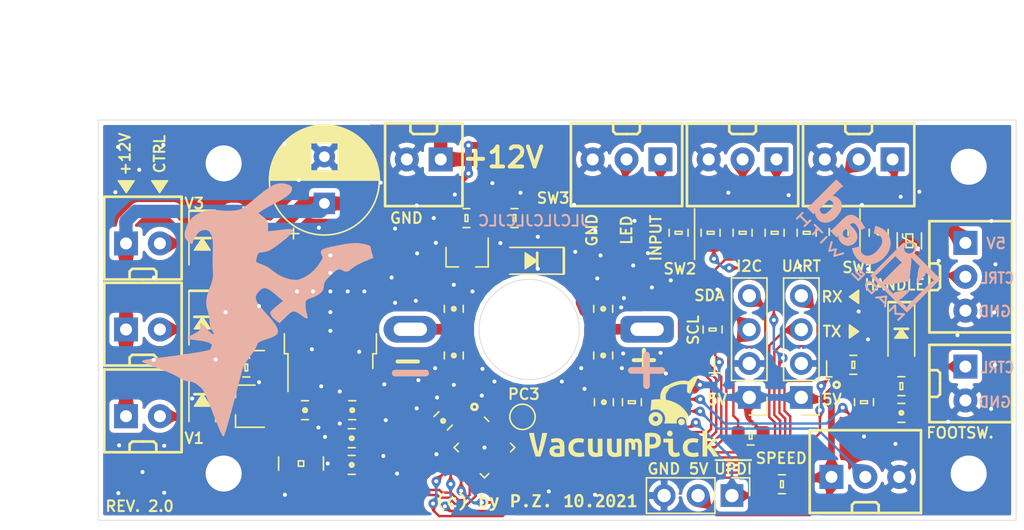
<source format=kicad_pcb>
(kicad_pcb (version 20171130) (host pcbnew 5.1.12-84ad8e8a86~92~ubuntu20.04.1)
  (layers (0 F.Cu signal) (31 B.Cu signal) (34 B.Paste user) (35 F.Paste user) (36 B.SilkS user) (37 F.SilkS user) (38 B.Mask user) (39 F.Mask user) (44 Edge.Cuts user))
  (net 0 "")
  (net 1 GND)
  (net 2 +12V)
  (net 3 "Net-(C5-Pad2)")
  (net 4 +5V)
  (net 5 "Net-(C10-Pad2)")
  (net 6 "Net-(D1-Pad2)")
  (net 7 "Net-(F1-Pad1)")
  (net 8 /~UPDI)
  (net 9 "Net-(J10-Pad2)")
  (net 10 "Net-(J10-Pad1)")
  (net 11 "Net-(J11-Pad2)")
  (net 12 "Net-(J11-Pad1)")
  (net 13 "Net-(J12-Pad2)")
  (net 14 "Net-(J12-Pad1)")
  (net 15 "Net-(Q1-Pad1)")
  (net 16 "Net-(Q2-Pad1)")
  (net 17 "Net-(Q3-Pad1)")
  (net 18 "Net-(Q4-Pad1)")
  (net 19 /VALVE_3_CTRL)
  (net 20 /PUMP_ON)
  (net 21 /AIN1_SPEED_POT)
  (net 22 /SCL)
  (net 23 /SDA)
  (net 24 /TX)
  (net 25 /RX)
  (net 26 /TCA0_WO3_PWM)
  (net 27 "Net-(RP2-Pad5)")
  (net 28 "Net-(RP2-Pad4)")
  (net 29 /PC3)
  (net 30 "Net-(D5-Pad2)")
  (net 31 /TBTN)
  (net 32 /VALVE_2)
  (net 33 /VALVE_1)
  (net 34 /SW_1)
  (net 35 /LED_1)
  (net 36 /SW_2)
  (net 37 /LED_2)
  (net 38 /SW_3)
  (net 39 /LED_3)
  (net 40 /VALVE_1_CTRL)
  (net 41 /VALVE_2_CTRL)
  (module Capacitor_THT:CP_Radial_D8.0mm_P3.50mm (layer F.Cu) (at 84.95 68.5 90)
    (fp_text reference C1 hide)
    (fp_text value 470u/25V)
    (pad 2 thru_hole circle (at 3.5 0 90) (size 1.6 1.6) (drill 0.8) (layers *.Cu *.Mask) (net 1 GND))
    (pad 1 thru_hole rect (at 0 0 90) (size 1.6 1.6) (drill 0.8) (layers *.Cu *.Mask) (net 2 +12V))
  )
  (module H_diodes:D_SOD-123 (layer F.Cu) (at 128.2 78.3 270)
    (fp_text reference D5 hide)
    (fp_text value MBR0530)
    (pad 1 smd roundrect (at -1.65 0 270) (size 1.2 1.2) (layers F.Cu F.Paste F.Mask) (net 31 /TBTN))
    (pad 2 smd roundrect (at 1.65 0 270) (size 1.2 1.2) (layers F.Cu F.Paste F.Mask) (net 30 "Net-(D5-Pad2)"))
  )
  (module H_smd_passives:Hx_R_0805_2012Metric (layer F.Cu) (at 124.6 80.6)
    (fp_text reference R18 hide)
    (fp_text value 220k)
    (pad 1 smd roundrect (at -0.9375 0) (size 0.975 1.4) (layers F.Cu F.Paste F.Mask) (net 4 +5V))
    (pad 2 smd roundrect (at 0.9375 0) (size 0.975 1.4) (layers F.Cu F.Paste F.Mask) (net 5 "Net-(C10-Pad2)"))
  )
  (module H_logos:vacuum1 (layer F.Cu) (at 111 83.2)
    (fp_text reference G*** hide)
    (fp_text value LOGO hide)
  )
  (module label (layer F.Cu) (at 100.9 90.85)
    (fp_text reference kibuzzard-61600814 hide)
    (fp_text value G*** hide)
  )
  (module label (layer F.Cu) (at 107.4 86.5)
    (fp_text reference kibuzzard-61600490 hide)
    (fp_text value G*** hide)
  )
  (module H_logos:Hexe_GuitarWitch (layer B.Cu) (at 79 75.4 225)
    (fp_text reference G*** hide)
    (fp_text value LOGO hide)
  )
  (module H_logos:KiCad-Logo_Copper_11mmx5mm (layer B.Cu) (at 126.2 71.4 135)
    (fp_text reference G*** hide)
    (fp_text value "KiCad Logo" hide)
    (fp_text user "MADE WITH" (at 0 -2.6 135) (layer B.SilkS) (effects (font (size 0.6 1.41)) (justify mirror)))
    (pad 1 smd circle (at -2.17 1.49 135) (size 0.9 0.9) (layers B.Cu B.Mask))
  )
  (module H_SOT:SOT-23 (layer F.Cu) (at 95.65 72.5 270)
    (fp_text reference Q4 hide)
    (fp_text value DMG2302U)
    (pad 1 smd roundrect (at -1 -0.95 270) (size 1 0.8) (layers F.Cu F.Paste F.Mask) (net 18 "Net-(Q4-Pad1)"))
    (pad 2 smd roundrect (at -1 0.95 270) (size 1 0.8) (layers F.Cu F.Paste F.Mask) (net 1 GND))
    (pad 3 smd roundrect (at 1 0 270) (size 1 0.8) (layers F.Cu F.Paste F.Mask) (net 3 "Net-(C5-Pad2)"))
  )
  (module H_SOT:SOT-23 (layer F.Cu) (at 79.05 83.7 180)
    (fp_text reference Q3 hide)
    (fp_text value DMG2302U)
    (pad 1 smd roundrect (at -1 -0.95 180) (size 1 0.8) (layers F.Cu F.Paste F.Mask) (net 17 "Net-(Q3-Pad1)"))
    (pad 2 smd roundrect (at -1 0.95 180) (size 1 0.8) (layers F.Cu F.Paste F.Mask) (net 1 GND))
    (pad 3 smd roundrect (at 1 0 180) (size 1 0.8) (layers F.Cu F.Paste F.Mask) (net 33 /VALVE_1))
  )
  (module H_SOT:SOT-23 (layer F.Cu) (at 79.05 77.95 180)
    (fp_text reference Q2 hide)
    (fp_text value DMG2302U)
    (pad 1 smd roundrect (at -1 -0.95 180) (size 1 0.8) (layers F.Cu F.Paste F.Mask) (net 16 "Net-(Q2-Pad1)"))
    (pad 2 smd roundrect (at -1 0.95 180) (size 1 0.8) (layers F.Cu F.Paste F.Mask) (net 1 GND))
    (pad 3 smd roundrect (at 1 0 180) (size 1 0.8) (layers F.Cu F.Paste F.Mask) (net 32 /VALVE_2))
  )
  (module H_SOT:SOT-23 (layer F.Cu) (at 79.1 72.3 180)
    (fp_text reference Q1 hide)
    (fp_text value DMG2302U)
    (pad 1 smd roundrect (at -1 -0.95 180) (size 1 0.8) (layers F.Cu F.Paste F.Mask) (net 15 "Net-(Q1-Pad1)"))
    (pad 2 smd roundrect (at -1 0.95 180) (size 1 0.8) (layers F.Cu F.Paste F.Mask) (net 1 GND))
    (pad 3 smd roundrect (at 1 0 180) (size 1 0.8) (layers F.Cu F.Paste F.Mask) (net 6 "Net-(D1-Pad2)"))
  )
  (module H_diodes:D_SOD-123 (layer F.Cu) (at 100.5 72.8 180)
    (fp_text reference D4 hide)
    (fp_text value MBR0530)
    (pad 1 smd roundrect (at -1.65 0 180) (size 1.2 1.2) (layers F.Cu F.Paste F.Mask) (net 2 +12V))
    (pad 2 smd roundrect (at 1.65 0 180) (size 1.2 1.2) (layers F.Cu F.Paste F.Mask) (net 3 "Net-(C5-Pad2)"))
  )
  (module H_diodes:D_SOD-123 (layer F.Cu) (at 75.8 83.2 270)
    (fp_text reference D3 hide)
    (fp_text value MBR0530)
    (pad 1 smd roundrect (at -1.65 0 270) (size 1.2 1.2) (layers F.Cu F.Paste F.Mask) (net 2 +12V))
    (pad 2 smd roundrect (at 1.65 0 270) (size 1.2 1.2) (layers F.Cu F.Paste F.Mask) (net 33 /VALVE_1))
  )
  (module H_diodes:D_SOD-123 (layer F.Cu) (at 75.8 77.45 270)
    (fp_text reference D2 hide)
    (fp_text value MBR0530)
    (pad 1 smd roundrect (at -1.65 0 270) (size 1.2 1.2) (layers F.Cu F.Paste F.Mask) (net 2 +12V))
    (pad 2 smd roundrect (at 1.65 0 270) (size 1.2 1.2) (layers F.Cu F.Paste F.Mask) (net 32 /VALVE_2))
  )
  (module H_diodes:D_SOD-123 (layer F.Cu) (at 75.8 71.45 270)
    (fp_text reference D1 hide)
    (fp_text value MBR0530)
    (pad 1 smd roundrect (at -1.65 0 270) (size 1.2 1.2) (layers F.Cu F.Paste F.Mask) (net 2 +12V))
    (pad 2 smd roundrect (at 1.65 0 270) (size 1.2 1.2) (layers F.Cu F.Paste F.Mask) (net 6 "Net-(D1-Pad2)"))
  )
  (module MountingHole:MountingHole_2.7mm_M2.5_DIN965_Pad (layer F.Cu) (at 133.25 88.75)
    (fp_text reference H1 hide)
    (fp_text value MountingHole_Pad)
    (pad 1 thru_hole circle (at 0 0) (size 4.7 4.7) (drill 2.7) (layers *.Cu *.Mask) (net 1 GND))
  )
  (module MountingHole:MountingHole_2.7mm_M2.5_ISO7380_Pad (layer F.Cu) (at 77.4 65.5)
    (fp_text reference H4 hide)
    (fp_text value MountingHole_Pad)
    (pad 1 thru_hole circle (at 0 0) (size 4.5 4.5) (drill 2.7) (layers *.Cu *.Mask) (net 1 GND))
  )
  (module MountingHole:MountingHole_2.7mm_M2.5_ISO7380_Pad (layer F.Cu) (at 77.4 88.75)
    (fp_text reference H3 hide)
    (fp_text value MountingHole_Pad)
    (pad 1 thru_hole circle (at 0 0) (size 4.5 4.5) (drill 2.7) (layers *.Cu *.Mask) (net 1 GND))
  )
  (module MountingHole:MountingHole_2.7mm_M2.5_ISO7380_Pad (layer F.Cu) (at 133.25 65.75)
    (fp_text reference H2 hide)
    (fp_text value MountingHole_Pad)
    (pad 1 thru_hole circle (at 0 0) (size 4.5 4.5) (drill 2.7) (layers *.Cu *.Mask) (net 1 GND))
  )
  (module H_smd_passives:Hx_R_0805_2012Metric (layer F.Cu) (at 116.9 85.9 180)
    (fp_text reference R6 hide)
    (fp_text value 2k2)
    (pad 1 smd roundrect (at -0.9375 0 180) (size 0.975 1.4) (layers F.Cu F.Paste F.Mask) (net 4 +5V))
    (pad 2 smd roundrect (at 0.9375 0 180) (size 0.975 1.4) (layers F.Cu F.Paste F.Mask) (net 23 /SDA))
  )
  (module H_smd_passives:Hx_R_0805_2012Metric (layer F.Cu) (at 114.05 77.95 90)
    (fp_text reference R5 hide)
    (fp_text value 2k2)
    (pad 1 smd roundrect (at -0.9375 0 90) (size 0.975 1.4) (layers F.Cu F.Paste F.Mask) (net 4 +5V))
    (pad 2 smd roundrect (at 0.9375 0 90) (size 0.975 1.4) (layers F.Cu F.Paste F.Mask) (net 22 /SCL))
  )
  (module H_motor:VacuumPump_DC12V (layer F.Cu) (at 100.266338 77.933549 180)
    (fp_text reference M1 hide)
    (fp_text value PUMP)
    (fp_text user - (at 9.066338 -2.266451) (layer F.SilkS) (effects (font (size 2 2) (thickness 0.3))))
    (fp_text user + (at -8.633662 -2.166451) (layer F.SilkS) (effects (font (size 2 2) (thickness 0.3))))
    (pad 3 smd custom (at -8.89 -8.636 45) (size 1 1) (layers B.Cu B.Paste B.Mask) (net 1 GND) (options (clearance outline) (anchor circle)) (primitives (gr_arc (start 0 -12.192) (end 1.777999 -0.000001) (angle 16.8) (width 2.2))))
    (pad 3 smd custom (at 8.89 8.636 225) (size 1 1) (layers B.Cu B.Paste B.Mask) (net 1 GND) (options (clearance outline) (anchor circle)) (primitives (gr_arc (start 0 -12.192) (end 1.777999 -0.000001) (angle 16.8) (width 2.2))))
    (pad 3 smd custom (at -8.89 8.636 135) (size 1 1) (layers B.Cu B.Paste B.Mask) (net 1 GND) (options (clearance outline) (anchor circle)) (primitives (gr_arc (start 0 -12.192) (end 1.777999 -0.000001) (angle 16.8) (width 2.2))))
    (pad 3 smd custom (at 8.89 -8.636 315) (size 1 1) (layers B.Cu B.Paste B.Mask) (net 1 GND) (options (clearance outline) (anchor circle)) (primitives (gr_arc (start 0 -12.192) (end 1.777999 -0.000001) (angle 16.8) (width 2.2))))
    (pad 3 smd custom (at 0 12.7 180) (size 1 1) (layers B.Cu B.Paste B.Mask) (net 1 GND) (options (clearance outline) (anchor circle)) (primitives (gr_arc (start 0 -12.192) (end 1.777999 -0.000001) (angle 16.8) (width 2.2))))
    (pad 3 smd custom (at 12.446 -0.254 270) (size 1 1) (layers B.Cu B.Paste B.Mask) (net 1 GND) (options (clearance outline) (anchor circle)) (primitives (gr_arc (start 0 -12.192) (end 1.777999 -0.000001) (angle 16.8) (width 2.2))))
    (pad 3 smd custom (at -12.446 -0.254 90) (size 1 1) (layers B.Cu B.Paste B.Mask) (net 1 GND) (options (clearance outline) (anchor circle)) (primitives (gr_arc (start 0 -12.192) (end 1.777999 -0.000001) (angle 16.8) (width 2.2))))
    (pad 3 smd custom (at 0 -12.446) (size 1 1) (layers B.Cu B.Paste B.Mask) (net 1 GND) (options (clearance outline) (anchor circle)) (primitives (gr_arc (start 0 -12.192) (end 1.777999 -0.000001) (angle 16.8) (width 2.2))))
    (pad 2 thru_hole oval (at 8.875 0 180) (size 4 2) (drill oval 2.5 1) (layers *.Cu *.Mask) (net 3 "Net-(C5-Pad2)"))
    (pad 1 thru_hole roundrect (at -8.875 0 180) (size 4 2) (drill oval 2.5 1) (layers *.Cu *.Mask) (net 2 +12V))
  )
  (module H_smd_passives:Hx_C_0805_2012Metric (layer F.Cu) (at 126.5 70.7 90)
    (fp_text reference C13 hide)
    (fp_text value 10u)
    (pad 1 smd roundrect (at -0.9375 0 90) (size 0.975 1.4) (layers F.Cu F.Paste F.Mask) (net 4 +5V))
    (pad 2 smd roundrect (at 0.9375 0 90) (size 0.975 1.4) (layers F.Cu F.Paste F.Mask) (net 1 GND))
  )
  (module H_smd_passives:Hx_C_0805_2012Metric (layer F.Cu) (at 87 88.1 180)
    (fp_text reference C12 hide)
    (fp_text value 10u)
    (pad 1 smd roundrect (at -0.9375 0 180) (size 0.975 1.4) (layers F.Cu F.Paste F.Mask) (net 4 +5V))
    (pad 2 smd roundrect (at 0.9375 0 180) (size 0.975 1.4) (layers F.Cu F.Paste F.Mask) (net 1 GND))
  )
  (module TestPoint:TestPoint_Pad_D1.5mm (layer F.Cu) (at 99.8 84.5 45)
    (fp_text reference J5 hide)
    (fp_text value Conn_01x01)
    (pad 1 smd circle (at 0 0 45) (size 1.5 1.5) (layers F.Cu F.Mask) (net 29 /PC3))
  )
  (module H_smd_passives:Hx_R_0805_2012Metric (layer F.Cu) (at 119.25 89.55 180)
    (fp_text reference R4 hide)
    (fp_text value 2k2)
    (pad 1 smd roundrect (at -0.9375 0 180) (size 0.975 1.4) (layers F.Cu F.Paste F.Mask) (net 4 +5V))
    (pad 2 smd roundrect (at 0.9375 0 180) (size 0.975 1.4) (layers F.Cu F.Paste F.Mask) (net 8 /~UPDI))
  )
  (module Connector_PinHeader_2.54mm:PinHeader_1x04_P2.54mm_Vertical (layer F.Cu) (at 116.8 83.04 180)
    (fp_text reference J14 hide)
    (fp_text value Conn_01x04)
    (pad 4 thru_hole oval (at 0 7.62 180) (size 1.7 1.7) (drill 1) (layers *.Cu *.Mask) (net 23 /SDA))
    (pad 3 thru_hole oval (at 0 5.08 180) (size 1.7 1.7) (drill 1) (layers *.Cu *.Mask) (net 22 /SCL))
    (pad 2 thru_hole oval (at 0 2.54 180) (size 1.7 1.7) (drill 1) (layers *.Cu *.Mask) (net 1 GND))
    (pad 1 thru_hole rect (at 0 0 180) (size 1.7 1.7) (drill 1) (layers *.Cu *.Mask) (net 4 +5V))
  )
  (module Connector_PinHeader_2.54mm:PinHeader_1x04_P2.54mm_Vertical (layer F.Cu) (at 120.7 83.04 180)
    (fp_text reference J13 hide)
    (fp_text value Conn_01x04)
    (pad 4 thru_hole oval (at 0 7.62 180) (size 1.7 1.7) (drill 1) (layers *.Cu *.Mask) (net 25 /RX))
    (pad 3 thru_hole oval (at 0 5.08 180) (size 1.7 1.7) (drill 1) (layers *.Cu *.Mask) (net 24 /TX))
    (pad 2 thru_hole oval (at 0 2.54 180) (size 1.7 1.7) (drill 1) (layers *.Cu *.Mask) (net 1 GND))
    (pad 1 thru_hole rect (at 0 0 180) (size 1.7 1.7) (drill 1) (layers *.Cu *.Mask) (net 4 +5V))
  )
  (module Connector_PinHeader_2.54mm:PinHeader_1x03_P2.54mm_Vertical (layer F.Cu) (at 115.5 90.4 270)
    (fp_text reference J9 hide)
    (fp_text value KK100-3)
    (pad 3 thru_hole oval (at 0 5.08 270) (size 1.7 1.7) (drill 1) (layers *.Cu *.Mask) (net 1 GND))
    (pad 2 thru_hole oval (at 0 2.54 270) (size 1.7 1.7) (drill 1) (layers *.Cu *.Mask) (net 4 +5V))
    (pad 1 thru_hole rect (at 0 0 270) (size 1.7 1.7) (drill 1) (layers *.Cu *.Mask) (net 8 /~UPDI))
  )
  (module H_smd_passives:R_Array_Convex_4x0603 (layer F.Cu) (at 83.2 88 270)
    (fp_text reference RP2 hide)
    (fp_text value 470R)
    (pad 5 smd roundrect (at 0.9 1.2 270) (size 0.8 0.5) (layers F.Cu F.Paste F.Mask) (net 27 "Net-(RP2-Pad5)"))
    (pad 6 smd roundrect (at 0.9 0.4 270) (size 0.8 0.4) (layers F.Cu F.Paste F.Mask) (net 40 /VALVE_1_CTRL))
    (pad 8 smd roundrect (at 0.9 -1.2 270) (size 0.8 0.5) (layers F.Cu F.Paste F.Mask) (net 19 /VALVE_3_CTRL))
    (pad 7 smd roundrect (at 0.9 -0.4 270) (size 0.8 0.4) (layers F.Cu F.Paste F.Mask) (net 41 /VALVE_2_CTRL))
    (pad 4 smd roundrect (at -0.9 1.2 270) (size 0.8 0.5) (layers F.Cu F.Paste F.Mask) (net 28 "Net-(RP2-Pad4)"))
    (pad 2 smd roundrect (at -0.9 -0.4 270) (size 0.8 0.4) (layers F.Cu F.Paste F.Mask) (net 16 "Net-(Q2-Pad1)"))
    (pad 3 smd roundrect (at -0.9 0.4 270) (size 0.8 0.4) (layers F.Cu F.Paste F.Mask) (net 17 "Net-(Q3-Pad1)"))
    (pad 1 smd roundrect (at -0.9 -1.2 270) (size 0.8 0.5) (layers F.Cu F.Paste F.Mask) (net 15 "Net-(Q1-Pad1)"))
  )
  (module Package_DFN_QFN:VQFN-20-1EP_3x3mm_P0.4mm_EP1.7x1.7mm (layer F.Cu) (at 96.95 86.8 315)
    (fp_text reference U2 hide)
    (fp_text value ATtiny806-M)
    (pad 21 smd rect (at 0 0 315) (size 1.7 1.7) (layers F.Cu F.Mask) (net 1 GND))
    (pad 20 smd custom (at -0.8 -1.45 315) (size 0.143431 0.143431) (layers F.Cu F.Paste F.Mask) (net 21 /AIN1_SPEED_POT) (options (clearance outline) (anchor circle)) (primitives (gr_poly (pts (xy -0.05 -0.35) (xy 0.05 -0.35) (xy 0.05 0.35) (xy 0.000711 0.35) (xy -0.05 0.299289)) (width 0.1))))
    (pad 19 smd roundrect (at -0.4 -1.45 315) (size 0.2 0.8) (layers F.Cu F.Paste F.Mask) (net 8 /~UPDI))
    (pad 18 smd roundrect (at 0 -1.45 315) (size 0.2 0.8) (layers F.Cu F.Paste F.Mask) (net 29 /PC3))
    (pad 17 smd roundrect (at 0.4 -1.45 315) (size 0.2 0.8) (layers F.Cu F.Paste F.Mask) (net 39 /LED_3))
    (pad 16 smd custom (at 0.8 -1.45 315) (size 0.143431 0.143431) (layers F.Cu F.Paste F.Mask) (net 37 /LED_2) (options (clearance outline) (anchor circle)) (primitives (gr_poly (pts (xy -0.05 -0.35) (xy 0.05 -0.35) (xy 0.05 0.299289) (xy -0.000711 0.35) (xy -0.05 0.35)) (width 0.1))))
    (pad 15 smd custom (at 1.45 -0.8 315) (size 0.143431 0.143431) (layers F.Cu F.Paste F.Mask) (net 35 /LED_1) (options (clearance outline) (anchor circle)) (primitives (gr_poly (pts (xy -0.35 0.000711) (xy -0.299289 -0.05) (xy 0.35 -0.05) (xy 0.35 0.05) (xy -0.35 0.05)) (width 0.1))))
    (pad 14 smd roundrect (at 1.45 -0.4 315) (size 0.8 0.2) (layers F.Cu F.Paste F.Mask) (net 22 /SCL))
    (pad 13 smd roundrect (at 1.45 0 315) (size 0.8 0.2) (layers F.Cu F.Paste F.Mask) (net 23 /SDA))
    (pad 12 smd roundrect (at 1.45 0.4 315) (size 0.8 0.2) (layers F.Cu F.Paste F.Mask) (net 24 /TX))
    (pad 11 smd custom (at 1.45 0.8 315) (size 0.143431 0.143431) (layers F.Cu F.Paste F.Mask) (net 25 /RX) (options (clearance outline) (anchor circle)) (primitives (gr_poly (pts (xy -0.35 -0.05) (xy 0.35 -0.05) (xy 0.35 0.05) (xy -0.299289 0.05) (xy -0.35 -0.000711)) (width 0.1))))
    (pad 10 smd custom (at 0.8 1.45 315) (size 0.143431 0.143431) (layers F.Cu F.Paste F.Mask) (net 40 /VALVE_1_CTRL) (options (clearance outline) (anchor circle)) (primitives (gr_poly (pts (xy -0.05 -0.35) (xy -0.000711 -0.35) (xy 0.05 -0.299289) (xy 0.05 0.35) (xy -0.05 0.35)) (width 0.1))))
    (pad 9 smd roundrect (at 0.4 1.45 315) (size 0.2 0.8) (layers F.Cu F.Paste F.Mask) (net 41 /VALVE_2_CTRL))
    (pad 8 smd roundrect (at 0 1.45 315) (size 0.2 0.8) (layers F.Cu F.Paste F.Mask) (net 38 /SW_3))
    (pad 7 smd roundrect (at -0.4 1.45 315) (size 0.2 0.8) (layers F.Cu F.Paste F.Mask) (net 36 /SW_2))
    (pad 6 smd custom (at -0.8 1.45 315) (size 0.143431 0.143431) (layers F.Cu F.Paste F.Mask) (net 34 /SW_1) (options (clearance outline) (anchor circle)) (primitives (gr_poly (pts (xy -0.05 -0.299289) (xy 0.000711 -0.35) (xy 0.05 -0.35) (xy 0.05 0.35) (xy -0.05 0.35)) (width 0.1))))
    (pad 5 smd custom (at -1.45 0.8 315) (size 0.143431 0.143431) (layers F.Cu F.Paste F.Mask) (net 19 /VALVE_3_CTRL) (options (clearance outline) (anchor circle)) (primitives (gr_poly (pts (xy -0.35 -0.05) (xy 0.35 -0.05) (xy 0.35 -0.000711) (xy 0.299289 0.05) (xy -0.35 0.05)) (width 0.1))))
    (pad 4 smd roundrect (at -1.45 0.4 315) (size 0.8 0.2) (layers F.Cu F.Paste F.Mask) (net 4 +5V))
    (pad 3 smd roundrect (at -1.45 0 315) (size 0.8 0.2) (layers F.Cu F.Paste F.Mask) (net 1 GND))
    (pad 2 smd roundrect (at -1.45 -0.4 315) (size 0.8 0.2) (layers F.Cu F.Paste F.Mask) (net 26 /TCA0_WO3_PWM))
    (pad 1 smd custom (at -1.45 -0.8 315) (size 0.143431 0.143431) (layers F.Cu F.Paste F.Mask) (net 20 /PUMP_ON) (options (clearance outline) (anchor circle)) (primitives (gr_poly (pts (xy -0.35 -0.05) (xy 0.299289 -0.05) (xy 0.35 0.000711) (xy 0.35 0.05) (xy -0.35 0.05)) (width 0.1))))
  )
  (module Package_TO_SOT_SMD:TO-252-2 (layer F.Cu) (at 85.4 77.3 90)
    (fp_text reference U1 hide)
    (fp_text value KA78M05_TO252)
    (pad 2 smd rect (at 2.1 0 90) (size 6.4 5.8) (layers F.Cu F.Mask) (net 1 GND))
    (pad 3 smd rect (at -4.2 2.28 90) (size 2.2 1.2) (layers F.Cu F.Paste F.Mask) (net 4 +5V))
    (pad 1 smd rect (at -4.2 -2.28 90) (size 2.2 1.2) (layers F.Cu F.Paste F.Mask) (net 2 +12V))
  )
  (module H_smd_passives:Hx_R_0805_2012Metric (layer F.Cu) (at 111.5 70.7 270)
    (fp_text reference R17 hide)
    (fp_text value 470R)
    (pad 1 smd roundrect (at -0.9375 0 270) (size 0.975 1.4) (layers F.Cu F.Paste F.Mask) (net 13 "Net-(J12-Pad2)"))
    (pad 2 smd roundrect (at 0.9375 0 270) (size 0.975 1.4) (layers F.Cu F.Paste F.Mask) (net 39 /LED_3))
  )
  (module H_smd_passives:Hx_R_0805_2012Metric (layer F.Cu) (at 113.9 70.7 270)
    (fp_text reference R16 hide)
    (fp_text value 470R)
    (pad 1 smd roundrect (at -0.9375 0 270) (size 0.975 1.4) (layers F.Cu F.Paste F.Mask) (net 14 "Net-(J12-Pad1)"))
    (pad 2 smd roundrect (at 0.9375 0 270) (size 0.975 1.4) (layers F.Cu F.Paste F.Mask) (net 38 /SW_3))
  )
  (module H_smd_passives:Hx_R_0805_2012Metric (layer F.Cu) (at 116.3 70.7 270)
    (fp_text reference R15 hide)
    (fp_text value 470R)
    (pad 1 smd roundrect (at -0.9375 0 270) (size 0.975 1.4) (layers F.Cu F.Paste F.Mask) (net 11 "Net-(J11-Pad2)"))
    (pad 2 smd roundrect (at 0.9375 0 270) (size 0.975 1.4) (layers F.Cu F.Paste F.Mask) (net 37 /LED_2))
  )
  (module H_smd_passives:Hx_R_0805_2012Metric (layer F.Cu) (at 118.7 70.7 270)
    (fp_text reference R14 hide)
    (fp_text value 470R)
    (pad 1 smd roundrect (at -0.9375 0 270) (size 0.975 1.4) (layers F.Cu F.Paste F.Mask) (net 12 "Net-(J11-Pad1)"))
    (pad 2 smd roundrect (at 0.9375 0 270) (size 0.975 1.4) (layers F.Cu F.Paste F.Mask) (net 36 /SW_2))
  )
  (module H_smd_passives:Hx_R_0805_2012Metric (layer F.Cu) (at 121.1 70.7 270)
    (fp_text reference R13 hide)
    (fp_text value 470R)
    (pad 1 smd roundrect (at -0.9375 0 270) (size 0.975 1.4) (layers F.Cu F.Paste F.Mask) (net 9 "Net-(J10-Pad2)"))
    (pad 2 smd roundrect (at 0.9375 0 270) (size 0.975 1.4) (layers F.Cu F.Paste F.Mask) (net 35 /LED_1))
  )
  (module H_smd_passives:Hx_R_0805_2012Metric (layer F.Cu) (at 123.5 70.6375 270)
    (fp_text reference R12 hide)
    (fp_text value 470R)
    (pad 1 smd roundrect (at -0.9375 0 270) (size 0.975 1.4) (layers F.Cu F.Paste F.Mask) (net 10 "Net-(J10-Pad1)"))
    (pad 2 smd roundrect (at 0.9375 0 270) (size 0.975 1.4) (layers F.Cu F.Paste F.Mask) (net 34 /SW_1))
  )
  (module H_smd_passives:Hx_R_0805_2012Metric (layer F.Cu) (at 108 83.4 90)
    (fp_text reference R11 hide)
    (fp_text value 220k)
    (pad 1 smd roundrect (at -0.9375 0 90) (size 0.975 1.4) (layers F.Cu F.Paste F.Mask) (net 21 /AIN1_SPEED_POT))
    (pad 2 smd roundrect (at 0.9375 0 90) (size 0.975 1.4) (layers F.Cu F.Paste F.Mask) (net 4 +5V))
  )
  (module H_smd_passives:Hx_R_0805_2012Metric (layer F.Cu) (at 128.2 82.2 180)
    (fp_text reference R10 hide)
    (fp_text value 2k2)
    (pad 1 smd roundrect (at -0.9375 0 180) (size 0.975 1.4) (layers F.Cu F.Paste F.Mask) (net 30 "Net-(D5-Pad2)"))
    (pad 2 smd roundrect (at 0.9375 0 180) (size 0.975 1.4) (layers F.Cu F.Paste F.Mask) (net 5 "Net-(C10-Pad2)"))
  )
  (module H_smd_passives:Hx_R_0805_2012Metric (layer F.Cu) (at 125.4 83.4 270)
    (fp_text reference R9 hide)
    (fp_text value 2k2)
    (pad 1 smd roundrect (at -0.9375 0 270) (size 0.975 1.4) (layers F.Cu F.Paste F.Mask) (net 5 "Net-(C10-Pad2)"))
    (pad 2 smd roundrect (at 0.9375 0 270) (size 0.975 1.4) (layers F.Cu F.Paste F.Mask) (net 20 /PUMP_ON))
  )
  (module H_smd_passives:Hx_R_0805_2012Metric (layer F.Cu) (at 99.2 69.6 180)
    (fp_text reference R8 hide)
    (fp_text value 220R)
    (pad 1 smd roundrect (at -0.9375 0 180) (size 0.975 1.4) (layers F.Cu F.Paste F.Mask) (net 26 /TCA0_WO3_PWM))
    (pad 2 smd roundrect (at 0.9375 0 180) (size 0.975 1.4) (layers F.Cu F.Paste F.Mask) (net 18 "Net-(Q4-Pad1)"))
  )
  (module H_smd_passives:Hx_R_0805_2012Metric (layer F.Cu) (at 95.6 69.6 180)
    (fp_text reference R7 hide)
    (fp_text value 220k)
    (pad 1 smd roundrect (at -0.9375 0 180) (size 0.975 1.4) (layers F.Cu F.Paste F.Mask) (net 18 "Net-(Q4-Pad1)"))
    (pad 2 smd roundrect (at 0.9375 0 180) (size 0.975 1.4) (layers F.Cu F.Paste F.Mask) (net 1 GND))
  )
  (module H_smd_passives:Hx_R_0805_2012Metric (layer F.Cu) (at 79.1 80.8)
    (fp_text reference R3 hide)
    (fp_text value 220k)
    (pad 1 smd roundrect (at -0.9375 0) (size 0.975 1.4) (layers F.Cu F.Paste F.Mask) (net 17 "Net-(Q3-Pad1)"))
    (pad 2 smd roundrect (at 0.9375 0) (size 0.975 1.4) (layers F.Cu F.Paste F.Mask) (net 1 GND))
  )
  (module H_smd_passives:Hx_R_0805_2012Metric (layer F.Cu) (at 79.1 75.1)
    (fp_text reference R2 hide)
    (fp_text value 220k)
    (pad 1 smd roundrect (at -0.9375 0) (size 0.975 1.4) (layers F.Cu F.Paste F.Mask) (net 16 "Net-(Q2-Pad1)"))
    (pad 2 smd roundrect (at 0.9375 0) (size 0.975 1.4) (layers F.Cu F.Paste F.Mask) (net 1 GND))
  )
  (module H_smd_passives:Hx_R_0805_2012Metric (layer F.Cu) (at 79.1 69.5)
    (fp_text reference R1 hide)
    (fp_text value 220k)
    (pad 1 smd roundrect (at -0.9375 0) (size 0.975 1.4) (layers F.Cu F.Paste F.Mask) (net 15 "Net-(Q1-Pad1)"))
    (pad 2 smd roundrect (at 0.9375 0) (size 0.975 1.4) (layers F.Cu F.Paste F.Mask) (net 1 GND))
  )
  (module H_pin_headers:1x3_254_socket_H (layer F.Cu) (at 107.6 65.2)
    (fp_text reference J12 hide)
    (fp_text value KK100-3 hide)
    (pad 3 thru_hole circle (at -2.54 0) (size 1.8 1.8) (drill 0.9) (layers *.Cu *.Mask) (net 1 GND))
    (pad 2 thru_hole circle (at 0 0) (size 1.8 1.8) (drill 0.9) (layers *.Cu *.Mask) (net 13 "Net-(J12-Pad2)"))
    (pad 1 thru_hole rect (at 2.54 0) (size 1.8 1.8) (drill 0.9) (layers *.Cu *.Mask) (net 14 "Net-(J12-Pad1)"))
  )
  (module H_pin_headers:1x3_254_socket_H (layer F.Cu) (at 116.3 65.2)
    (fp_text reference J11 hide)
    (fp_text value KK100-3 hide)
    (pad 3 thru_hole circle (at -2.54 0) (size 1.8 1.8) (drill 0.9) (layers *.Cu *.Mask) (net 1 GND))
    (pad 2 thru_hole circle (at 0 0) (size 1.8 1.8) (drill 0.9) (layers *.Cu *.Mask) (net 11 "Net-(J11-Pad2)"))
    (pad 1 thru_hole rect (at 2.54 0) (size 1.8 1.8) (drill 0.9) (layers *.Cu *.Mask) (net 12 "Net-(J11-Pad1)"))
  )
  (module H_pin_headers:1x3_254_socket_H (layer F.Cu) (at 125 65.2)
    (fp_text reference J10 hide)
    (fp_text value KK100-3 hide)
    (pad 3 thru_hole circle (at -2.54 0) (size 1.8 1.8) (drill 0.9) (layers *.Cu *.Mask) (net 1 GND))
    (pad 2 thru_hole circle (at 0 0) (size 1.8 1.8) (drill 0.9) (layers *.Cu *.Mask) (net 9 "Net-(J10-Pad2)"))
    (pad 1 thru_hole rect (at 2.54 0) (size 1.8 1.8) (drill 0.9) (layers *.Cu *.Mask) (net 10 "Net-(J10-Pad1)"))
  )
  (module H_pin_headers:1x3_254_socket_H (layer F.Cu) (at 125.5 89 180)
    (fp_text reference J8 hide)
    (fp_text value KK100-3 hide)
    (pad 3 thru_hole circle (at -2.54 0 180) (size 1.8 1.8) (drill 0.9) (layers *.Cu *.Mask) (net 1 GND))
    (pad 2 thru_hole circle (at 0 0 180) (size 1.8 1.8) (drill 0.9) (layers *.Cu *.Mask) (net 21 /AIN1_SPEED_POT))
    (pad 1 thru_hole rect (at 2.54 0 180) (size 1.8 1.8) (drill 0.9) (layers *.Cu *.Mask) (net 4 +5V))
  )
  (module H_pin_headers:1x3_254_socket_H (layer F.Cu) (at 133 74 90)
    (fp_text reference J7 hide)
    (fp_text value KK100-3 hide)
    (pad 3 thru_hole circle (at -2.54 0 90) (size 1.8 1.8) (drill 0.9) (layers *.Cu *.Mask) (net 1 GND))
    (pad 2 thru_hole circle (at 0 0 90) (size 1.8 1.8) (drill 0.9) (layers *.Cu *.Mask) (net 31 /TBTN))
    (pad 1 thru_hole rect (at 2.54 0 90) (size 1.8 1.8) (drill 0.9) (layers *.Cu *.Mask) (net 7 "Net-(F1-Pad1)"))
  )
  (module H_pin_headers:1x2_254_socket_H (layer F.Cu) (at 133 82 90)
    (fp_text reference J6 hide)
    (fp_text value KK100-2)
    (pad 2 thru_hole circle (at -1.27 0 90) (size 1.8 1.8) (drill 0.9) (layers *.Cu *.Mask) (net 1 GND))
    (pad 1 thru_hole rect (at 1.27 0 90) (size 1.8 1.8) (drill 0.9) (layers *.Cu *.Mask) (net 30 "Net-(D5-Pad2)"))
  )
  (module H_pin_headers:1x2_254_socket_H (layer F.Cu) (at 71.35 84.45 180)
    (fp_text reference J4 hide)
    (fp_text value KK100-2)
    (pad 2 thru_hole circle (at -1.27 0 180) (size 1.8 1.8) (drill 0.9) (layers *.Cu *.Mask) (net 33 /VALVE_1))
    (pad 1 thru_hole rect (at 1.27 0 180) (size 1.8 1.8) (drill 0.9) (layers *.Cu *.Mask) (net 2 +12V))
  )
  (module H_pin_headers:1x2_254_socket_H (layer F.Cu) (at 71.35 77.95 180)
    (fp_text reference J3 hide)
    (fp_text value KK100-2)
    (pad 2 thru_hole circle (at -1.27 0 180) (size 1.8 1.8) (drill 0.9) (layers *.Cu *.Mask) (net 32 /VALVE_2))
    (pad 1 thru_hole rect (at 1.27 0 180) (size 1.8 1.8) (drill 0.9) (layers *.Cu *.Mask) (net 2 +12V))
  )
  (module H_pin_headers:1x2_254_socket_H (layer F.Cu) (at 71.35 71.5 180)
    (fp_text reference J2 hide)
    (fp_text value KK100-2)
    (pad 2 thru_hole circle (at -1.27 0 180) (size 1.8 1.8) (drill 0.9) (layers *.Cu *.Mask) (net 6 "Net-(D1-Pad2)"))
    (pad 1 thru_hole rect (at 1.27 0 180) (size 1.8 1.8) (drill 0.9) (layers *.Cu *.Mask) (net 2 +12V))
  )
  (module H_pin_headers:1x2_254_socket_H (layer F.Cu) (at 92.4 65.2)
    (fp_text reference J1 hide)
    (fp_text value KK100-2)
    (pad 2 thru_hole circle (at -1.27 0) (size 1.8 1.8) (drill 0.9) (layers *.Cu *.Mask) (net 1 GND))
    (pad 1 thru_hole rect (at 1.27 0) (size 1.8 1.8) (drill 0.9) (layers *.Cu *.Mask) (net 2 +12V))
  )
  (module H_Fuses:Fuse_1206_3216Metric (layer F.Cu) (at 128.8 71.3 270)
    (fp_text reference F1 hide)
    (fp_text value 100mA)
    (pad 1 smd roundrect (at -1.4 0 270) (size 1.25 1.75) (layers F.Cu F.Paste F.Mask) (roundrect_rratio 0.2) (net 7 "Net-(F1-Pad1)"))
    (pad 2 smd roundrect (at 1.4 0 270) (size 1.25 1.75) (layers F.Cu F.Paste F.Mask) (roundrect_rratio 0.2) (net 4 +5V))
  )
  (module H_smd_passives:Hx_C_0805_2012Metric (layer F.Cu) (at 105.9 83.4 270)
    (fp_text reference C11 hide)
    (fp_text value 1u)
    (pad 1 smd roundrect (at -0.9375 0 270) (size 0.975 1.4) (layers F.Cu F.Paste F.Mask) (net 1 GND))
    (pad 2 smd roundrect (at 0.9375 0 270) (size 0.975 1.4) (layers F.Cu F.Paste F.Mask) (net 21 /AIN1_SPEED_POT))
  )
  (module H_smd_passives:Hx_C_0805_2012Metric (layer F.Cu) (at 128.2 84.2)
    (fp_text reference C10 hide)
    (fp_text value 10n)
    (pad 1 smd roundrect (at -0.9375 0) (size 0.975 1.4) (layers F.Cu F.Paste F.Mask) (net 1 GND))
    (pad 2 smd roundrect (at 0.9375 0) (size 0.975 1.4) (layers F.Cu F.Paste F.Mask) (net 5 "Net-(C10-Pad2)"))
  )
  (module H_smd_passives:Hx_C_0805_2012Metric (layer F.Cu) (at 93.85 84.8 45)
    (fp_text reference C9 hide)
    (fp_text value 1u)
    (pad 1 smd roundrect (at -0.9375 0 45) (size 0.975 1.4) (layers F.Cu F.Paste F.Mask) (net 4 +5V))
    (pad 2 smd roundrect (at 0.9375 0 45) (size 0.975 1.4) (layers F.Cu F.Paste F.Mask) (net 1 GND))
  )
  (module H_smd_passives:Hx_C_0805_2012Metric (layer F.Cu) (at 87 86.1 180)
    (fp_text reference C8 hide)
    (fp_text value 10u)
    (pad 1 smd roundrect (at -0.9375 0 180) (size 0.975 1.4) (layers F.Cu F.Paste F.Mask) (net 4 +5V))
    (pad 2 smd roundrect (at 0.9375 0 180) (size 0.975 1.4) (layers F.Cu F.Paste F.Mask) (net 1 GND))
  )
  (module H_smd_passives:Hx_C_0805_2012Metric (layer F.Cu) (at 87.037501 84 180)
    (fp_text reference C7 hide)
    (fp_text value 100n)
    (pad 1 smd roundrect (at -0.9375 0 180) (size 0.975 1.4) (layers F.Cu F.Paste F.Mask) (net 4 +5V))
    (pad 2 smd roundrect (at 0.9375 0 180) (size 0.975 1.4) (layers F.Cu F.Paste F.Mask) (net 1 GND))
  )
  (module H_smd_passives:Hx_C_0805_2012Metric (layer F.Cu) (at 94.65 79.9 270)
    (fp_text reference C6 hide)
    (fp_text value 1u)
    (pad 1 smd roundrect (at -0.9375 0 270) (size 0.975 1.4) (layers F.Cu F.Paste F.Mask) (net 3 "Net-(C5-Pad2)"))
    (pad 2 smd roundrect (at 0.9375 0 270) (size 0.975 1.4) (layers F.Cu F.Paste F.Mask) (net 1 GND))
  )
  (module H_smd_passives:Hx_C_0805_2012Metric (layer F.Cu) (at 94.65 76.4 270)
    (fp_text reference C5 hide)
    (fp_text value 1u)
    (pad 1 smd roundrect (at -0.9375 0 270) (size 0.975 1.4) (layers F.Cu F.Paste F.Mask) (net 1 GND))
    (pad 2 smd roundrect (at 0.9375 0 270) (size 0.975 1.4) (layers F.Cu F.Paste F.Mask) (net 3 "Net-(C5-Pad2)"))
  )
  (module H_smd_passives:Hx_C_0805_2012Metric (layer F.Cu) (at 83.5 84)
    (fp_text reference C4 hide)
    (fp_text value 100n)
    (pad 1 smd roundrect (at -0.9375 0) (size 0.975 1.4) (layers F.Cu F.Paste F.Mask) (net 2 +12V))
    (pad 2 smd roundrect (at 0.9375 0) (size 0.975 1.4) (layers F.Cu F.Paste F.Mask) (net 1 GND))
  )
  (module H_smd_passives:Hx_C_0805_2012Metric (layer F.Cu) (at 105.85 76.4 90)
    (fp_text reference C3 hide)
    (fp_text value 1u)
    (pad 1 smd roundrect (at -0.9375 0 90) (size 0.975 1.4) (layers F.Cu F.Paste F.Mask) (net 2 +12V))
    (pad 2 smd roundrect (at 0.9375 0 90) (size 0.975 1.4) (layers F.Cu F.Paste F.Mask) (net 1 GND))
  )
  (module H_smd_passives:Hx_C_0805_2012Metric (layer F.Cu) (at 105.85 79.9 90)
    (fp_text reference C2 hide)
    (fp_text value 1u)
    (pad 1 smd roundrect (at -0.9375 0 90) (size 0.975 1.4) (layers F.Cu F.Paste F.Mask) (net 1 GND))
    (pad 2 smd roundrect (at 0.9375 0 90) (size 0.975 1.4) (layers F.Cu F.Paste F.Mask) (net 2 +12V))
  )
  (gr_text FOOTSW. (at 132.6 85.7) (layer F.SilkS) (effects (font (size 0.8 0.8))))
  (gr_text - (at 91.4 81) (layer B.SilkS) (effects (font (size 3 3) (thickness 0.5)) (justify mirror)))
  (gr_text + (at 109.1 80.8) (layer B.SilkS) (effects (font (size 3 3) (thickness 0.5)) (justify mirror)))
  (gr_text I2C (at 116.8 73.2) (layer F.SilkS) (effects (font (size 0.8 0.8))))
  (gr_text UART (at 120.7 73.2) (layer F.SilkS) (effects (font (size 0.8 0.8))))
  (gr_line (start 127.7 77.9) (end 128.7 77.9) (layer F.SilkS) (width 0.2))
  (gr_poly (pts (xy 127.7 78.6) (xy 128.2 77.9) (xy 128.7 78.6)) (layer F.SilkS) (width 0.1))
  (gr_poly (pts (xy 124.3 77.6) (xy 125 78.1) (xy 124.3 78.6)) (layer F.SilkS) (width 0.1))
  (gr_poly (pts (xy 125 76) (xy 124.3 75.5) (xy 125 75)) (layer F.SilkS) (width 0.1))
  (gr_text JLCJLCJLCJLC (at 100.6 69.8) (layer B.SilkS) (effects (font (size 0.8 0.8)) (justify mirror)))
  (gr_circle (center 123.35 82.1) (end 123.573607 82.1) (layer F.SilkS) (width 0.2))
  (gr_circle (center 96.2 83.75) (end 96.423607 83.75) (layer F.SilkS) (width 0.2))
  (gr_poly (pts (xy 100.9 72.8) (xy 100 73.4) (xy 100 72.2)) (layer F.SilkS) (width 0.1))
  (gr_line (start 100.9 72.2) (end 100.9 73.4) (layer F.SilkS) (width 0.2))
  (gr_line (start 75.2 82.8) (end 76.4 82.8) (layer F.SilkS) (width 0.2))
  (gr_poly (pts (xy 75.8 82.8) (xy 76.4 83.7) (xy 75.2 83.7)) (layer F.SilkS) (width 0.1))
  (gr_poly (pts (xy 75.8 77) (xy 76.4 77.9) (xy 75.2 77.9)) (layer F.SilkS) (width 0.1))
  (gr_line (start 75.2 77) (end 76.4 77) (layer F.SilkS) (width 0.2))
  (gr_poly (pts (xy 75.8 71.1) (xy 76.4 72) (xy 75.2 72)) (layer F.SilkS) (width 0.1))
  (gr_line (start 75.2 71.1) (end 76.4 71.1) (layer F.SilkS) (width 0.2))
  (gr_text CTRL (at 135.4 80.8) (layer B.SilkS) (effects (font (size 0.8 0.7)) (justify mirror)))
  (gr_text GND (at 135.2 83.4) (layer B.SilkS) (effects (font (size 0.8 0.8)) (justify mirror)))
  (gr_text GND (at 135.2 76.6) (layer B.SilkS) (effects (font (size 0.8 0.8)) (justify mirror)))
  (gr_text CTRL (at 135.4 74.1) (layer B.SilkS) (effects (font (size 0.8 0.7)) (justify mirror)))
  (gr_text 5V (at 135.3 71.5) (layer B.SilkS) (effects (font (size 0.8 0.8)) (justify mirror)))
  (gr_text "REV. 2.0" (at 71.1 91.2) (layer F.SilkS) (effects (font (size 0.8 0.8))))
  (gr_text PC3 (at 99.9 82.8) (layer F.SilkS) (effects (font (size 0.8 0.8))))
  (gr_text GND (at 105 70.5 90) (layer F.SilkS) (effects (font (size 0.8 0.8))))
  (gr_text LED (at 107.6 70.5 90) (layer F.SilkS) (effects (font (size 0.8 0.8))))
  (gr_text INPUT (at 109.8 71.1 90) (layer F.SilkS) (effects (font (size 0.8 0.8))))
  (gr_poly (pts (xy 72.6 67.7) (xy 72 66.8) (xy 73.2 66.8)) (layer F.SilkS) (width 0.1))
  (gr_poly (pts (xy 70.1 67.7) (xy 69.5 66.8) (xy 70.7 66.8)) (layer F.SilkS) (width 0.1))
  (gr_text CTRL (at 72.6 64.8 90) (layer F.SilkS) (effects (font (size 0.8 0.8))))
  (gr_text +12V (at 70 64.8 90) (layer F.SilkS) (effects (font (size 0.8 0.8))))
  (gr_text V3 (at 75.2 68.5) (layer F.SilkS) (effects (font (size 0.8 0.8))))
  (gr_text V2 (at 75.1 80.3) (layer F.SilkS) (effects (font (size 0.8 0.8))))
  (gr_text V1 (at 75.2 86.1) (layer F.SilkS) (effects (font (size 0.8 0.8))))
  (gr_text GND (at 91.1 69.6) (layer F.SilkS) (effects (font (size 0.8 0.8))))
  (gr_text +12V (at 98.35 65.05) (layer F.SilkS) (effects (font (size 1.5 1.5) (thickness 0.3))))
  (gr_text HANDLE (at 127.7 74.6) (layer F.SilkS) (effects (font (size 0.8 0.8))))
  (gr_line (start 125.1 68.9) (end 125.1 72.6) (layer F.SilkS) (width 0.12))
  (gr_line (start 112.7 68.9) (end 112.7 72.7) (layer F.SilkS) (width 0.12))
  (gr_text SW3 (at 102.1 68.1) (layer F.SilkS) (effects (font (size 0.8 0.8))))
  (gr_text SW2 (at 111.6 73.4) (layer F.SilkS) (effects (font (size 0.8 0.8))))
  (gr_text SW1 (at 125 73.3) (layer F.SilkS) (effects (font (size 0.8 0.8))))
  (gr_text SPEED (at 119.2 87.6) (layer F.SilkS) (effects (font (size 0.8 0.8))))
  (gr_text GND (at 110.4 88.4) (layer F.SilkS) (effects (font (size 0.8 0.8))))
  (gr_text 5V (at 113 88.4) (layer F.SilkS) (effects (font (size 0.8 0.8))))
  (gr_text ~UPDI (at 115.6 88.4) (layer F.SilkS) (effects (font (size 0.8 0.8))))
  (gr_line (start 114.4 81.4) (end 114 81.4) (layer F.SilkS) (width 0.12))
  (gr_line (start 113.8 81.2) (end 114.6 81.2) (layer F.SilkS) (width 0.12))
  (gr_text 5V (at 114.4 83.2) (layer F.SilkS) (effects (font (size 0.8 0.8))))
  (gr_line (start 114.2 80) (end 114.2 81.2) (layer F.SilkS) (width 0.12))
  (gr_text SCL (at 112.6 78 90) (layer F.SilkS) (effects (font (size 0.8 0.8))))
  (gr_text SDA (at 113.8 75.4) (layer F.SilkS) (effects (font (size 0.8 0.8))))
  (gr_text 5V (at 123 83.2) (layer F.SilkS) (effects (font (size 0.8 0.8))))
  (gr_line (start 122.8 81.7) (end 122.4 81.7) (layer F.SilkS) (width 0.12))
  (gr_line (start 122.2 81.5) (end 123 81.5) (layer F.SilkS) (width 0.12))
  (gr_line (start 122.6 80.3) (end 122.6 81.5) (layer F.SilkS) (width 0.12))
  (gr_text RX (at 123 75.5) (layer F.SilkS) (effects (font (size 0.8 0.8))))
  (gr_text TX (at 123 78.1) (layer F.SilkS) (effects (font (size 0.8 0.8))))
  (gr_line (start 68 92.25) (end 68 62.25) (layer Edge.Cuts) (width 0.05))
  (gr_line (start 136.8 92.25) (end 68 92.25) (layer Edge.Cuts) (width 0.05))
  (gr_line (start 136.8 62.25) (end 136.8 92.25) (layer Edge.Cuts) (width 0.05))
  (gr_line (start 68 62.25) (end 136.8 62.25) (layer Edge.Cuts) (width 0.05))
  (gr_circle (center 100.3 77.95) (end 104.05 78.1) (layer Edge.Cuts) (width 0.05))
  (via (at 89.55 84.75) (size 0.7) (drill 0.3) (layers F.Cu B.Cu) (net 1))
  (via (at 93.35 87.3) (size 0.7) (drill 0.3) (layers F.Cu B.Cu) (net 1))
  (via (at 84.1 75.1) (size 0.7) (drill 0.3) (layers F.Cu B.Cu) (net 1))
  (via (at 86.7 75.1) (size 0.7) (drill 0.3) (layers F.Cu B.Cu) (net 1))
  (via (at 85.4 76.65) (size 0.7) (drill 0.3) (layers F.Cu B.Cu) (net 1))
  (via (at 85.4 73.7) (size 0.7) (drill 0.3) (layers F.Cu B.Cu) (net 1))
  (via (at 82.9 75.1) (size 0.7) (drill 0.3) (layers F.Cu B.Cu) (net 1))
  (via (at 87.95 75.1) (size 0.7) (drill 0.3) (layers F.Cu B.Cu) (net 1))
  (via (at 85.4 78.05) (size 0.7) (drill 0.3) (layers F.Cu B.Cu) (net 1))
  (via (at 85.4 75.1) (size 0.7) (drill 0.3) (layers F.Cu B.Cu) (net 1))
  (via (at 85.4 72.4) (size 0.7) (drill 0.3) (layers F.Cu B.Cu) (net 1))
  (segment (start 95.212913 84.837087) (end 94.512913 84.137087) (width 0.18) (layer F.Cu) (net 1))
  (segment (start 95.212913 85.062913) (end 95.212913 84.837087) (width 0.18) (layer F.Cu) (net 1))
  (segment (start 95.924695 85.774695) (end 95.212913 85.062913) (width 0.18) (layer F.Cu) (net 1))
  (via (at 69.488109 64.26535) (size 0.7) (drill 0.3) (layers F.Cu B.Cu) (net 1))
  (via (at 69.278646 67.658963) (size 0.7) (drill 0.3) (layers F.Cu B.Cu) (net 1))
  (via (at 69.565355 86.63633) (size 0.7) (drill 0.3) (layers F.Cu B.Cu) (net 1))
  (via (at 69.505849 90.219491) (size 0.7) (drill 0.3) (layers F.Cu B.Cu) (net 1))
  (via (at 71.073207 65.981735) (size 0.7) (drill 0.3) (layers F.Cu B.Cu) (net 1))
  (via (at 71.317718 88.633329) (size 0.7) (drill 0.3) (layers F.Cu B.Cu) (net 1))
  (via (at 72.180558 74.053095) (size 0.7) (drill 0.3) (layers F.Cu B.Cu) (net 1))
  (via (at 72.1585 80.232122) (size 0.7) (drill 0.3) (layers F.Cu B.Cu) (net 1))
  (via (at 72.875882 64.099833) (size 0.7) (drill 0.3) (layers F.Cu B.Cu) (net 1))
  (via (at 72.944171 86.663816) (size 0.7) (drill 0.3) (layers F.Cu B.Cu) (net 1))
  (via (at 72.944757 90.186863) (size 0.7) (drill 0.3) (layers F.Cu B.Cu) (net 1))
  (via (at 75.041693 83.124211) (size 0.7) (drill 0.3) (layers F.Cu B.Cu) (net 1))
  (via (at 76.8 80.2) (size 0.7) (drill 0.3) (layers F.Cu B.Cu) (net 1))
  (via (at 77.544354 76.658796) (size 0.7) (drill 0.3) (layers F.Cu B.Cu) (net 1))
  (via (at 81.958227 64.0272) (size 0.7) (drill 0.3) (layers F.Cu B.Cu) (net 1))
  (via (at 81.988786 90.341448) (size 0.7) (drill 0.3) (layers F.Cu B.Cu) (net 1))
  (via (at 83.02515 66.752057) (size 0.7) (drill 0.3) (layers F.Cu B.Cu) (net 1))
  (via (at 84.011503 79.432784) (size 0.7) (drill 0.3) (layers F.Cu B.Cu) (net 1))
  (via (at 84.538355 70.32004) (size 0.7) (drill 0.3) (layers F.Cu B.Cu) (net 1))
  (via (at 84.713746 82.20991) (size 0.7) (drill 0.3) (layers F.Cu B.Cu) (net 1))
  (via (at 87.558286 79.621004) (size 0.7) (drill 0.3) (layers F.Cu B.Cu) (net 1))
  (via (at 89.174548 66.936844) (size 0.7) (drill 0.3) (layers F.Cu B.Cu) (net 1))
  (via (at 89.440402 82.055911) (size 0.7) (drill 0.3) (layers F.Cu B.Cu) (net 1))
  (via (at 89.374338 87.432847) (size 0.7) (drill 0.3) (layers F.Cu B.Cu) (net 1))
  (via (at 90.248054 70.388434) (size 0.7) (drill 0.3) (layers F.Cu B.Cu) (net 1))
  (via (at 89.988281 74.056895) (size 0.7) (drill 0.3) (layers F.Cu B.Cu) (net 1))
  (via (at 91.869575 68.655178) (size 0.7) (drill 0.3) (layers F.Cu B.Cu) (net 1))
  (via (at 91.904216 72.24545) (size 0.7) (drill 0.3) (layers F.Cu B.Cu) (net 1))
  (via (at 92 81.75) (size 0.7) (drill 0.3) (layers F.Cu B.Cu) (net 1))
  (via (at 91.866697 83.859019) (size 0.7) (drill 0.3) (layers F.Cu B.Cu) (net 1))
  (via (at 93.4 83.05) (size 0.7) (drill 0.3) (layers F.Cu B.Cu) (net 1))
  (via (at 94.724453 67.83553) (size 0.7) (drill 0.3) (layers F.Cu B.Cu) (net 1))
  (via (at 97.5445 66.981433) (size 0.7) (drill 0.3) (layers F.Cu B.Cu) (net 1))
  (via (at 98.143007 71.476335) (size 0.7) (drill 0.3) (layers F.Cu B.Cu) (net 1))
  (via (at 101.770733 90.090185) (size 0.7) (drill 0.3) (layers F.Cu B.Cu) (net 1))
  (via (at 103.671803 68.609004) (size 0.7) (drill 0.3) (layers F.Cu B.Cu) (net 1))
  (via (at 103.75873 72.125969) (size 0.7) (drill 0.3) (layers F.Cu B.Cu) (net 1))
  (via (at 105.263716 70.55076) (size 0.7) (drill 0.3) (layers F.Cu B.Cu) (net 1))
  (via (at 105.406108 74.118351) (size 0.7) (drill 0.3) (layers F.Cu B.Cu) (net 1))
  (via (at 105.233026 90.339625) (size 0.7) (drill 0.3) (layers F.Cu B.Cu) (net 1))
  (via (at 108.201916 69.805585) (size 0.7) (drill 0.3) (layers F.Cu B.Cu) (net 1))
  (via (at 107.35 79.75) (size 0.7) (drill 0.3) (layers F.Cu B.Cu) (net 1))
  (via (at 109.200787 72.228175) (size 0.7) (drill 0.3) (layers F.Cu B.Cu) (net 1))
  (via (at 110.915169 74.267868) (size 0.7) (drill 0.3) (layers F.Cu B.Cu) (net 1))
  (via (at 110.55 81.25) (size 0.7) (drill 0.3) (layers F.Cu B.Cu) (net 1))
  (via (at 114.409418 74.957436) (size 0.7) (drill 0.3) (layers F.Cu B.Cu) (net 1))
  (via (at 115.230925 67.696273) (size 0.7) (drill 0.3) (layers F.Cu B.Cu) (net 1))
  (via (at 119.749363 67.884071) (size 0.7) (drill 0.3) (layers F.Cu B.Cu) (net 1))
  (via (at 120.6 73.2) (size 0.7) (drill 0.3) (layers F.Cu B.Cu) (net 1))
  (via (at 125.24313 68.615396) (size 0.7) (drill 0.3) (layers F.Cu B.Cu) (net 1))
  (via (at 125.39889 85.970104) (size 0.7) (drill 0.3) (layers F.Cu B.Cu) (net 1))
  (via (at 128.150584 68) (size 0.7) (drill 0.3) (layers F.Cu B.Cu) (net 1))
  (via (at 127.759999 86.524149) (size 0.7) (drill 0.3) (layers F.Cu B.Cu) (net 1))
  (via (at 129.548466 67.625949) (size 0.7) (drill 0.3) (layers F.Cu B.Cu) (net 1))
  (via (at 131 72.8) (size 0.7) (drill 0.3) (layers F.Cu B.Cu) (net 1))
  (via (at 131.7084 84.86342) (size 0.7) (drill 0.3) (layers F.Cu B.Cu) (net 1))
  (via (at 132.404571 78.384785) (size 0.7) (drill 0.3) (layers F.Cu B.Cu) (net 1))
  (via (at 134.954084 69.816344) (size 0.7) (drill 0.3) (layers F.Cu B.Cu) (net 1))
  (via (at 135.25341 73.061468) (size 0.7) (drill 0.3) (layers F.Cu B.Cu) (net 1))
  (via (at 135.161671 76.678569) (size 0.7) (drill 0.3) (layers F.Cu B.Cu) (net 1))
  (via (at 135.211964 80.599742) (size 0.7) (drill 0.3) (layers F.Cu B.Cu) (net 1))
  (via (at 134.927533 83.903791) (size 0.7) (drill 0.3) (layers F.Cu B.Cu) (net 1))
  (via (at 80.05 76.2) (size 0.7) (drill 0.3) (layers F.Cu B.Cu) (net 1))
  (segment (start 80.0375 76.1875) (end 80.05 76.2) (width 0.18) (layer F.Cu) (net 1))
  (segment (start 80.0375 75.1) (end 80.0375 76.1875) (width 0.18) (layer F.Cu) (net 1))
  (segment (start 80.0375 81.8875) (end 80.05 81.9) (width 0.18) (layer F.Cu) (net 1))
  (via (at 80.05 81.9) (size 0.7) (drill 0.3) (layers F.Cu B.Cu) (net 1))
  (segment (start 80.0375 80.8) (end 80.0375 81.8875) (width 0.18) (layer F.Cu) (net 1))
  (via (at 96.05 75.1) (size 0.7) (drill 0.3) (layers F.Cu B.Cu) (net 1))
  (via (at 94.65 74.6) (size 0.7) (drill 0.3) (layers F.Cu B.Cu) (net 1))
  (via (at 93.25 80.85) (size 0.7) (drill 0.3) (layers F.Cu B.Cu) (net 1))
  (via (at 94.65 82.1) (size 0.7) (drill 0.3) (layers F.Cu B.Cu) (net 1))
  (via (at 96.8 80.9) (size 0.7) (drill 0.3) (layers F.Cu B.Cu) (net 1))
  (via (at 96.75 82.9) (size 0.7) (drill 0.3) (layers F.Cu B.Cu) (net 1))
  (via (at 97.7 81.85) (size 0.7) (drill 0.3) (layers F.Cu B.Cu) (net 1))
  (via (at 104.2 80.85) (size 0.7) (drill 0.3) (layers F.Cu B.Cu) (net 1))
  (via (at 102.75 81.85) (size 0.7) (drill 0.3) (layers F.Cu B.Cu) (net 1))
  (via (at 104.45 82.4) (size 0.7) (drill 0.3) (layers F.Cu B.Cu) (net 1))
  (via (at 110.15 79.7) (size 0.7) (drill 0.3) (layers F.Cu B.Cu) (net 1))
  (via (at 105.65 72.4) (size 0.7) (drill 0.3) (layers F.Cu B.Cu) (net 1))
  (via (at 93.15 69.6) (size 0.7) (drill 0.3) (layers F.Cu B.Cu) (net 1))
  (via (at 93.3 71.45) (size 0.7) (drill 0.3) (layers F.Cu B.Cu) (net 1))
  (via (at 107.25 80.85) (size 0.7) (drill 0.3) (layers F.Cu B.Cu) (net 1))
  (via (at 84.5 85.3) (size 0.7) (drill 0.3) (layers F.Cu B.Cu) (net 1))
  (via (at 85 86) (size 0.7) (drill 0.3) (layers F.Cu B.Cu) (net 1))
  (via (at 85.2 88) (size 0.7) (drill 0.3) (layers F.Cu B.Cu) (net 1))
  (via (at 86.1 82.6) (size 0.7) (drill 0.3) (layers F.Cu B.Cu) (net 1))
  (via (at 86.1 85) (size 0.7) (drill 0.3) (layers F.Cu B.Cu) (net 1))
  (via (at 90.4 88.75) (size 0.7) (drill 0.3) (layers F.Cu B.Cu) (net 1))
  (via (at 107.4 75.6) (size 0.7) (drill 0.3) (layers F.Cu B.Cu) (net 1))
  (via (at 107.2 76.3) (size 0.7) (drill 0.3) (layers F.Cu B.Cu) (net 1))
  (segment (start 95.10999 84.734164) (end 95.10999 84.737087) (width 0.5) (layer F.Cu) (net 1))
  (segment (start 94.512913 84.137087) (end 95.10999 84.734164) (width 0.5) (layer F.Cu) (net 1))
  (via (at 100.95 71) (size 0.7) (drill 0.3) (layers F.Cu B.Cu) (net 1))
  (via (at 100.95 73.4) (size 0.7) (drill 0.3) (layers F.Cu B.Cu) (net 1))
  (via (at 99.65 67.7) (size 0.7) (drill 0.3) (layers F.Cu B.Cu) (net 1))
  (via (at 91.8 75.8) (size 0.7) (drill 0.3) (layers F.Cu B.Cu) (net 1))
  (via (at 90.25 75.95) (size 0.7) (drill 0.3) (layers F.Cu B.Cu) (net 1))
  (via (at 109.5 74.8) (size 0.7) (drill 0.3) (layers F.Cu B.Cu) (net 1))
  (via (at 108.1 73.15) (size 0.7) (drill 0.3) (layers F.Cu B.Cu) (net 1))
  (via (at 96.95 86.8) (size 0.7) (drill 0.3) (layers F.Cu B.Cu) (net 1))
  (segment (start 95.924695 85.774695) (end 96.95 86.8) (width 0.2) (layer F.Cu) (net 1))
  (via (at 125.715693 73.415693) (size 0.7) (drill 0.3) (layers F.Cu B.Cu) (net 1))
  (segment (start 125.6 74.75) (end 125.6 73.531386) (width 0.18) (layer F.Cu) (net 1))
  (segment (start 125.6 73.531386) (end 125.715693 73.415693) (width 0.18) (layer F.Cu) (net 1))
  (via (at 125.7 78.7) (size 0.7) (drill 0.3) (layers F.Cu B.Cu) (net 1))
  (via (at 125 76.6) (size 0.7) (drill 0.3) (layers F.Cu B.Cu) (net 1))
  (segment (start 81.3 70.65) (end 81.3 72.58326) (width 1) (layer F.Cu) (net 2))
  (segment (start 83.45 68.5) (end 81.3 70.65) (width 1) (layer F.Cu) (net 2))
  (segment (start 85.25 68.5) (end 83.45 68.5) (width 1) (layer F.Cu) (net 2))
  (segment (start 81.3 72.58326) (end 81.85001 73.13327) (width 0.8) (layer F.Cu) (net 2))
  (segment (start 81.85001 73.13327) (end 81.85001 78.85001) (width 0.8) (layer F.Cu) (net 2))
  (segment (start 81.85001 78.85001) (end 82.5 79.5) (width 0.8) (layer F.Cu) (net 2))
  (segment (start 82.5 80.88) (end 83.12 81.5) (width 0.8) (layer F.Cu) (net 2))
  (segment (start 82.5 79.5) (end 82.5 80.88) (width 0.8) (layer F.Cu) (net 2))
  (segment (start 82.5625 84) (end 82.5625 83.2375) (width 0.8) (layer F.Cu) (net 2))
  (segment (start 83.12 82.68) (end 83.12 81.5) (width 0.8) (layer F.Cu) (net 2))
  (segment (start 82.5625 83.2375) (end 83.12 82.68) (width 0.8) (layer F.Cu) (net 2))
  (segment (start 105.933549 77.933549) (end 105.85 77.85) (width 0.8) (layer F.Cu) (net 2))
  (segment (start 109.141338 77.933549) (end 105.933549 77.933549) (width 0.8) (layer F.Cu) (net 2))
  (segment (start 105.85 77.85) (end 105.85 78.9625) (width 0.8) (layer F.Cu) (net 2))
  (segment (start 105.85 77.3375) (end 105.85 77.85) (width 0.8) (layer F.Cu) (net 2))
  (segment (start 105.2375 77.3375) (end 105.85 77.3375) (width 0.8) (layer F.Cu) (net 2))
  (segment (start 104.447996 76.547995) (end 105.2375 77.3375) (width 0.8) (layer F.Cu) (net 2))
  (segment (start 104.454121 76.532817) (end 104.447996 76.547995) (width 0.8) (layer F.Cu) (net 2))
  (segment (start 104.203602 75.943251) (end 104.454121 76.532817) (width 0.8) (layer F.Cu) (net 2))
  (segment (start 104.2 75.4) (end 104.2 75.941797) (width 0.8) (layer F.Cu) (net 2))
  (segment (start 104.2 75.941797) (end 104.203602 75.943251) (width 0.8) (layer F.Cu) (net 2))
  (segment (start 102.15 73.35) (end 104.2 75.4) (width 0.8) (layer F.Cu) (net 2))
  (segment (start 102.15 72.8) (end 102.15 73.35) (width 0.8) (layer F.Cu) (net 2))
  (segment (start 85.25 68.5) (end 84.65 69.1) (width 1) (layer B.Cu) (net 2))
  (segment (start 84.65 69.1) (end 70.8 69.1) (width 1) (layer B.Cu) (net 2))
  (segment (start 70.08 69.82) (end 70.08 71.5) (width 1) (layer B.Cu) (net 2))
  (segment (start 70.8 69.1) (end 70.08 69.82) (width 1) (layer B.Cu) (net 2))
  (segment (start 70.2 75.8) (end 70.08 75.68) (width 0.5) (layer F.Cu) (net 2))
  (segment (start 70.25 81.55) (end 70.08 81.38) (width 0.5) (layer F.Cu) (net 2))
  (segment (start 93.67 65.2) (end 93.67 63.67) (width 1) (layer F.Cu) (net 2))
  (segment (start 93.67 63.67) (end 93.1 63.1) (width 1) (layer F.Cu) (net 2))
  (segment (start 93.1 63.1) (end 88.5 63.1) (width 1) (layer F.Cu) (net 2))
  (segment (start 88.5 63.1) (end 87.2 64.4) (width 1) (layer F.Cu) (net 2))
  (segment (start 87.2 64.4) (end 87.2 68) (width 1) (layer F.Cu) (net 2))
  (segment (start 86.7 68.5) (end 85.25 68.5) (width 1) (layer F.Cu) (net 2))
  (segment (start 87.2 68) (end 86.7 68.5) (width 1) (layer F.Cu) (net 2))
  (segment (start 93.67 65.2) (end 99.45 65.2) (width 1) (layer F.Cu) (net 2))
  (segment (start 102.15 67.9) (end 102.15 72.8) (width 1) (layer F.Cu) (net 2))
  (segment (start 99.45 65.2) (end 102.15 67.9) (width 1) (layer F.Cu) (net 2))
  (segment (start 70.85 75.7) (end 70.08 74.93) (width 0.5) (layer F.Cu) (net 2))
  (segment (start 70.85 75.8) (end 70.85 75.7) (width 0.5) (layer F.Cu) (net 2))
  (segment (start 70.08 74.93) (end 70.08 75.68) (width 1) (layer F.Cu) (net 2))
  (segment (start 70.08 71.5) (end 70.08 74.93) (width 1) (layer F.Cu) (net 2))
  (segment (start 75.8 75.8) (end 70.85 75.8) (width 0.5) (layer F.Cu) (net 2))
  (segment (start 70.85 75.8) (end 70.2 75.8) (width 0.5) (layer F.Cu) (net 2))
  (segment (start 70.76 75.8) (end 70.08 76.48) (width 0.5) (layer F.Cu) (net 2))
  (segment (start 70.85 75.8) (end 70.76 75.8) (width 0.5) (layer F.Cu) (net 2))
  (segment (start 70.08 76.48) (end 70.08 77.95) (width 1) (layer F.Cu) (net 2))
  (segment (start 70.08 75.68) (end 70.08 76.48) (width 1) (layer F.Cu) (net 2))
  (segment (start 70.81 81.55) (end 70.08 80.82) (width 0.5) (layer F.Cu) (net 2))
  (segment (start 71 81.55) (end 70.81 81.55) (width 0.5) (layer F.Cu) (net 2))
  (segment (start 70.08 80.82) (end 70.08 81.38) (width 1) (layer F.Cu) (net 2))
  (segment (start 70.08 77.95) (end 70.08 80.82) (width 1) (layer F.Cu) (net 2))
  (segment (start 75.8 81.55) (end 71 81.55) (width 0.5) (layer F.Cu) (net 2))
  (segment (start 71 81.55) (end 70.25 81.55) (width 0.5) (layer F.Cu) (net 2))
  (segment (start 70.75 81.55) (end 70.08 82.22) (width 0.5) (layer F.Cu) (net 2))
  (segment (start 71 81.55) (end 70.75 81.55) (width 0.5) (layer F.Cu) (net 2))
  (segment (start 70.08 82.22) (end 70.08 84.45) (width 1) (layer F.Cu) (net 2))
  (segment (start 70.08 81.38) (end 70.08 82.22) (width 1) (layer F.Cu) (net 2))
  (segment (start 70.08 69.92) (end 70.08 71.5) (width 0.5) (layer F.Cu) (net 2))
  (segment (start 71 69) (end 70.08 69.92) (width 0.5) (layer F.Cu) (net 2))
  (segment (start 73.65 69) (end 71 69) (width 0.5) (layer F.Cu) (net 2))
  (segment (start 74.45 69.8) (end 73.65 69) (width 0.5) (layer F.Cu) (net 2))
  (segment (start 75.8 69.8) (end 74.45 69.8) (width 0.5) (layer F.Cu) (net 2))
  (segment (start 94.533549 77.933549) (end 94.65 78.05) (width 0.8) (layer F.Cu) (net 3))
  (segment (start 91.391338 77.933549) (end 94.533549 77.933549) (width 0.8) (layer F.Cu) (net 3))
  (segment (start 94.65 78.05) (end 94.65 78.9625) (width 0.8) (layer F.Cu) (net 3))
  (segment (start 94.65 77.3375) (end 94.65 78.05) (width 0.8) (layer F.Cu) (net 3))
  (segment (start 96.35 72.8) (end 95.65 73.5) (width 0.8) (layer F.Cu) (net 3))
  (segment (start 98.85 72.8) (end 96.35 72.8) (width 0.8) (layer F.Cu) (net 3))
  (segment (start 94.4375 77.3375) (end 94.65 77.3375) (width 0.8) (layer F.Cu) (net 3))
  (segment (start 92.9 75.8) (end 94.4375 77.3375) (width 0.8) (layer F.Cu) (net 3))
  (segment (start 92.9 74.3) (end 92.9 75.8) (width 0.8) (layer F.Cu) (net 3))
  (segment (start 93.7 73.5) (end 92.9 74.3) (width 0.8) (layer F.Cu) (net 3))
  (segment (start 95.65 73.5) (end 93.7 73.5) (width 0.8) (layer F.Cu) (net 3))
  (segment (start 121.15 89.55) (end 121.7 89) (width 0.5) (layer F.Cu) (net 4))
  (segment (start 95.75 66.25) (end 95.75 64.15) (width 0.5) (layer B.Cu) (net 4))
  (segment (start 90.737087 85.462913) (end 90.1 86.1) (width 0.8) (layer F.Cu) (net 4))
  (segment (start 95.3 66.7) (end 95.75 66.25) (width 0.5) (layer F.Cu) (net 4))
  (segment (start 108 82.4625) (end 108.0375 82.5) (width 0.5) (layer F.Cu) (net 4))
  (segment (start 122.96 89) (end 121.7 89) (width 0.5) (layer F.Cu) (net 4))
  (segment (start 113.099988 82.1) (end 113.9 82.1) (width 0.5) (layer B.Cu) (net 4))
  (segment (start 108.0375 82.5) (end 112.699988 82.5) (width 0.5) (layer F.Cu) (net 4))
  (segment (start 112.699988 82.5) (end 113.099988 82.1) (width 0.5) (layer F.Cu) (net 4))
  (segment (start 95.641852 86.057538) (end 95.641852 86.04341) (width 0.18) (layer F.Cu) (net 4))
  (segment (start 91.8 66.7) (end 95.3 66.7) (width 0.5) (layer F.Cu) (net 4))
  (segment (start 122.96 83.682287) (end 122.96 89) (width 0.5) (layer F.Cu) (net 4))
  (segment (start 87.975001 82.975001) (end 87.975001 84) (width 0.8) (layer F.Cu) (net 4))
  (segment (start 87.9375 86.1) (end 90.1 86.1) (width 0.8) (layer F.Cu) (net 4))
  (segment (start 121.3 91.8) (end 122.96 90.14) (width 0.3) (layer F.Cu) (net 4))
  (segment (start 120.7 83.2) (end 122.3 83.2) (width 0.5) (layer F.Cu) (net 4))
  (segment (start 88.8 79.3) (end 88.8 77) (width 0.5) (layer F.Cu) (net 4))
  (segment (start 114.84 83.04) (end 116.8 83.04) (width 0.5) (layer B.Cu) (net 4))
  (segment (start 122.3 83.2) (end 122.477712 83.199999) (width 0.5) (layer F.Cu) (net 4))
  (segment (start 89.1 76.7) (end 89.1 69.4) (width 0.5) (layer F.Cu) (net 4))
  (segment (start 87.68 82.68) (end 87.975001 82.975001) (width 0.8) (layer F.Cu) (net 4))
  (segment (start 95.641852 86.04341) (end 95.061355 85.462913) (width 0.18) (layer F.Cu) (net 4))
  (via (at 113.099988 82.1) (size 0.7) (drill 0.3) (layers F.Cu B.Cu) (net 4))
  (segment (start 87.9375 86.1) (end 87.9375 84.037501) (width 0.8) (layer F.Cu) (net 4))
  (via (at 95.75 64.15) (size 0.7) (drill 0.3) (layers F.Cu B.Cu) (net 4))
  (segment (start 89.1 69.4) (end 91.8 66.7) (width 0.5) (layer F.Cu) (net 4))
  (segment (start 112.96 90.4) (end 114.36 91.8) (width 0.3) (layer F.Cu) (net 4))
  (segment (start 90.737087 81.237087) (end 88.8 79.3) (width 0.5) (layer F.Cu) (net 4))
  (segment (start 116.8 83.04) (end 120.7 83.04) (width 0.5) (layer B.Cu) (net 4))
  (segment (start 87.68 81.5) (end 87.68 82.68) (width 0.8) (layer F.Cu) (net 4))
  (segment (start 114.36 91.8) (end 121.3 91.8) (width 0.3) (layer F.Cu) (net 4))
  (via (at 95.75 66.25) (size 0.7) (drill 0.3) (layers F.Cu B.Cu) (net 4))
  (segment (start 122.96 90.14) (end 122.96 89) (width 0.3) (layer F.Cu) (net 4))
  (segment (start 88.8 77) (end 89.1 76.7) (width 0.5) (layer F.Cu) (net 4))
  (segment (start 120.1875 89.55) (end 121.15 89.55) (width 0.5) (layer F.Cu) (net 4))
  (segment (start 87.9375 84.037501) (end 87.975001 84) (width 0.8) (layer F.Cu) (net 4))
  (segment (start 116.8 84.7125) (end 117.9875 85.9) (width 0.3) (layer F.Cu) (net 4))
  (segment (start 116.8 83.04) (end 116.8 84.7125) (width 0.3) (layer F.Cu) (net 4))
  (segment (start 113.9 82.1) (end 114.1 82.3) (width 0.5) (layer B.Cu) (net 4))
  (segment (start 87.9375 86.1) (end 87.9375 88.1) (width 0.5) (layer F.Cu) (net 4))
  (segment (start 122.738857 82.761143) (end 122.75 82.75) (width 0.2) (layer F.Cu) (net 4))
  (segment (start 122.3 83.2) (end 122.75 82.75) (width 0.5) (layer F.Cu) (net 4))
  (segment (start 122.738857 83.461143) (end 122.738857 82.761143) (width 0.2) (layer F.Cu) (net 4))
  (segment (start 122.477712 83.199999) (end 122.738857 83.461143) (width 0.5) (layer F.Cu) (net 4))
  (segment (start 122.738857 83.461143) (end 122.96 83.682287) (width 0.5) (layer F.Cu) (net 4))
  (segment (start 114.025 81.975) (end 113.9 82.1) (width 0.2) (layer B.Cu) (net 4))
  (segment (start 114.275 81.975) (end 114.025 81.975) (width 0.2) (layer B.Cu) (net 4))
  (segment (start 114.275 82.125) (end 114.1 82.3) (width 0.2) (layer B.Cu) (net 4))
  (segment (start 114.275 81.975) (end 114.275 82.125) (width 0.2) (layer B.Cu) (net 4))
  (segment (start 114.35 82.55) (end 114.84 83.04) (width 0.5) (layer B.Cu) (net 4))
  (segment (start 114.275 82.475) (end 114.35 82.55) (width 0.2) (layer B.Cu) (net 4))
  (segment (start 114.275 82.125) (end 114.275 82.475) (width 0.2) (layer B.Cu) (net 4))
  (segment (start 114.1 82.3) (end 114.35 82.55) (width 0.5) (layer B.Cu) (net 4))
  (segment (start 93.187087 85.462913) (end 94.712913 85.462913) (width 0.5) (layer F.Cu) (net 4))
  (segment (start 95.061355 85.462913) (end 94.712913 85.462913) (width 0.18) (layer F.Cu) (net 4))
  (segment (start 90.737087 84.912913) (end 91.287087 85.462913) (width 0.5) (layer F.Cu) (net 4))
  (segment (start 91.287087 85.462913) (end 90.737087 85.462913) (width 0.8) (layer F.Cu) (net 4))
  (segment (start 90.737087 84.812913) (end 90.737087 84.912913) (width 0.5) (layer F.Cu) (net 4))
  (segment (start 93.187087 85.462913) (end 91.287087 85.462913) (width 0.8) (layer F.Cu) (net 4))
  (segment (start 90.737087 85.462913) (end 90.737087 84.812913) (width 0.5) (layer F.Cu) (net 4))
  (segment (start 90.737087 84.812913) (end 90.737087 81.237087) (width 0.5) (layer F.Cu) (net 4))
  (segment (start 111.1 75.9) (end 111.7 76.5) (width 0.5) (layer F.Cu) (net 4))
  (segment (start 111.7 76.5) (end 111.7 80.700012) (width 0.5) (layer F.Cu) (net 4))
  (segment (start 106.9 73.7) (end 109.1 75.9) (width 0.5) (layer F.Cu) (net 4))
  (segment (start 109.1 75.9) (end 111.1 75.9) (width 0.5) (layer F.Cu) (net 4))
  (segment (start 106.9 69.8) (end 106.9 73.7) (width 0.5) (layer F.Cu) (net 4))
  (segment (start 101.25 64.15) (end 106.9 69.8) (width 0.5) (layer F.Cu) (net 4))
  (segment (start 111.7 80.700012) (end 113.099988 82.1) (width 0.5) (layer F.Cu) (net 4))
  (segment (start 95.75 64.15) (end 101.25 64.15) (width 0.5) (layer F.Cu) (net 4))
  (segment (start 114.25 80.102471) (end 114.54498 80.397451) (width 0.18) (layer F.Cu) (net 4))
  (segment (start 114.54498 81.70502) (end 114.54498 80.397451) (width 0.18) (layer B.Cu) (net 4))
  (segment (start 114.25 78.8875) (end 114.25 80.102471) (width 0.18) (layer F.Cu) (net 4))
  (via (at 114.54498 80.397451) (size 0.7) (drill 0.3) (layers F.Cu B.Cu) (net 4))
  (segment (start 114.275 81.975) (end 114.54498 81.70502) (width 0.18) (layer B.Cu) (net 4))
  (segment (start 127.5625 72.7) (end 126.5 71.6375) (width 0.5) (layer F.Cu) (net 4))
  (segment (start 128.8 72.7) (end 127.5625 72.7) (width 0.5) (layer F.Cu) (net 4))
  (segment (start 123.22002 82.27998) (end 122.75 82.75) (width 0.5) (layer F.Cu) (net 4))
  (segment (start 123.22002 81.74248) (end 123.22002 82.27998) (width 0.5) (layer F.Cu) (net 4))
  (segment (start 123.6625 81.3) (end 123.22002 81.74248) (width 0.5) (layer F.Cu) (net 4))
  (segment (start 123.6625 80.6) (end 123.6625 81.3) (width 0.5) (layer F.Cu) (net 4))
  (segment (start 123.6625 78.6) (end 123.6625 80.6) (width 0.5) (layer F.Cu) (net 4))
  (segment (start 126.3625 71.6375) (end 123.6625 74.3375) (width 0.5) (layer F.Cu) (net 4))
  (segment (start 126.5 71.6375) (end 126.3625 71.6375) (width 0.5) (layer F.Cu) (net 4))
  (segment (start 123.6625 74.3375) (end 123.6625 78.6) (width 0.5) (layer F.Cu) (net 4))
  (segment (start 125.5375 82.325) (end 125.4 82.4625) (width 0.2) (layer F.Cu) (net 5))
  (segment (start 125.5375 80.6) (end 125.5375 82.325) (width 0.2) (layer F.Cu) (net 5))
  (segment (start 127.2625 82.325) (end 127.2625 82.2) (width 0.2) (layer F.Cu) (net 5))
  (segment (start 129.1375 84.2) (end 127.2625 82.325) (width 0.2) (layer F.Cu) (net 5))
  (segment (start 126.55 82.2) (end 127.2625 82.2) (width 0.2) (layer F.Cu) (net 5))
  (segment (start 126.2875 82.4625) (end 126.55 82.2) (width 0.2) (layer F.Cu) (net 5))
  (segment (start 125.4 82.4625) (end 126.2875 82.4625) (width 0.2) (layer F.Cu) (net 5))
  (segment (start 72.62 71.5) (end 75 71.5) (width 0.5) (layer F.Cu) (net 6))
  (segment (start 75.8 72.3) (end 75.8 73.1) (width 0.5) (layer F.Cu) (net 6))
  (segment (start 75 71.5) (end 75.8 72.3) (width 0.5) (layer F.Cu) (net 6))
  (segment (start 75.8 73.1) (end 76.3 73.1) (width 0.5) (layer F.Cu) (net 6))
  (segment (start 77.1 72.3) (end 78.1 72.3) (width 0.5) (layer F.Cu) (net 6))
  (segment (start 76.3 73.1) (end 77.1 72.3) (width 0.5) (layer F.Cu) (net 6))
  (segment (start 72.62 77.95) (end 75.55 77.95) (width 0.5) (layer F.Cu) (net 32))
  (segment (start 75.8 78.2) (end 75.8 79.1) (width 0.5) (layer F.Cu) (net 32))
  (segment (start 75.55 77.95) (end 75.8 78.2) (width 0.5) (layer F.Cu) (net 32))
  (segment (start 76.9 79.1) (end 78.05 77.95) (width 0.5) (layer F.Cu) (net 32))
  (segment (start 75.8 79.1) (end 76.9 79.1) (width 0.5) (layer F.Cu) (net 32))
  (segment (start 72.62 84.45) (end 73.95 84.45) (width 0.5) (layer F.Cu) (net 33))
  (segment (start 74.35 84.85) (end 75.8 84.85) (width 0.5) (layer F.Cu) (net 33))
  (segment (start 73.95 84.45) (end 74.35 84.85) (width 0.5) (layer F.Cu) (net 33))
  (segment (start 76.9 84.85) (end 78.05 83.7) (width 0.5) (layer F.Cu) (net 33))
  (segment (start 75.8 84.85) (end 76.9 84.85) (width 0.5) (layer F.Cu) (net 33))
  (segment (start 132.96 71.5) (end 133 71.46) (width 0.8) (layer F.Cu) (net 7))
  (segment (start 131.44 69.9) (end 133 71.46) (width 1) (layer F.Cu) (net 7))
  (segment (start 128.8 69.9) (end 131.44 69.9) (width 1) (layer F.Cu) (net 7))
  (segment (start 131.4 74) (end 133 74) (width 0.18) (layer F.Cu) (net 31))
  (segment (start 130.7 74.7) (end 131.4 74) (width 0.18) (layer F.Cu) (net 31))
  (via (at 112.791828 84.921562) (size 0.7) (drill 0.3) (layers F.Cu B.Cu) (net 8))
  (segment (start 115.5 87.629734) (end 112.791828 84.921562) (width 0.18) (layer B.Cu) (net 8))
  (segment (start 115.5 90.4) (end 115.5 87.629734) (width 0.18) (layer B.Cu) (net 8))
  (segment (start 118.3125 89.7875) (end 118.3125 89.55) (width 0.3) (layer F.Cu) (net 8))
  (segment (start 117.7 90.4) (end 118.3125 89.7875) (width 0.3) (layer F.Cu) (net 8))
  (segment (start 115.5 90.4) (end 117.7 90.4) (width 0.3) (layer F.Cu) (net 8))
  (segment (start 97.692462 85.491852) (end 98.2 84.984314) (width 0.18) (layer F.Cu) (net 8))
  (segment (start 98.2 84.984314) (end 98.2 84.037416) (width 0.18) (layer F.Cu) (net 8))
  (segment (start 98.2 84.037416) (end 98.957405 83.280011) (width 0.18) (layer F.Cu) (net 8))
  (segment (start 98.957405 83.280011) (end 102.080011 83.280011) (width 0.18) (layer F.Cu) (net 8))
  (segment (start 112.463391 85.249999) (end 112.791828 84.921562) (width 0.18) (layer F.Cu) (net 8))
  (segment (start 102.080011 83.280011) (end 104.049999 85.249999) (width 0.18) (layer F.Cu) (net 8))
  (segment (start 104.049999 85.249999) (end 112.463391 85.249999) (width 0.18) (layer F.Cu) (net 8))
  (segment (start 121.1 68.4) (end 121.1 69.7625) (width 0.3) (layer F.Cu) (net 9))
  (segment (start 121.8 67.7) (end 121.1 68.4) (width 0.3) (layer F.Cu) (net 9))
  (segment (start 122.5 67.7) (end 121.8 67.7) (width 0.3) (layer F.Cu) (net 9))
  (segment (start 125 65.2) (end 122.5 67.7) (width 0.3) (layer F.Cu) (net 9))
  (segment (start 127.54 65.2) (end 127.54 66.96) (width 0.3) (layer F.Cu) (net 10))
  (segment (start 127.54 66.96) (end 126.8 67.7) (width 0.3) (layer F.Cu) (net 10))
  (segment (start 126.8 67.7) (end 124.2 67.7) (width 0.3) (layer F.Cu) (net 10))
  (segment (start 123.5 68.4) (end 123.5 69.7) (width 0.3) (layer F.Cu) (net 10))
  (segment (start 124.2 67.7) (end 123.5 68.4) (width 0.3) (layer F.Cu) (net 10))
  (segment (start 116.3 65.2) (end 116.3 69.7625) (width 0.3) (layer F.Cu) (net 11))
  (segment (start 118.84 65.2) (end 118.84 67.76) (width 0.3) (layer F.Cu) (net 12))
  (segment (start 118.7 67.9) (end 118.7 69.7625) (width 0.3) (layer F.Cu) (net 12))
  (segment (start 118.84 67.76) (end 118.7 67.9) (width 0.3) (layer F.Cu) (net 12))
  (segment (start 111.5 69.7625) (end 110.5625 69.7625) (width 0.3) (layer F.Cu) (net 13))
  (segment (start 107.6 66.8) (end 107.6 65.2) (width 0.3) (layer F.Cu) (net 13))
  (segment (start 110.5625 69.7625) (end 107.6 66.8) (width 0.3) (layer F.Cu) (net 13))
  (segment (start 110.14 65.2) (end 110.14 67.14) (width 0.3) (layer F.Cu) (net 14))
  (segment (start 110.14 67.14) (end 111.2 68.2) (width 0.3) (layer F.Cu) (net 14))
  (segment (start 111.2 68.2) (end 113.4 68.2) (width 0.3) (layer F.Cu) (net 14))
  (segment (start 113.9 68.7) (end 113.9 69.7625) (width 0.3) (layer F.Cu) (net 14))
  (segment (start 113.4 68.2) (end 113.9 68.7) (width 0.3) (layer F.Cu) (net 14))
  (segment (start 80.1 73.25) (end 80.05 73.25) (width 0.2) (layer F.Cu) (net 15))
  (segment (start 80.05 73.25) (end 79.1 72.3) (width 0.2) (layer F.Cu) (net 15))
  (segment (start 79.1 70.4375) (end 78.1625 69.5) (width 0.2) (layer F.Cu) (net 15))
  (segment (start 79.1 72.3) (end 79.1 70.4375) (width 0.2) (layer F.Cu) (net 15))
  (segment (start 83.6 85.7) (end 84.4 86.5) (width 0.25) (layer F.Cu) (net 15))
  (segment (start 84.4 86.5) (end 84.4 87.2) (width 0.25) (layer F.Cu) (net 15))
  (segment (start 82.3 85.7) (end 83.6 85.7) (width 0.25) (layer F.Cu) (net 15))
  (segment (start 81.6 85) (end 82.3 85.7) (width 0.25) (layer F.Cu) (net 15))
  (segment (start 81.125 73.575) (end 81.125 79.206795) (width 0.25) (layer F.Cu) (net 15))
  (segment (start 81.6 79.681795) (end 81.6 85) (width 0.25) (layer F.Cu) (net 15))
  (segment (start 80.8 73.25) (end 81.125 73.575) (width 0.25) (layer F.Cu) (net 15))
  (segment (start 81.125 79.206795) (end 81.6 79.681795) (width 0.25) (layer F.Cu) (net 15))
  (segment (start 80.1 73.25) (end 80.8 73.25) (width 0.25) (layer F.Cu) (net 15))
  (segment (start 81.14999 85.1864) (end 81.14999 79.94999) (width 0.25) (layer F.Cu) (net 16))
  (segment (start 80.9 79.7) (end 80.1 78.9) (width 0.25) (layer F.Cu) (net 16))
  (segment (start 82.113599 86.150009) (end 81.14999 85.1864) (width 0.25) (layer F.Cu) (net 16))
  (segment (start 81.14999 79.94999) (end 80.9 79.7) (width 0.25) (layer F.Cu) (net 16))
  (segment (start 83.25001 86.15001) (end 82.113599 86.150009) (width 0.25) (layer F.Cu) (net 16))
  (segment (start 83.6 86.5) (end 83.25001 86.15001) (width 0.25) (layer F.Cu) (net 16))
  (segment (start 83.6 87.1) (end 83.6 86.5) (width 0.25) (layer F.Cu) (net 16))
  (segment (start 80.05 78.9) (end 80.05 78.85) (width 0.2) (layer F.Cu) (net 16))
  (segment (start 80.05 78.85) (end 79 77.8) (width 0.2) (layer F.Cu) (net 16))
  (segment (start 79 75.9375) (end 78.1625 75.1) (width 0.2) (layer F.Cu) (net 16))
  (segment (start 79 77.8) (end 79 75.9375) (width 0.2) (layer F.Cu) (net 16))
  (segment (start 80.05 84.65) (end 79.95 84.65) (width 0.2) (layer F.Cu) (net 17))
  (segment (start 79.95 84.65) (end 79 83.7) (width 0.2) (layer F.Cu) (net 17))
  (segment (start 79 81.6375) (end 78.1625 80.8) (width 0.2) (layer F.Cu) (net 17))
  (segment (start 79 83.7) (end 79 81.6375) (width 0.2) (layer F.Cu) (net 17))
  (segment (start 82.6 88) (end 81.4 88) (width 0.25) (layer F.Cu) (net 17))
  (segment (start 81.4 88) (end 80.05 86.65) (width 0.25) (layer F.Cu) (net 17))
  (segment (start 82.8 87.8) (end 82.6 88) (width 0.25) (layer F.Cu) (net 17))
  (segment (start 80.05 86.65) (end 80.05 84.65) (width 0.25) (layer F.Cu) (net 17))
  (segment (start 82.8 87.1) (end 82.8 87.8) (width 0.25) (layer F.Cu) (net 17))
  (segment (start 96.6 69.6625) (end 96.5375 69.6) (width 0.8) (layer F.Cu) (net 18))
  (segment (start 96.6 71.5) (end 96.6 69.6625) (width 0.8) (layer F.Cu) (net 18))
  (segment (start 98.2625 69.6) (end 96.5375 69.6) (width 0.8) (layer F.Cu) (net 18))
  (segment (start 84.499975 89.599975) (end 84.4 89.5) (width 0.18) (layer F.Cu) (net 19))
  (segment (start 92.099416 89.599975) (end 84.499975 89.599975) (width 0.18) (layer F.Cu) (net 19))
  (segment (start 84.4 89.5) (end 84.4 88.9) (width 0.18) (layer F.Cu) (net 19))
  (segment (start 95.35901 86.340381) (end 92.099416 89.599975) (width 0.18) (layer F.Cu) (net 19))
  (segment (start 95.840004 88.475682) (end 96.207538 88.108148) (width 0.18) (layer F.Cu) (net 41))
  (segment (start 83.6 88.9) (end 83.6 89.7) (width 0.18) (layer F.Cu) (net 41))
  (segment (start 83.879986 89.979986) (end 93.570661 89.979986) (width 0.18) (layer F.Cu) (net 41))
  (segment (start 94.431876 90.179989) (end 94.991891 90.740004) (width 0.18) (layer F.Cu) (net 41))
  (segment (start 93.570661 89.979986) (end 93.770664 90.179989) (width 0.18) (layer F.Cu) (net 41))
  (segment (start 93.770664 90.179989) (end 94.431876 90.179989) (width 0.18) (layer F.Cu) (net 41))
  (segment (start 94.991891 90.740004) (end 95.445747 90.740004) (width 0.18) (layer F.Cu) (net 41))
  (segment (start 95.6 89.419992) (end 95.6 88.730008) (width 0.18) (layer F.Cu) (net 41))
  (segment (start 95.840004 90.345747) (end 95.840004 89.659996) (width 0.18) (layer F.Cu) (net 41))
  (segment (start 95.445747 90.740004) (end 95.840004 90.345747) (width 0.18) (layer F.Cu) (net 41))
  (segment (start 95.840004 89.659996) (end 95.6 89.419992) (width 0.18) (layer F.Cu) (net 41))
  (segment (start 83.6 89.7) (end 83.879986 89.979986) (width 0.18) (layer F.Cu) (net 41))
  (segment (start 95.840004 88.490004) (end 95.840004 88.475682) (width 0.18) (layer F.Cu) (net 41))
  (segment (start 95.6 88.730008) (end 95.840004 88.490004) (width 0.18) (layer F.Cu) (net 41))
  (segment (start 83.359997 90.359997) (end 82.8 89.8) (width 0.18) (layer F.Cu) (net 40))
  (segment (start 93.413256 90.359997) (end 83.359997 90.359997) (width 0.18) (layer F.Cu) (net 40))
  (segment (start 93.613259 90.56) (end 93.413256 90.359997) (width 0.18) (layer F.Cu) (net 40))
  (segment (start 82.8 89.8) (end 82.8 88.9) (width 0.18) (layer F.Cu) (net 40))
  (segment (start 94.834486 91.120015) (end 94.274471 90.56) (width 0.18) (layer F.Cu) (net 40))
  (segment (start 95.603152 91.120015) (end 94.834486 91.120015) (width 0.18) (layer F.Cu) (net 40))
  (segment (start 96.3 90.423167) (end 95.603152 91.120015) (width 0.18) (layer F.Cu) (net 40))
  (segment (start 96.3 89.582577) (end 96.3 90.423167) (width 0.18) (layer F.Cu) (net 40))
  (segment (start 96 89.282577) (end 96.3 89.582577) (width 0.18) (layer F.Cu) (net 40))
  (segment (start 94.274471 90.56) (end 93.613259 90.56) (width 0.18) (layer F.Cu) (net 40))
  (segment (start 96 88.867423) (end 96 89.282577) (width 0.18) (layer F.Cu) (net 40))
  (segment (start 96.476433 88.39099) (end 96 88.867423) (width 0.18) (layer F.Cu) (net 40))
  (segment (start 96.490381 88.39099) (end 96.476433 88.39099) (width 0.18) (layer F.Cu) (net 40))
  (via (at 113.119942 83.180922) (size 0.7) (drill 0.3) (layers F.Cu B.Cu) (net 20))
  (segment (start 96.15 84.882756) (end 96.476254 85.20901) (width 0.18) (layer F.Cu) (net 20))
  (segment (start 96.15 84.487414) (end 96.15 84.882756) (width 0.18) (layer F.Cu) (net 20))
  (segment (start 98.137414 82.5) (end 96.15 84.487414) (width 0.18) (layer F.Cu) (net 20))
  (segment (start 102.607648 82.5) (end 98.137414 82.5) (width 0.18) (layer F.Cu) (net 20))
  (segment (start 103.507648 83.4) (end 102.607648 82.5) (width 0.18) (layer F.Cu) (net 20))
  (segment (start 96.476254 85.20901) (end 96.490381 85.20901) (width 0.18) (layer F.Cu) (net 20))
  (segment (start 112.019078 83.180922) (end 111.8 83.4) (width 0.2) (layer F.Cu) (net 20))
  (segment (start 113.119942 83.180922) (end 112.019078 83.180922) (width 0.2) (layer F.Cu) (net 20))
  (segment (start 111.8 83.4) (end 103.507648 83.4) (width 0.18) (layer F.Cu) (net 20))
  (via (at 123.8 83.8) (size 0.7) (drill 0.3) (layers F.Cu B.Cu) (net 20))
  (segment (start 114.93902 85) (end 122.6 85) (width 0.18) (layer B.Cu) (net 20))
  (segment (start 113.119942 83.180922) (end 114.93902 85) (width 0.18) (layer B.Cu) (net 20))
  (segment (start 122.6 85) (end 123.8 83.8) (width 0.18) (layer B.Cu) (net 20))
  (segment (start 124.3375 84.3375) (end 123.8 83.8) (width 0.2) (layer F.Cu) (net 20))
  (segment (start 125.4 84.3375) (end 124.3375 84.3375) (width 0.2) (layer F.Cu) (net 20))
  (via (at 93.099998 91) (size 0.7) (drill 0.3) (layers F.Cu B.Cu) (net 34))
  (segment (start 93.334739 89.329837) (end 93.334739 90.765259) (width 0.18) (layer B.Cu) (net 34))
  (segment (start 93.334739 90.765259) (end 93.099998 91) (width 0.18) (layer B.Cu) (net 34))
  (via (at 93.334739 89.329837) (size 0.7) (drill 0.3) (layers F.Cu B.Cu) (net 34))
  (segment (start 93.334739 89.28389) (end 93.334739 89.329837) (width 0.18) (layer F.Cu) (net 34))
  (segment (start 95.35901 87.259619) (end 93.334739 89.28389) (width 0.18) (layer F.Cu) (net 34))
  (via (at 122.184314 82.184314) (size 0.7) (drill 0.3) (layers F.Cu B.Cu) (net 34))
  (via (at 122.093711 84) (size 0.7) (drill 0.3) (layers F.Cu B.Cu) (net 34))
  (segment (start 122.184314 83.909397) (end 122.093711 84) (width 0.18) (layer B.Cu) (net 34))
  (segment (start 122.184314 82.184314) (end 122.184314 83.909397) (width 0.18) (layer B.Cu) (net 34))
  (segment (start 101.189973 89.060027) (end 98.31501 91.93499) (width 0.18) (layer F.Cu) (net 34))
  (segment (start 98.31501 91.93499) (end 93.540014 91.93499) (width 0.18) (layer F.Cu) (net 34))
  (segment (start 116.736829 89.060027) (end 101.189973 89.060027) (width 0.18) (layer F.Cu) (net 34))
  (segment (start 117.326812 88.470044) (end 116.736829 89.060027) (width 0.18) (layer F.Cu) (net 34))
  (segment (start 93.099998 91.494974) (end 93.099998 91) (width 0.18) (layer F.Cu) (net 34))
  (segment (start 119.329956 88.470044) (end 117.326812 88.470044) (width 0.18) (layer F.Cu) (net 34))
  (segment (start 93.540014 91.93499) (end 93.099998 91.494974) (width 0.18) (layer F.Cu) (net 34))
  (segment (start 122.093711 85.706289) (end 119.329956 88.470044) (width 0.18) (layer F.Cu) (net 34))
  (segment (start 122.093711 84) (end 122.093711 85.706289) (width 0.18) (layer F.Cu) (net 34))
  (segment (start 122.68001 81.688618) (end 122.534313 81.834315) (width 0.18) (layer F.Cu) (net 34))
  (segment (start 122.68001 73.21999) (end 122.68001 81.688618) (width 0.18) (layer F.Cu) (net 34))
  (segment (start 122.534313 81.834315) (end 122.184314 82.184314) (width 0.18) (layer F.Cu) (net 34))
  (segment (start 123.5 72.4) (end 122.68001 73.21999) (width 0.18) (layer F.Cu) (net 34))
  (segment (start 123.5 71.575) (end 123.5 72.4) (width 0.18) (layer F.Cu) (net 34))
  (segment (start 117.5 72.2) (end 117.5 71.05) (width 0.18) (layer F.Cu) (net 35))
  (segment (start 120.1625 70.7) (end 121.1 71.6375) (width 0.18) (layer F.Cu) (net 35))
  (segment (start 117.85 70.7) (end 120.1625 70.7) (width 0.18) (layer F.Cu) (net 35))
  (segment (start 117.5 71.05) (end 117.85 70.7) (width 0.18) (layer F.Cu) (net 35))
  (segment (start 117 72.7) (end 117.5 72.2) (width 0.18) (layer F.Cu) (net 35))
  (segment (start 114.7 81.499673) (end 113.050001 79.849674) (width 0.18) (layer F.Cu) (net 35))
  (segment (start 114.7 85.774832) (end 114.7 81.499673) (width 0.18) (layer F.Cu) (net 35))
  (segment (start 99.400657 86.399952) (end 114.07488 86.399952) (width 0.18) (layer F.Cu) (net 35))
  (segment (start 113.050001 74.649999) (end 115 72.7) (width 0.18) (layer F.Cu) (net 35))
  (segment (start 115 72.7) (end 117 72.7) (width 0.18) (layer F.Cu) (net 35))
  (segment (start 114.07488 86.399952) (end 114.7 85.774832) (width 0.18) (layer F.Cu) (net 35))
  (segment (start 113.050001 79.849674) (end 113.050001 74.649999) (width 0.18) (layer F.Cu) (net 35))
  (segment (start 98.54099 87.259619) (end 99.400657 86.399952) (width 0.18) (layer F.Cu) (net 35))
  (via (at 94.41739 89.539989) (size 0.7) (drill 0.3) (layers F.Cu B.Cu) (net 36))
  (segment (start 94.41739 88.766924) (end 94.41739 89.539989) (width 0.18) (layer F.Cu) (net 36))
  (segment (start 95.641852 87.542462) (end 94.41739 88.766924) (width 0.18) (layer F.Cu) (net 36))
  (via (at 93.983077 91.204607) (size 0.7) (drill 0.3) (layers F.Cu B.Cu) (net 36))
  (segment (start 94.41739 90.770294) (end 93.983077 91.204607) (width 0.18) (layer B.Cu) (net 36))
  (segment (start 94.41739 89.539989) (end 94.41739 90.770294) (width 0.18) (layer B.Cu) (net 36))
  (segment (start 118.7 71.6375) (end 118.7 72.35) (width 0.3) (layer F.Cu) (net 36))
  (segment (start 94.333449 91.554979) (end 93.983077 91.204607) (width 0.18) (layer F.Cu) (net 36))
  (segment (start 101.032568 88.680016) (end 98.157605 91.554979) (width 0.18) (layer F.Cu) (net 36))
  (segment (start 117.134802 88.090033) (end 116.544818 88.680016) (width 0.18) (layer F.Cu) (net 36))
  (segment (start 98.157605 91.554979) (end 94.333449 91.554979) (width 0.18) (layer F.Cu) (net 36))
  (segment (start 118.859967 88.090033) (end 117.134802 88.090033) (width 0.18) (layer F.Cu) (net 36))
  (segment (start 121.45 81.8) (end 119.65 81.8) (width 0.18) (layer F.Cu) (net 36))
  (segment (start 122.3 80.95) (end 121.45 81.8) (width 0.18) (layer F.Cu) (net 36))
  (segment (start 122.3 75.2375) (end 122.3 80.95) (width 0.18) (layer F.Cu) (net 36))
  (segment (start 121.00625 73.94375) (end 122.3 75.2375) (width 0.18) (layer F.Cu) (net 36))
  (segment (start 118.7 72.8) (end 119.84375 73.94375) (width 0.18) (layer F.Cu) (net 36))
  (segment (start 118.7 72.35) (end 118.7 72.8) (width 0.18) (layer F.Cu) (net 36))
  (segment (start 119.84375 73.94375) (end 121.00625 73.94375) (width 0.18) (layer F.Cu) (net 36))
  (segment (start 119.87 84.469997) (end 119.87 87.08) (width 0.18) (layer F.Cu) (net 36))
  (segment (start 119.440033 84.04003) (end 119.87 84.469997) (width 0.18) (layer F.Cu) (net 36))
  (segment (start 119.87 87.08) (end 118.859967 88.090033) (width 0.18) (layer F.Cu) (net 36))
  (segment (start 116.544818 88.680016) (end 101.032568 88.680016) (width 0.18) (layer F.Cu) (net 36))
  (segment (start 119.440033 82.009967) (end 119.440033 84.04003) (width 0.18) (layer F.Cu) (net 36))
  (segment (start 119.65 81.8) (end 119.440033 82.009967) (width 0.18) (layer F.Cu) (net 36))
  (segment (start 112.7 71.1) (end 112.7 74.462584) (width 0.18) (layer F.Cu) (net 37))
  (segment (start 112.7 74.462584) (end 112.66999 74.492594) (width 0.18) (layer F.Cu) (net 37))
  (segment (start 115.3625 70.7) (end 113.1 70.7) (width 0.18) (layer F.Cu) (net 37))
  (segment (start 113.1 70.7) (end 112.7 71.1) (width 0.18) (layer F.Cu) (net 37))
  (segment (start 116.3 71.6375) (end 115.3625 70.7) (width 0.18) (layer F.Cu) (net 37))
  (segment (start 112.66999 80.007079) (end 114.319989 81.657078) (width 0.18) (layer F.Cu) (net 37))
  (segment (start 112.66999 74.492594) (end 112.66999 80.007079) (width 0.18) (layer F.Cu) (net 37))
  (segment (start 113.917475 86.019941) (end 98.86143 86.019941) (width 0.18) (layer F.Cu) (net 37))
  (segment (start 98.86143 86.019941) (end 98.54099 86.340381) (width 0.18) (layer F.Cu) (net 37))
  (segment (start 114.319989 81.657078) (end 114.319989 85.617427) (width 0.18) (layer F.Cu) (net 37))
  (segment (start 114.319989 85.617427) (end 113.917475 86.019941) (width 0.18) (layer F.Cu) (net 37))
  (via (at 96.7554 90.914969) (size 0.7) (drill 0.3) (layers F.Cu B.Cu) (net 38))
  (segment (start 96.985031 90.914969) (end 96.7554 90.914969) (width 0.18) (layer F.Cu) (net 38))
  (via (at 95.200001 90.043002) (size 0.7) (drill 0.3) (layers F.Cu B.Cu) (net 38))
  (segment (start 96.7554 90.914969) (end 96.071968 90.914969) (width 0.18) (layer B.Cu) (net 38))
  (segment (start 96.071968 90.914969) (end 95.200001 90.043002) (width 0.18) (layer B.Cu) (net 38))
  (via (at 118.64 77.241658) (size 0.7) (drill 0.3) (layers F.Cu B.Cu) (net 38))
  (via (at 115.3 73.34) (size 0.7) (drill 0.3) (layers F.Cu B.Cu) (net 38))
  (via (at 114.147451 72.647451) (size 0.7) (drill 0.3) (layers F.Cu B.Cu) (net 38))
  (segment (start 114.84 73.34) (end 114.147451 72.647451) (width 0.18) (layer B.Cu) (net 38))
  (segment (start 115.3 73.34) (end 114.84 73.34) (width 0.18) (layer B.Cu) (net 38))
  (segment (start 114.147451 71.884951) (end 113.9 71.6375) (width 0.18) (layer F.Cu) (net 38))
  (segment (start 114.147451 72.647451) (end 114.147451 71.884951) (width 0.18) (layer F.Cu) (net 38))
  (segment (start 118.64 77.241658) (end 118.64 79.402528) (width 0.18) (layer B.Cu) (net 38))
  (segment (start 118.64 79.402528) (end 119.320021 80.082549) (width 0.18) (layer B.Cu) (net 38))
  (via (at 119.320021 80.082549) (size 0.7) (drill 0.3) (layers F.Cu B.Cu) (net 38))
  (segment (start 117.94 73.34) (end 115.3 73.34) (width 0.18) (layer F.Cu) (net 38))
  (segment (start 118.64 74.04) (end 117.94 73.34) (width 0.18) (layer F.Cu) (net 38))
  (segment (start 118.64 77.241658) (end 118.64 74.04) (width 0.18) (layer F.Cu) (net 38))
  (segment (start 95.459994 88.290006) (end 95.924695 87.825305) (width 0.18) (layer F.Cu) (net 38))
  (segment (start 95.200001 88.549999) (end 95.459994 88.290006) (width 0.18) (layer F.Cu) (net 38))
  (segment (start 95.200001 90.043002) (end 95.200001 88.549999) (width 0.18) (layer F.Cu) (net 38))
  (segment (start 118.702562 87.710022) (end 116.977397 87.710022) (width 0.18) (layer F.Cu) (net 38))
  (segment (start 119.320021 80.082549) (end 119.060022 80.342548) (width 0.18) (layer F.Cu) (net 38))
  (segment (start 116.387413 88.300005) (end 100.813041 88.300005) (width 0.18) (layer F.Cu) (net 38))
  (segment (start 116.977397 87.710022) (end 116.387413 88.300005) (width 0.18) (layer F.Cu) (net 38))
  (segment (start 119.060023 84.197436) (end 119.489989 84.627402) (width 0.18) (layer F.Cu) (net 38))
  (segment (start 98.198077 90.914969) (end 96.7554 90.914969) (width 0.18) (layer F.Cu) (net 38))
  (segment (start 119.489989 86.922595) (end 118.702562 87.710022) (width 0.18) (layer F.Cu) (net 38))
  (segment (start 119.060022 80.342548) (end 119.060023 84.197436) (width 0.18) (layer F.Cu) (net 38))
  (segment (start 119.489989 84.627402) (end 119.489989 86.922595) (width 0.18) (layer F.Cu) (net 38))
  (segment (start 100.813041 88.300005) (end 98.198077 90.914969) (width 0.18) (layer F.Cu) (net 38))
  (segment (start 111.5 71.6375) (end 111.5 72.4) (width 0.3) (layer F.Cu) (net 39))
  (segment (start 113.939978 81.814483) (end 113.939978 85.410022) (width 0.18) (layer F.Cu) (net 39))
  (segment (start 112.289979 73.189979) (end 112.28998 80.164485) (width 0.18) (layer F.Cu) (net 39))
  (segment (start 113.939978 85.410022) (end 113.71007 85.63993) (width 0.18) (layer F.Cu) (net 39))
  (segment (start 111.5 72.4) (end 112.289979 73.189979) (width 0.18) (layer F.Cu) (net 39))
  (segment (start 112.28998 80.164485) (end 113.939978 81.814483) (width 0.18) (layer F.Cu) (net 39))
  (segment (start 113.71007 85.63993) (end 98.675756 85.63993) (width 0.18) (layer F.Cu) (net 39))
  (segment (start 98.675756 85.63993) (end 98.258148 86.057538) (width 0.18) (layer F.Cu) (net 39))
  (segment (start 108 84.3375) (end 105.9 84.3375) (width 0.18) (layer F.Cu) (net 21))
  (segment (start 114.412372 85.380011) (end 113.11327 84.080909) (width 0.18) (layer B.Cu) (net 21))
  (via (at 113.11327 84.080909) (size 0.7) (drill 0.3) (layers F.Cu B.Cu) (net 21))
  (segment (start 121.880011 85.380011) (end 114.412372 85.380011) (width 0.18) (layer B.Cu) (net 21))
  (segment (start 125.5 89) (end 121.880011 85.380011) (width 0.18) (layer B.Cu) (net 21))
  (segment (start 111.769091 84.080909) (end 113.11327 84.080909) (width 0.18) (layer F.Cu) (net 21))
  (segment (start 111.5125 84.3375) (end 111.769091 84.080909) (width 0.18) (layer F.Cu) (net 21))
  (segment (start 108 84.3375) (end 111.5125 84.3375) (width 0.18) (layer F.Cu) (net 21))
  (segment (start 103.907734 84.3375) (end 105.9 84.3375) (width 0.18) (layer F.Cu) (net 21))
  (segment (start 97.8 83.9) (end 98.8 82.9) (width 0.18) (layer F.Cu) (net 21))
  (segment (start 97.409619 85.20901) (end 97.8 84.818629) (width 0.18) (layer F.Cu) (net 21))
  (segment (start 97.8 84.818629) (end 97.8 83.9) (width 0.18) (layer F.Cu) (net 21))
  (segment (start 102.470234 82.9) (end 103.907734 84.3375) (width 0.18) (layer F.Cu) (net 21))
  (segment (start 98.8 82.9) (end 102.470234 82.9) (width 0.18) (layer F.Cu) (net 21))
  (segment (start 115.8525 77.0125) (end 116.8 77.96) (width 0.18) (layer F.Cu) (net 22))
  (segment (start 114.25 77.0125) (end 115.8525 77.0125) (width 0.18) (layer F.Cu) (net 22))
  (segment (start 98.598153 87.882467) (end 98.258148 87.542462) (width 0.18) (layer F.Cu) (net 22))
  (segment (start 114.232285 86.779963) (end 99.996467 86.779963) (width 0.18) (layer F.Cu) (net 22))
  (segment (start 98.893961 87.882467) (end 98.598153 87.882467) (width 0.18) (layer F.Cu) (net 22))
  (segment (start 115.230011 81.419989) (end 115.08001 81.56999) (width 0.18) (layer F.Cu) (net 22))
  (segment (start 115.080009 85.932237) (end 114.232285 86.779963) (width 0.18) (layer F.Cu) (net 22))
  (segment (start 115.08001 81.56999) (end 115.080009 85.932237) (width 0.18) (layer F.Cu) (net 22))
  (segment (start 115.230011 79.529989) (end 115.230011 81.419989) (width 0.18) (layer F.Cu) (net 22))
  (segment (start 99.996467 86.779963) (end 98.893961 87.882467) (width 0.18) (layer F.Cu) (net 22))
  (segment (start 116.8 77.96) (end 115.230011 79.529989) (width 0.18) (layer F.Cu) (net 22))
  (segment (start 97.975305 87.825305) (end 98.412478 88.262478) (width 0.18) (layer F.Cu) (net 23))
  (segment (start 98.412478 88.262478) (end 99.051367 88.262477) (width 0.18) (layer F.Cu) (net 23))
  (segment (start 99.051367 88.262477) (end 100.153874 87.159972) (width 0.18) (layer F.Cu) (net 23))
  (segment (start 100.153874 87.159972) (end 114.09071 87.159972) (width 0.18) (layer F.Cu) (net 23))
  (segment (start 115.9625 85.9) (end 115.9625 86.8875) (width 0.18) (layer F.Cu) (net 23))
  (segment (start 115.690028 87.159972) (end 114.09071 87.159972) (width 0.18) (layer F.Cu) (net 23))
  (segment (start 115.9625 86.8875) (end 115.690028 87.159972) (width 0.18) (layer F.Cu) (net 23))
  (segment (start 117.4 79.25) (end 118 78.65) (width 0.18) (layer F.Cu) (net 23))
  (segment (start 118 78.65) (end 118 76.62) (width 0.18) (layer F.Cu) (net 23))
  (segment (start 116.2 79.25) (end 117.4 79.25) (width 0.18) (layer F.Cu) (net 23))
  (segment (start 118 76.62) (end 116.8 75.42) (width 0.18) (layer F.Cu) (net 23))
  (segment (start 115.610022 79.839978) (end 116.2 79.25) (width 0.18) (layer F.Cu) (net 23))
  (segment (start 115.9625 84.7625) (end 115.610022 84.410022) (width 0.18) (layer F.Cu) (net 23))
  (segment (start 115.9625 85.9) (end 115.9625 84.7625) (width 0.18) (layer F.Cu) (net 23))
  (segment (start 115.610022 84.410022) (end 115.610022 79.839978) (width 0.18) (layer F.Cu) (net 23))
  (segment (start 116.662586 86.95) (end 116.072603 87.539983) (width 0.18) (layer F.Cu) (net 24))
  (segment (start 118.729967 84.942212) (end 118.729967 86.607785) (width 0.18) (layer F.Cu) (net 24))
  (segment (start 118.300001 84.512245) (end 118.729967 84.942212) (width 0.18) (layer F.Cu) (net 24))
  (segment (start 118.3 79.157919) (end 118.300001 84.512245) (width 0.18) (layer F.Cu) (net 24))
  (segment (start 100.311279 87.539983) (end 99.208771 88.642489) (width 0.18) (layer F.Cu) (net 24))
  (segment (start 120.7 77.96) (end 119.497919 77.96) (width 0.18) (layer F.Cu) (net 24))
  (segment (start 119.497919 77.96) (end 118.3 79.157919) (width 0.18) (layer F.Cu) (net 24))
  (segment (start 118.387752 86.95) (end 116.662586 86.95) (width 0.18) (layer F.Cu) (net 24))
  (segment (start 118.729967 86.607785) (end 118.387752 86.95) (width 0.18) (layer F.Cu) (net 24))
  (segment (start 99.208771 88.642489) (end 98.226802 88.642488) (width 0.18) (layer F.Cu) (net 24))
  (segment (start 98.226802 88.642488) (end 97.692462 88.108148) (width 0.18) (layer F.Cu) (net 24))
  (segment (start 116.072603 87.539983) (end 100.311279 87.539983) (width 0.18) (layer F.Cu) (net 24))
  (segment (start 100.468684 87.919994) (end 116.230008 87.919994) (width 0.18) (layer F.Cu) (net 25))
  (segment (start 116.819992 87.330011) (end 118.545157 87.330011) (width 0.18) (layer F.Cu) (net 25))
  (segment (start 121.6 79.2) (end 121.919989 78.880011) (width 0.18) (layer F.Cu) (net 25))
  (segment (start 118.680011 79.619989) (end 119.1 79.2) (width 0.18) (layer F.Cu) (net 25))
  (segment (start 97.409619 88.39099) (end 98.04113 89.022501) (width 0.18) (layer F.Cu) (net 25))
  (segment (start 98.04113 89.022501) (end 99.366175 89.022501) (width 0.18) (layer F.Cu) (net 25))
  (segment (start 119.109978 84.784807) (end 118.680011 84.354839) (width 0.18) (layer F.Cu) (net 25))
  (segment (start 118.680011 84.354839) (end 118.680011 79.619989) (width 0.18) (layer F.Cu) (net 25))
  (segment (start 121.919989 76.639989) (end 120.7 75.42) (width 0.18) (layer F.Cu) (net 25))
  (segment (start 119.109978 86.76519) (end 119.109978 84.784807) (width 0.18) (layer F.Cu) (net 25))
  (segment (start 99.366175 89.022501) (end 100.468684 87.919994) (width 0.18) (layer F.Cu) (net 25))
  (segment (start 118.545157 87.330011) (end 119.109978 86.76519) (width 0.18) (layer F.Cu) (net 25))
  (segment (start 121.919989 78.880011) (end 121.919989 76.639989) (width 0.18) (layer F.Cu) (net 25))
  (segment (start 116.230008 87.919994) (end 116.819992 87.330011) (width 0.18) (layer F.Cu) (net 25))
  (segment (start 119.1 79.2) (end 121.6 79.2) (width 0.18) (layer F.Cu) (net 25))
  (segment (start 96.207538 85.491852) (end 95.65 84.934314) (width 0.18) (layer F.Cu) (net 26))
  (segment (start 96.1 80.1) (end 96.1 84) (width 0.18) (layer F.Cu) (net 26))
  (segment (start 95.65 84.45) (end 95.65 84.934314) (width 0.18) (layer F.Cu) (net 26))
  (segment (start 96.1 84) (end 95.65 84.45) (width 0.18) (layer F.Cu) (net 26))
  (segment (start 96.1 79.9) (end 96.1 80.1) (width 0.2) (layer F.Cu) (net 26))
  (segment (start 95.8 79.6) (end 96.1 79.9) (width 0.2) (layer F.Cu) (net 26))
  (segment (start 95.8 76.4) (end 95.8 79.6) (width 0.2) (layer F.Cu) (net 26))
  (segment (start 98.4 73.8) (end 95.8 76.4) (width 0.2) (layer F.Cu) (net 26))
  (segment (start 99.4 73.8) (end 98.4 73.8) (width 0.2) (layer F.Cu) (net 26))
  (segment (start 100.1375 73.0625) (end 99.4 73.8) (width 0.2) (layer F.Cu) (net 26))
  (segment (start 100.1375 69.6) (end 100.1375 73.0625) (width 0.2) (layer F.Cu) (net 26))
  (segment (start 99.25 84.5) (end 99.1 84.65) (width 0.18) (layer F.Cu) (net 29))
  (segment (start 99.8 84.5) (end 99.25 84.5) (width 0.18) (layer F.Cu) (net 29))
  (segment (start 97.975305 85.774695) (end 99.1 84.65) (width 0.18) (layer F.Cu) (net 29))
  (segment (start 130.6075 80.73) (end 129.1375 82.2) (width 0.2) (layer F.Cu) (net 30))
  (segment (start 133 80.73) (end 130.6075 80.73) (width 0.2) (layer F.Cu) (net 30))
  (segment (start 128.2 81.2625) (end 129.1375 82.2) (width 0.2) (layer F.Cu) (net 30))
  (segment (start 128.2 79.95) (end 128.2 81.2625) (width 0.2) (layer F.Cu) (net 30))
  (segment (start 128.2 76.65) (end 129.85 76.65) (width 0.2) (layer F.Cu) (net 31))
  (segment (start 130.7 75.8) (end 130.7 74.7) (width 0.2) (layer F.Cu) (net 31))
  (segment (start 129.85 76.65) (end 130.7 75.8) (width 0.2) (layer F.Cu) (net 31))
  (zone (net 1) (net_name GND) (layer B.Cu) (connect_pads (clearance 0.35)) (min_thickness 0.2) (fill yes (arc_segments 32) (thermal_gap 0.35) (thermal_bridge_width 0.508))
    (polygon (pts (xy 137.4 93) (xy 67.4 93) (xy 67.4 61.6) (xy 137.4 61.8)))
  )
  (zone (net 1) (net_name GND) (layer F.Cu) (connect_pads (clearance 0.35)) (min_thickness 0.2) (fill yes (arc_segments 32) (thermal_gap 0.35) (thermal_bridge_width 0.508))
    (polygon (pts (xy 137 92.5) (xy 67.75 92.5) (xy 67.75 62) (xy 137.2 62)))
  )
  (zone (net 29) (net_name /PC3) (layer F.Cu) (priority 2) (connect_pads (clearance 0.2)) (min_thickness 0.2) (fill yes (arc_segments 32) (thermal_gap 0.35) (thermal_bridge_width 0.508))
    (polygon (pts (xy 104.25 85.4) (xy 104.25 85.7) (xy 98.7 85.65) (xy 98.1 85.1) (xy 98.15 84) (xy 98.95 83.25) (xy 102 83.25)))
  )
  (zone (net 2) (net_name +12V) (layer F.Cu) (priority 16962) (connect_pads yes (clearance 0.2)) (min_thickness 0.0254) (fill yes (arc_segments 32) (thermal_gap 0.508) (thermal_bridge_width 0.508))
    (polygon (pts (xy 83.66 69) (xy 83.795191 69.001988) (xy 83.912868 69.008048) (xy 84.016175 69.01832) (xy 84.10826 69.032944) (xy 84.192268 69.052063) (xy 84.271347 69.075817) (xy 84.348642 69.104346) (xy 84.427299 69.137793) (xy 84.510466 69.176297) (xy 84.601289 69.22) (xy 85.35 68.5) (xy 84.601289 67.78) (xy 84.510466 67.823702) (xy 84.427299 67.862206) (xy 84.348642 67.895653) (xy 84.271347 67.924182) (xy 84.192268 67.947936) (xy 84.10826 67.967055) (xy 84.016175 67.981679) (xy 83.912868 67.991951) (xy 83.795191 67.998011) (xy 83.66 68)))
  )
  (zone (net 2) (net_name +12V) (layer F.Cu) (priority 16962) (connect_pads yes (clearance 0.2)) (min_thickness 0.0254) (fill yes (arc_segments 32) (thermal_gap 0.508) (thermal_bridge_width 0.508))
    (polygon (pts (xy 107.151338 78.333549) (xy 107.376679 78.339543) (xy 107.567645 78.357084) (xy 107.731298 78.385509) (xy 107.874701 78.424155) (xy 108.004919 78.472358) (xy 108.129015 78.529458) (xy 108.254053 78.594789) (xy 108.387095 78.66769) (xy 108.535206 78.747497) (xy 108.705449 78.833549) (xy 109.641338 77.933549) (xy 108.705449 77.033549) (xy 108.535206 77.1196) (xy 108.387095 77.199407) (xy 108.254053 77.272308) (xy 108.129015 77.337639) (xy 108.004919 77.394739) (xy 107.874701 77.442942) (xy 107.731298 77.481588) (xy 107.567645 77.510013) (xy 107.376679 77.527554) (xy 107.151338 77.533549)))
  )
  (zone (net 2) (net_name +12V) (layer B.Cu) (priority 16962) (connect_pads yes (clearance 0.2)) (min_thickness 0.0254) (fill yes (arc_segments 32) (thermal_gap 0.508) (thermal_bridge_width 0.508))
    (polygon (pts (xy 83.62 69.6) (xy 83.809397 69.5916) (xy 83.972103 69.5688) (xy 84.113428 69.535199) (xy 84.23868 69.4944) (xy 84.35317 69.45) (xy 84.462206 69.4056) (xy 84.571098 69.3648) (xy 84.685155 69.3312) (xy 84.809685 69.3084) (xy 84.95 69.3) (xy 85.214813 68.200211) (xy 84.17952 68.284686) (xy 84.157122 68.348627) (xy 84.127819 68.40457) (xy 84.091405 68.452813) (xy 84.047672 68.493655) (xy 83.996414 68.527393) (xy 83.937423 68.554328) (xy 83.870493 68.574757) (xy 83.795417 68.58898) (xy 83.711988 68.597294) (xy 83.62 68.6)))
  )
  (zone (net 2) (net_name +12V) (layer B.Cu) (priority 16962) (connect_pads yes (clearance 0.2)) (min_thickness 0.0254) (fill yes (arc_segments 32) (thermal_gap 0.508) (thermal_bridge_width 0.508))
    (polygon (pts (xy 69.8113 69.381594) (xy 69.681116 69.542978) (xy 69.60592 69.702862) (xy 69.572876 69.860709) (xy 69.569149 70.015983) (xy 69.581901 70.168149) (xy 69.598298 70.316671) (xy 69.605502 70.461013) (xy 69.590679 70.60064) (xy 69.540991 70.735015) (xy 69.443604 70.863604) (xy 70.08 71.95) (xy 70.89 71.1077) (xy 70.824723 70.997602) (xy 70.74419 70.893282) (xy 70.656465 70.793257) (xy 70.569613 70.696041) (xy 70.491697 70.600153) (xy 70.430782 70.504109) (xy 70.394931 70.406425) (xy 70.392208 70.305617) (xy 70.430678 70.200203) (xy 70.518406 70.0887)))
  )
  (zone (net 2) (net_name +12V) (layer F.Cu) (priority 16962) (connect_pads yes (clearance 0.2)) (min_thickness 0.0254) (fill yes (arc_segments 32) (thermal_gap 0.508) (thermal_bridge_width 0.508))
    (polygon (pts (xy 93.125528 63.832634) (xy 93.209523 63.937241) (xy 93.251499 64.037406) (xy 93.258 64.134203) (xy 93.235571 64.228705) (xy 93.190758 64.321987) (xy 93.130105 64.415123) (xy 93.060157 64.509188) (xy 92.98746 64.605257) (xy 92.91856 64.704402) (xy 92.86 64.8077) (xy 93.67 65.65) (xy 94.306396 64.563604) (xy 94.20677 64.436977) (xy 94.149204 64.306124) (xy 94.12228 64.171196) (xy 94.114578 64.032348) (xy 94.114682 63.889733) (xy 94.111172 63.743504) (xy 94.09263 63.593816) (xy 94.047639 63.440822) (xy 93.964779 63.284674) (xy 93.832634 63.125528)))
  )
  (zone (net 2) (net_name +12V) (layer F.Cu) (priority 16962) (connect_pads yes (clearance 0.2)) (min_thickness 0.0254) (fill yes (arc_segments 32) (thermal_gap 0.508) (thermal_bridge_width 0.508))
    (polygon (pts (xy 86.55 68) (xy 86.37192 67.999322) (xy 86.216182 67.996613) (xy 86.07882 67.990857) (xy 85.955868 67.98104) (xy 85.843362 67.966145) (xy 85.737335 67.94516) (xy 85.633822 67.917067) (xy 85.528857 67.880853) (xy 85.418475 67.835502) (xy 85.298711 67.78) (xy 84.55 68.5) (xy 85.298711 69.22) (xy 85.418475 69.164497) (xy 85.528857 69.119146) (xy 85.633822 69.082932) (xy 85.737335 69.054839) (xy 85.843362 69.033854) (xy 85.955868 69.018959) (xy 86.07882 69.009142) (xy 86.216182 69.003386) (xy 86.37192 69.000677) (xy 86.55 69)))
  )
  (zone (net 2) (net_name +12V) (layer F.Cu) (priority 16962) (connect_pads yes (clearance 0.2)) (min_thickness 0.0254) (fill yes (arc_segments 32) (thermal_gap 0.508) (thermal_bridge_width 0.508))
    (polygon (pts (xy 95.46 64.7) (xy 95.260397 64.697849) (xy 95.087691 64.690974) (xy 94.936781 64.678743) (xy 94.802566 64.660523) (xy 94.679947 64.635681) (xy 94.563825 64.603585) (xy 94.449099 64.563601) (xy 94.330669 64.515098) (xy 94.203436 64.457441) (xy 94.0623 64.39) (xy 93.22 65.2) (xy 94.0623 66.01) (xy 94.203436 65.942558) (xy 94.330669 65.884901) (xy 94.449099 65.836398) (xy 94.563825 65.796414) (xy 94.679947 65.764318) (xy 94.802566 65.739476) (xy 94.936781 65.721256) (xy 95.087691 65.709025) (xy 95.260397 65.70215) (xy 95.46 65.7)))
  )
  (zone (net 2) (net_name +12V) (layer F.Cu) (priority 16962) (connect_pads yes (clearance 0.2)) (min_thickness 0.0254) (fill yes (arc_segments 32) (thermal_gap 0.508) (thermal_bridge_width 0.508))
    (polygon (pts (xy 70.58 73.29) (xy 70.58215 73.090397) (xy 70.589025 72.917691) (xy 70.601256 72.766781) (xy 70.619476 72.632566) (xy 70.644318 72.509947) (xy 70.676414 72.393825) (xy 70.716398 72.279099) (xy 70.764901 72.160669) (xy 70.822558 72.033436) (xy 70.89 71.8923) (xy 70.08 71.05) (xy 69.27 71.8923) (xy 69.337441 72.033436) (xy 69.395098 72.160669) (xy 69.443601 72.279099) (xy 69.483585 72.393825) (xy 69.515681 72.509947) (xy 69.540523 72.632566) (xy 69.558743 72.766781) (xy 69.570974 72.917691) (xy 69.577849 73.090397) (xy 69.58 73.29)))
  )
  (zone (net 2) (net_name +12V) (layer F.Cu) (priority 16962) (connect_pads yes (clearance 0.2)) (min_thickness 0.0254) (fill yes (arc_segments 32) (thermal_gap 0.508) (thermal_bridge_width 0.508))
    (polygon (pts (xy 69.58 76.49) (xy 69.578327 76.620955) (xy 69.573182 76.740882) (xy 69.564369 76.850419) (xy 69.551693 76.950204) (xy 69.534962 77.040873) (xy 69.51398 77.123065) (xy 69.488554 77.197416) (xy 69.458489 77.264566) (xy 69.423592 77.32515) (xy 69.383667 77.379808) (xy 70.08 78.4) (xy 70.776333 77.379808) (xy 70.736407 77.32515) (xy 70.70151 77.264566) (xy 70.671445 77.197416) (xy 70.646019 77.123065) (xy 70.625037 77.040873) (xy 70.608306 76.950204) (xy 70.59563 76.850419) (xy 70.586817 76.740882) (xy 70.581672 76.620955) (xy 70.58 76.49)))
  )
  (zone (net 2) (net_name +12V) (layer F.Cu) (priority 16962) (connect_pads yes (clearance 0.2)) (min_thickness 0.0254) (fill yes (arc_segments 32) (thermal_gap 0.508) (thermal_bridge_width 0.508))
    (polygon (pts (xy 70.58 79.74) (xy 70.58215 79.540397) (xy 70.589025 79.367691) (xy 70.601256 79.216781) (xy 70.619476 79.082566) (xy 70.644318 78.959947) (xy 70.676414 78.843825) (xy 70.716398 78.729099) (xy 70.764901 78.610669) (xy 70.822558 78.483436) (xy 70.89 78.3423) (xy 70.08 77.5) (xy 69.27 78.3423) (xy 69.337441 78.483436) (xy 69.395098 78.610669) (xy 69.443601 78.729099) (xy 69.483585 78.843825) (xy 69.515681 78.959947) (xy 69.540523 79.082566) (xy 69.558743 79.216781) (xy 69.570974 79.367691) (xy 69.577849 79.540397) (xy 69.58 79.74)))
  )
  (zone (net 2) (net_name +12V) (layer F.Cu) (priority 16962) (connect_pads yes (clearance 0.2)) (min_thickness 0.0254) (fill yes (arc_segments 32) (thermal_gap 0.508) (thermal_bridge_width 0.508))
    (polygon (pts (xy 69.58 82.66) (xy 69.577849 82.859602) (xy 69.570974 83.032308) (xy 69.558743 83.183218) (xy 69.540523 83.317433) (xy 69.515681 83.440052) (xy 69.483585 83.556174) (xy 69.443601 83.6709) (xy 69.395098 83.78933) (xy 69.337441 83.916563) (xy 69.27 84.0577) (xy 70.08 84.9) (xy 70.89 84.0577) (xy 70.822558 83.916563) (xy 70.764901 83.78933) (xy 70.716398 83.6709) (xy 70.676414 83.556174) (xy 70.644318 83.440052) (xy 70.619476 83.317433) (xy 70.601256 83.183218) (xy 70.589025 83.032308) (xy 70.58215 82.859602) (xy 70.58 82.66)))
  )
  (zone (net 2) (net_name +12V) (layer F.Cu) (priority 16962) (connect_pads yes (clearance 0.2)) (min_thickness 0.0254) (fill yes (arc_segments 32) (thermal_gap 0.508) (thermal_bridge_width 0.508))
    (polygon (pts (xy 70.058787 69.58766) (xy 69.931514 69.733433) (xy 69.843917 69.871248) (xy 69.786597 70.002573) (xy 69.750155 70.128879) (xy 69.725191 70.251635) (xy 69.702308 70.372311) (xy 69.672107 70.492376) (xy 69.625188 70.6133) (xy 69.552153 70.736553) (xy 69.443604 70.863604) (xy 70.08 71.95) (xy 70.89 71.1077) (xy 70.807079 70.96832) (xy 70.706655 70.841513) (xy 70.598221 70.724457) (xy 70.491269 70.614332) (xy 70.395295 70.508319) (xy 70.31979 70.403597) (xy 70.274249 70.297345) (xy 70.268164 70.186744) (xy 70.31103 70.068973) (xy 70.41234 69.941213)))
  )
  (zone (net 3) (net_name "Net-(C5-Pad2)") (layer F.Cu) (priority 16962) (connect_pads yes (clearance 0.2)) (min_thickness 0.0254) (fill yes (arc_segments 32) (thermal_gap 0.508) (thermal_bridge_width 0.508))
    (polygon (pts (xy 93.381338 77.533549) (xy 93.155996 77.527554) (xy 92.96503 77.510013) (xy 92.801377 77.481588) (xy 92.657974 77.442942) (xy 92.527756 77.394739) (xy 92.40366 77.337639) (xy 92.278622 77.272308) (xy 92.14558 77.199407) (xy 91.997469 77.1196) (xy 91.827227 77.033549) (xy 90.891338 77.933549) (xy 91.827227 78.833549) (xy 91.997469 78.747497) (xy 92.14558 78.66769) (xy 92.278622 78.594789) (xy 92.40366 78.529458) (xy 92.527756 78.472358) (xy 92.657974 78.424155) (xy 92.801377 78.385509) (xy 92.96503 78.357084) (xy 93.155996 78.339543) (xy 93.381338 78.333549)))
  )
  (zone (net 4) (net_name +5V) (layer B.Cu) (priority 16962) (connect_pads yes (clearance 0.2)) (min_thickness 0.0254) (fill yes (arc_segments 32) (thermal_gap 0.508) (thermal_bridge_width 0.508))
    (polygon (pts (xy 96 64.84) (xy 95.999749 64.763452) (xy 95.999397 64.695367) (xy 95.999545 64.634471) (xy 96.000793 64.579492) (xy 96.003741 64.529156) (xy 96.008989 64.48219) (xy 96.017139 64.43732) (xy 96.02879 64.393274) (xy 96.044544 64.348779) (xy 96.065 64.302561) (xy 95.75 63.975) (xy 95.435 64.302561) (xy 95.455455 64.348779) (xy 95.471209 64.393274) (xy 95.48286 64.43732) (xy 95.49101 64.48219) (xy 95.496258 64.529156) (xy 95.499206 64.579492) (xy 95.500454 64.634471) (xy 95.500602 64.695367) (xy 95.50025 64.763452) (xy 95.5 64.84)))
  )
  (zone (net 4) (net_name +5V) (layer B.Cu) (priority 16962) (connect_pads yes (clearance 0.2)) (min_thickness 0.0254) (fill yes (arc_segments 32) (thermal_gap 0.508) (thermal_bridge_width 0.508))
    (polygon (pts (xy 95.5 65.56) (xy 95.50025 65.636547) (xy 95.500602 65.704632) (xy 95.500454 65.765528) (xy 95.499206 65.820507) (xy 95.496258 65.870843) (xy 95.49101 65.917809) (xy 95.48286 65.962679) (xy 95.471209 66.006725) (xy 95.455455 66.05122) (xy 95.435 66.097439) (xy 95.75 66.425) (xy 96.065 66.097439) (xy 96.044544 66.05122) (xy 96.02879 66.006725) (xy 96.017139 65.962679) (xy 96.008989 65.917809) (xy 96.003741 65.870843) (xy 96.000793 65.820507) (xy 95.999545 65.765528) (xy 95.999397 65.704632) (xy 95.999749 65.636547) (xy 96 65.56)))
  )
  (zone (net 4) (net_name +5V) (layer F.Cu) (priority 16962) (connect_pads yes (clearance 0.2)) (min_thickness 0.0254) (fill yes (arc_segments 32) (thermal_gap 0.508) (thermal_bridge_width 0.508))
    (polygon (pts (xy 95.236397 66.95) (xy 95.320838 66.940199) (xy 95.389752 66.913599) (xy 95.446203 66.874399) (xy 95.493259 66.826799) (xy 95.533986 66.774999) (xy 95.571449 66.723199) (xy 95.608716 66.675599) (xy 95.648852 66.636399) (xy 95.694925 66.609799) (xy 95.75 66.599999) (xy 95.873743 66.126257) (xy 95.419385 66.135139) (xy 95.409739 66.171122) (xy 95.402919 66.210816) (xy 95.397144 66.252453) (xy 95.390634 66.294268) (xy 95.381607 66.334494) (xy 95.368283 66.371367) (xy 95.348881 66.40312) (xy 95.32162 66.427987) (xy 95.284718 66.444202) (xy 95.236397 66.45)))
  )
  (zone (net 4) (net_name +5V) (layer F.Cu) (priority 16962) (connect_pads yes (clearance 0.2)) (min_thickness 0.0254) (fill yes (arc_segments 32) (thermal_gap 0.508) (thermal_bridge_width 0.508))
    (polygon (pts (xy 121.49494 89.558614) (xy 121.608105 89.465405) (xy 121.715087 89.415308) (xy 121.817714 89.402019) (xy 121.917813 89.419231) (xy 122.017214 89.460642) (xy 122.117743 89.519946) (xy 122.221228 89.590838) (xy 122.329497 89.667014) (xy 122.444378 89.742169) (xy 122.5677 89.81) (xy 123.41 89) (xy 122.323604 88.363604) (xy 122.196946 88.480719) (xy 122.080175 88.571593) (xy 121.970285 88.643317) (xy 121.864273 88.702986) (xy 121.759133 88.757693) (xy 121.651863 88.814531) (xy 121.539457 88.880593) (xy 121.418911 88.962973) (xy 121.287222 89.068764) (xy 121.141386 89.20506)))
  )
  (zone (net 4) (net_name +5V) (layer B.Cu) (priority 16962) (connect_pads yes (clearance 0.2)) (min_thickness 0.0254) (fill yes (arc_segments 32) (thermal_gap 0.508) (thermal_bridge_width 0.508))
    (polygon (pts (xy 113.789988 81.85) (xy 113.71344 81.85025) (xy 113.645355 81.850602) (xy 113.584459 81.850454) (xy 113.52948 81.849206) (xy 113.479144 81.846258) (xy 113.432178 81.84101) (xy 113.387308 81.83286) (xy 113.343262 81.821209) (xy 113.298767 81.805455) (xy 113.252549 81.785) (xy 112.924988 82.1) (xy 113.252549 82.415) (xy 113.298767 82.394544) (xy 113.343262 82.37879) (xy 113.387308 82.367139) (xy 113.432178 82.358989) (xy 113.479144 82.353741) (xy 113.52948 82.350793) (xy 113.584459 82.349545) (xy 113.645355 82.349397) (xy 113.71344 82.349749) (xy 113.789988 82.35)))
  )
  (zone (net 4) (net_name +5V) (layer F.Cu) (priority 16962) (connect_pads yes (clearance 0.2)) (min_thickness 0.0254) (fill yes (arc_segments 32) (thermal_gap 0.508) (thermal_bridge_width 0.508))
    (polygon (pts (xy 112.565674 82.75) (xy 112.649709 82.741599) (xy 112.719776 82.718799) (xy 112.778562 82.685199) (xy 112.828756 82.644399) (xy 112.873044 82.599999) (xy 112.914115 82.555599) (xy 112.954657 82.514799) (xy 112.997358 82.481199) (xy 113.044905 82.458399) (xy 113.099988 82.449999) (xy 113.223731 81.976257) (xy 112.769373 81.985139) (xy 112.75952 82.017481) (xy 112.750541 82.052074) (xy 112.741233 82.087586) (xy 112.73039 82.122684) (xy 112.716809 82.156036) (xy 112.699285 82.186311) (xy 112.676613 82.212177) (xy 112.64759 82.232302) (xy 112.611012 82.245353) (xy 112.565674 82.25)))
  )
  (zone (net 4) (net_name +5V) (layer F.Cu) (priority 16962) (connect_pads yes (clearance 0.2)) (min_thickness 0.0254) (fill yes (arc_segments 32) (thermal_gap 0.508) (thermal_bridge_width 0.508))
    (polygon (pts (xy 122.71 87.21) (xy 122.701953 87.416318) (xy 122.678901 87.588417) (xy 122.642474 87.733583) (xy 122.594304 87.859103) (xy 122.536021 87.972263) (xy 122.469256 88.08035) (xy 122.395641 88.190651) (xy 122.316805 88.310452) (xy 122.234381 88.447039) (xy 122.15 88.6077) (xy 122.96 89.45) (xy 123.77 88.6077) (xy 123.685618 88.447039) (xy 123.603194 88.310452) (xy 123.524358 88.190651) (xy 123.450743 88.08035) (xy 123.383978 87.972263) (xy 123.325695 87.859103) (xy 123.277525 87.733583) (xy 123.241098 87.588417) (xy 123.218046 87.416318) (xy 123.21 87.21)))
  )
  (zone (net 4) (net_name +5V) (layer F.Cu) (priority 16962) (connect_pads yes (clearance 0.2)) (min_thickness 0.0254) (fill yes (arc_segments 32) (thermal_gap 0.508) (thermal_bridge_width 0.508))
    (polygon (pts (xy 122.3 82.95) (xy 122.142288 82.943604) (xy 122.007192 82.924945) (xy 121.890969 82.894816) (xy 121.789872 82.854011) (xy 121.70016 82.803323) (xy 121.618087 82.743544) (xy 121.53991 82.675468) (xy 121.461884 82.599888) (xy 121.380267 82.517596) (xy 121.291313 82.429388) (xy 120.282507 82.960478) (xy 121.025438 83.825232) (xy 121.157639 83.767291) (xy 121.275076 83.711251) (xy 121.382891 83.658098) (xy 121.486225 83.608823) (xy 121.590217 83.564415) (xy 121.70001 83.525864) (xy 121.820744 83.494157) (xy 121.957559 83.470284) (xy 122.115598 83.455236) (xy 122.3 83.45)))
  )
  (zone (net 4) (net_name +5V) (layer B.Cu) (priority 16962) (connect_pads yes (clearance 0.2)) (min_thickness 0.0254) (fill yes (arc_segments 32) (thermal_gap 0.508) (thermal_bridge_width 0.508))
    (polygon (pts (xy 115.11 83.29) (xy 115.304271 83.297265) (xy 115.466661 83.318122) (xy 115.603933 83.35116) (xy 115.722847 83.394968) (xy 115.830166 83.448135) (xy 115.932652 83.509252) (xy 116.037066 83.576907) (xy 116.150169 83.64969) (xy 116.278725 83.726191) (xy 116.429494 83.805) (xy 117.225 83.04) (xy 116.429494 82.275) (xy 116.278725 82.353808) (xy 116.150169 82.430309) (xy 116.037066 82.503092) (xy 115.932652 82.570747) (xy 115.830166 82.631864) (xy 115.722847 82.685031) (xy 115.603933 82.728839) (xy 115.466661 82.761877) (xy 115.304271 82.782734) (xy 115.11 82.79)))
  )
  (zone (net 4) (net_name +5V) (layer F.Cu) (priority 16962) (connect_pads yes (clearance 0.2)) (min_thickness 0.0254) (fill yes (arc_segments 32) (thermal_gap 0.508) (thermal_bridge_width 0.508))
    (polygon (pts (xy 114.261075 91.488943) (xy 114.127722 91.341881) (xy 114.031772 91.207031) (xy 113.966159 91.080669) (xy 113.92382 90.959073) (xy 113.897689 90.838517) (xy 113.880704 90.715281) (xy 113.865799 90.585639) (xy 113.84591 90.445869) (xy 113.813973 90.292247) (xy 113.762924 90.121051) (xy 112.65948 90.09948) (xy 112.681051 91.202924) (xy 112.852247 91.253973) (xy 113.005869 91.28591) (xy 113.145639 91.305799) (xy 113.275281 91.320704) (xy 113.398517 91.337689) (xy 113.519073 91.36382) (xy 113.640669 91.406159) (xy 113.767031 91.471772) (xy 113.901881 91.567722) (xy 114.048943 91.701075)))
  )
  (zone (net 4) (net_name +5V) (layer B.Cu) (priority 16962) (connect_pads yes (clearance 0.2)) (min_thickness 0.0254) (fill yes (arc_segments 32) (thermal_gap 0.508) (thermal_bridge_width 0.508))
    (polygon (pts (xy 118.49 82.79) (xy 118.295728 82.782734) (xy 118.133338 82.761877) (xy 117.996066 82.728839) (xy 117.877152 82.685031) (xy 117.769833 82.631864) (xy 117.667347 82.570747) (xy 117.562933 82.503092) (xy 117.44983 82.430309) (xy 117.321274 82.353808) (xy 117.170506 82.275) (xy 116.375 83.04) (xy 117.170506 83.805) (xy 117.321274 83.726191) (xy 117.44983 83.64969) (xy 117.562933 83.576907) (xy 117.667347 83.509252) (xy 117.769833 83.448135) (xy 117.877152 83.394968) (xy 117.996066 83.35116) (xy 118.133338 83.318122) (xy 118.295728 83.297265) (xy 118.49 83.29)))
  )
  (zone (net 4) (net_name +5V) (layer B.Cu) (priority 16962) (connect_pads yes (clearance 0.2)) (min_thickness 0.0254) (fill yes (arc_segments 32) (thermal_gap 0.508) (thermal_bridge_width 0.508))
    (polygon (pts (xy 119.01 83.29) (xy 119.204271 83.297265) (xy 119.366661 83.318122) (xy 119.503933 83.35116) (xy 119.622847 83.394968) (xy 119.730166 83.448135) (xy 119.832652 83.509252) (xy 119.937066 83.576907) (xy 120.050169 83.64969) (xy 120.178725 83.726191) (xy 120.329494 83.805) (xy 121.125 83.04) (xy 120.329494 82.275) (xy 120.178725 82.353808) (xy 120.050169 82.430309) (xy 119.937066 82.503092) (xy 119.832652 82.570747) (xy 119.730166 82.631864) (xy 119.622847 82.685031) (xy 119.503933 82.728839) (xy 119.366661 82.761877) (xy 119.204271 82.782734) (xy 119.01 82.79)))
  )
  (zone (net 4) (net_name +5V) (layer F.Cu) (priority 16962) (connect_pads yes (clearance 0.2)) (min_thickness 0.0254) (fill yes (arc_segments 32) (thermal_gap 0.508) (thermal_bridge_width 0.508))
    (polygon (pts (xy 122.599376 90.712756) (xy 122.741017 90.568892) (xy 122.858434 90.445446) (xy 122.957215 90.337779) (xy 123.04295 90.241253) (xy 123.121228 90.151233) (xy 123.197639 90.06308) (xy 123.277772 89.972157) (xy 123.367216 89.873827) (xy 123.47156 89.763452) (xy 123.596396 89.636396) (xy 122.96 88.55) (xy 122.15 89.3923) (xy 122.220286 89.521581) (xy 122.296618 89.641449) (xy 122.372847 89.753898) (xy 122.442828 89.860918) (xy 122.500413 89.964503) (xy 122.539454 90.066644) (xy 122.553805 90.169335) (xy 122.537319 90.274567) (xy 122.483847 90.384332) (xy 122.387244 90.500624)))
  )
  (zone (net 4) (net_name +5V) (layer F.Cu) (priority 16962) (connect_pads yes (clearance 0.2)) (min_thickness 0.0254) (fill yes (arc_segments 32) (thermal_gap 0.508) (thermal_bridge_width 0.508))
    (polygon (pts (xy 116.925511 84.62588) (xy 116.818327 84.48852) (xy 116.780321 84.365153) (xy 116.799811 84.25185) (xy 116.865118 84.144683) (xy 116.96456 84.039722) (xy 117.086458 83.933038) (xy 117.219132 83.820703) (xy 117.3509 83.698789) (xy 117.470083 83.563366) (xy 117.565 83.410506) (xy 116.8 82.615) (xy 116.19896 83.64104) (xy 116.299266 83.760457) (xy 116.36364 83.876705) (xy 116.401484 83.990995) (xy 116.422202 84.10454) (xy 116.435195 84.21855) (xy 116.449866 84.334239) (xy 116.475617 84.452817) (xy 116.521852 84.575497) (xy 116.597972 84.703491) (xy 116.71338 84.838011)))
  )
  (zone (net 4) (net_name +5V) (layer F.Cu) (priority 16962) (connect_pads yes (clearance 0.2)) (min_thickness 0.0254) (fill yes (arc_segments 32) (thermal_gap 0.508) (thermal_bridge_width 0.508))
    (polygon (pts (xy 112.435308 81.788874) (xy 112.489612 81.842823) (xy 112.538004 81.890718) (xy 112.580959 81.933882) (xy 112.618953 81.97364) (xy 112.652462 82.011318) (xy 112.681961 82.048239) (xy 112.707926 82.085729) (xy 112.730832 82.125113) (xy 112.751156 82.167715) (xy 112.769373 82.214861) (xy 113.223731 82.223743) (xy 113.214849 81.769385) (xy 113.167703 81.751168) (xy 113.125101 81.730844) (xy 113.085717 81.707938) (xy 113.048227 81.681973) (xy 113.011306 81.652474) (xy 112.973628 81.618965) (xy 112.93387 81.580971) (xy 112.890706 81.538016) (xy 112.842811 81.489624) (xy 112.788862 81.43532)))
  )
  (zone (net 4) (net_name +5V) (layer F.Cu) (priority 16962) (connect_pads yes (clearance 0.2)) (min_thickness 0.0254) (fill yes (arc_segments 32) (thermal_gap 0.508) (thermal_bridge_width 0.508))
    (polygon (pts (xy 96.44 63.9) (xy 96.363452 63.90025) (xy 96.295367 63.900602) (xy 96.234471 63.900454) (xy 96.179492 63.899206) (xy 96.129156 63.896258) (xy 96.08219 63.89101) (xy 96.03732 63.88286) (xy 95.993274 63.871209) (xy 95.948779 63.855455) (xy 95.902561 63.835) (xy 95.575 64.15) (xy 95.902561 64.465) (xy 95.948779 64.444544) (xy 95.993274 64.42879) (xy 96.03732 64.417139) (xy 96.08219 64.408989) (xy 96.129156 64.403741) (xy 96.179492 64.400793) (xy 96.234471 64.399545) (xy 96.295367 64.399397) (xy 96.363452 64.399749) (xy 96.44 64.4)))
  )
  (zone (net 4) (net_name +5V) (layer F.Cu) (priority 16962) (connect_pads yes (clearance 0.2)) (min_thickness 0.0254) (fill yes (arc_segments 32) (thermal_gap 0.508) (thermal_bridge_width 0.508))
    (polygon (pts (xy 114.16 79.819636) (xy 114.160979 79.899385) (xy 114.163638 79.966826) (xy 114.167555 80.024746) (xy 114.172313 80.075927) (xy 114.17749 80.123154) (xy 114.182667 80.169213) (xy 114.187425 80.216887) (xy 114.191342 80.268962) (xy 114.194001 80.328221) (xy 114.194981 80.397451) (xy 114.668723 80.521194) (xy 114.659841 80.066836) (xy 114.610736 80.051423) (xy 114.563132 80.038488) (xy 114.517892 80.026327) (xy 114.475881 80.013234) (xy 114.437962 79.997504) (xy 114.405 79.977433) (xy 114.377858 79.951316) (xy 114.357402 79.917447) (xy 114.344494 79.874122) (xy 114.34 79.819636)))
  )
  (zone (net 4) (net_name +5V) (layer B.Cu) (priority 16962) (connect_pads yes (clearance 0.2)) (min_thickness 0.0254) (fill yes (arc_segments 32) (thermal_gap 0.508) (thermal_bridge_width 0.508))
    (polygon (pts (xy 114.63498 81.087451) (xy 114.638313 81.007738) (xy 114.64783 80.941472) (xy 114.662811 80.885775) (xy 114.682532 80.837767) (xy 114.706271 80.794571) (xy 114.733308 80.753308) (xy 114.762919 80.711099) (xy 114.794382 80.665065) (xy 114.826977 80.612329) (xy 114.85998 80.550012) (xy 114.54498 80.222451) (xy 114.22998 80.550012) (xy 114.262982 80.612329) (xy 114.295577 80.665065) (xy 114.32704 80.711099) (xy 114.356651 80.753308) (xy 114.383688 80.794571) (xy 114.407427 80.837767) (xy 114.427148 80.885775) (xy 114.442129 80.941472) (xy 114.451646 81.007738) (xy 114.45498 81.087451)))
  )
  (zone (net 6) (net_name "Net-(D1-Pad2)") (layer F.Cu) (priority 16962) (connect_pads yes (clearance 0.2)) (min_thickness 0.0254) (fill yes (arc_segments 32) (thermal_gap 0.508) (thermal_bridge_width 0.508))
    (polygon (pts (xy 74.41 71.25) (xy 74.203681 71.241953) (xy 74.031582 71.218901) (xy 73.886416 71.182474) (xy 73.760896 71.134304) (xy 73.647736 71.076021) (xy 73.539649 71.009256) (xy 73.429348 70.935641) (xy 73.309547 70.856805) (xy 73.17296 70.774381) (xy 73.0123 70.69) (xy 72.17 71.5) (xy 73.0123 72.31) (xy 73.17296 72.225618) (xy 73.309547 72.143194) (xy 73.429348 72.064358) (xy 73.539649 71.990743) (xy 73.647736 71.923978) (xy 73.760896 71.865695) (xy 73.886416 71.817525) (xy 74.031582 71.781098) (xy 74.203681 71.758046) (xy 74.41 71.75)))
  )
  (zone (net 32) (net_name /VALVE_2) (layer F.Cu) (priority 16962) (connect_pads yes (clearance 0.2)) (min_thickness 0.0254) (fill yes (arc_segments 32) (thermal_gap 0.508) (thermal_bridge_width 0.508))
    (polygon (pts (xy 74.41 77.7) (xy 74.203681 77.691953) (xy 74.031582 77.668901) (xy 73.886416 77.632474) (xy 73.760896 77.584304) (xy 73.647736 77.526021) (xy 73.539649 77.459256) (xy 73.429348 77.385641) (xy 73.309547 77.306805) (xy 73.17296 77.224381) (xy 73.0123 77.14) (xy 72.17 77.95) (xy 73.0123 78.76) (xy 73.17296 78.675618) (xy 73.309547 78.593194) (xy 73.429348 78.514358) (xy 73.539649 78.440743) (xy 73.647736 78.373978) (xy 73.760896 78.315695) (xy 73.886416 78.267525) (xy 74.031582 78.231098) (xy 74.203681 78.208046) (xy 74.41 78.2)))
  )
  (zone (net 33) (net_name /VALVE_1) (layer F.Cu) (priority 16962) (connect_pads yes (clearance 0.2)) (min_thickness 0.0254) (fill yes (arc_segments 32) (thermal_gap 0.508) (thermal_bridge_width 0.508))
    (polygon (pts (xy 74.459116 84.605563) (xy 74.313563 84.471511) (xy 74.180635 84.369801) (xy 74.057703 84.292874) (xy 73.94214 84.233175) (xy 73.83132 84.183147) (xy 73.722614 84.135234) (xy 73.613396 84.08188) (xy 73.501039 84.015527) (xy 73.382914 83.928621) (xy 73.256396 83.813604) (xy 72.17 84.45) (xy 73.0123 85.26) (xy 73.138912 85.189013) (xy 73.256322 85.108463) (xy 73.366542 85.025345) (xy 73.47158 84.946652) (xy 73.573447 84.879379) (xy 73.674153 84.83052) (xy 73.775708 84.80707) (xy 73.880121 84.816023) (xy 73.989402 84.864373) (xy 74.105563 84.959116)))
  )
  (zone (net 7) (net_name "Net-(F1-Pad1)") (layer F.Cu) (priority 16962) (connect_pads yes (clearance 0.2)) (min_thickness 0.0254) (fill yes (arc_segments 32) (thermal_gap 0.508) (thermal_bridge_width 0.508))
    (polygon (pts (xy 131.380726 70.547833) (xy 131.520344 70.690493) (xy 131.637605 70.817476) (xy 131.735666 70.932834) (xy 131.817687 71.040621) (xy 131.886826 71.144891) (xy 131.946241 71.249698) (xy 131.999092 71.359094) (xy 132.048537 71.477133) (xy 132.097735 71.60787) (xy 132.149845 71.755357) (xy 133.318198 71.778198) (xy 133.295357 70.609845) (xy 133.14787 70.557735) (xy 133.017133 70.508537) (xy 132.899094 70.459092) (xy 132.789698 70.406241) (xy 132.684891 70.346826) (xy 132.580621 70.277687) (xy 132.472834 70.195666) (xy 132.357476 70.097605) (xy 132.230493 69.980344) (xy 132.087833 69.840726)))
  )
  (zone (net 31) (net_name /TBTN) (layer F.Cu) (priority 16962) (connect_pads yes (clearance 0.2)) (min_thickness 0.0254) (fill yes (arc_segments 32) (thermal_gap 0.508) (thermal_bridge_width 0.508))
    (polygon (pts (xy 131.322219 74.20506) (xy 131.464926 74.092509) (xy 131.594235 74.048669) (xy 131.71399 74.062195) (xy 131.828034 74.12174) (xy 131.940214 74.215956) (xy 132.054373 74.333499) (xy 132.174357 74.463021) (xy 132.304009 74.593176) (xy 132.447175 74.712618) (xy 132.6077 74.81) (xy 133.45 74) (xy 132.363604 73.363604) (xy 132.239362 73.47512) (xy 132.123265 73.556675) (xy 132.012874 73.616164) (xy 131.905748 73.66148) (xy 131.799448 73.700516) (xy 131.691534 73.741166) (xy 131.579566 73.791324) (xy 131.461104 73.858883) (xy 131.333708 73.951737) (xy 131.19494 74.077781)))
  )
  (zone (net 8) (net_name /~UPDI) (layer B.Cu) (priority 16962) (connect_pads yes (clearance 0.2)) (min_thickness 0.0254) (fill yes (arc_segments 32) (thermal_gap 0.508) (thermal_bridge_width 0.508))
    (polygon (pts (xy 113.34337 85.345825) (xy 113.289361 85.287103) (xy 113.249234 85.233516) (xy 113.220443 85.183539) (xy 113.200442 85.135648) (xy 113.186684 85.088317) (xy 113.176624 85.040022) (xy 113.167716 84.989238) (xy 113.157413 84.934439) (xy 113.143171 84.874102) (xy 113.122443 84.806701) (xy 112.668085 84.797819) (xy 112.676967 85.252177) (xy 112.744368 85.272905) (xy 112.804705 85.287147) (xy 112.859504 85.29745) (xy 112.910288 85.306358) (xy 112.958583 85.316418) (xy 113.005914 85.330176) (xy 113.053805 85.350177) (xy 113.103782 85.378968) (xy 113.157369 85.419095) (xy 113.216091 85.473104)))
  )
  (zone (net 8) (net_name /~UPDI) (layer B.Cu) (priority 16962) (connect_pads yes (clearance 0.2)) (min_thickness 0.0254) (fill yes (arc_segments 32) (thermal_gap 0.508) (thermal_bridge_width 0.508))
    (polygon (pts (xy 115.41 88.71) (xy 115.398846 88.91103) (xy 115.367341 89.074928) (xy 115.318422 89.209862) (xy 115.255025 89.324) (xy 115.180085 89.425509) (xy 115.096538 89.522557) (xy 115.00732 89.623312) (xy 114.915367 89.735941) (xy 114.823615 89.868612) (xy 114.735 90.029494) (xy 115.5 90.825) (xy 116.265 90.029494) (xy 116.176384 89.868612) (xy 116.084632 89.735941) (xy 115.992679 89.623312) (xy 115.903461 89.522557) (xy 115.819914 89.425509) (xy 115.744974 89.324) (xy 115.681577 89.209862) (xy 115.632658 89.074928) (xy 115.601153 88.91103) (xy 115.59 88.71)))
  )
  (zone (net 8) (net_name /~UPDI) (layer F.Cu) (priority 16962) (connect_pads yes (clearance 0.2)) (min_thickness 0.0254) (fill yes (arc_segments 32) (thermal_gap 0.508) (thermal_bridge_width 0.508))
    (polygon (pts (xy 117.19 90.25) (xy 116.991717 90.240306) (xy 116.828516 90.2128) (xy 116.692769 90.169844) (xy 116.576849 90.1138) (xy 116.473126 90.047032) (xy 116.373974 89.971901) (xy 116.271764 89.890769) (xy 116.158868 89.806) (xy 116.027658 89.719956) (xy 115.870506 89.635) (xy 115.075 90.4) (xy 115.870506 91.165) (xy 116.027658 91.080043) (xy 116.158868 90.993999) (xy 116.271764 90.90923) (xy 116.373974 90.828098) (xy 116.473126 90.752967) (xy 116.576849 90.686199) (xy 116.692769 90.630155) (xy 116.828516 90.587199) (xy 116.991717 90.559693) (xy 117.19 90.55)))
  )
  (zone (net 8) (net_name /~UPDI) (layer F.Cu) (priority 16962) (connect_pads yes (clearance 0.2)) (min_thickness 0.0254) (fill yes (arc_segments 32) (thermal_gap 0.508) (thermal_bridge_width 0.508))
    (polygon (pts (xy 112.227872 85.339999) (xy 112.306049 85.338082) (xy 112.371999 85.332881) (xy 112.428493 85.325216) (xy 112.478299 85.315908) (xy 112.524189 85.30578) (xy 112.568931 85.295651) (xy 112.615296 85.286343) (xy 112.666054 85.278678) (xy 112.723974 85.273477) (xy 112.791828 85.271561) (xy 112.915571 84.797819) (xy 112.461213 84.806701) (xy 112.445785 84.858645) (xy 112.434181 84.909897) (xy 112.424308 84.95933) (xy 112.414073 85.005821) (xy 112.401384 85.048245) (xy 112.384147 85.085477) (xy 112.36027 85.116394) (xy 112.32766 85.139869) (xy 112.284225 85.154779) (xy 112.227872 85.159999)))
  )
  (zone (net 9) (net_name "Net-(J10-Pad2)") (layer F.Cu) (priority 16962) (connect_pads yes (clearance 0.2)) (min_thickness 0.0254) (fill yes (arc_segments 32) (thermal_gap 0.508) (thermal_bridge_width 0.508))
    (polygon (pts (xy 123.840345 66.571787) (xy 123.996535 66.430411) (xy 124.139842 66.329113) (xy 124.274206 66.260298) (xy 124.403568 66.21637) (xy 124.531868 66.189736) (xy 124.663047 66.172801) (xy 124.801044 66.157969) (xy 124.949802 66.137648) (xy 125.113259 66.104241) (xy 125.295357 66.050155) (xy 125.318198 64.881802) (xy 124.149845 64.904643) (xy 124.095758 65.08674) (xy 124.062351 65.250197) (xy 124.04203 65.398955) (xy 124.027198 65.536952) (xy 124.010263 65.668131) (xy 123.983629 65.796431) (xy 123.939701 65.925793) (xy 123.870886 66.060157) (xy 123.769588 66.203464) (xy 123.628213 66.359655)))
  )
  (zone (net 10) (net_name "Net-(J10-Pad1)") (layer F.Cu) (priority 16962) (connect_pads yes (clearance 0.2)) (min_thickness 0.0254) (fill yes (arc_segments 32) (thermal_gap 0.508) (thermal_bridge_width 0.508))
    (polygon (pts (xy 127.617781 67.09435) (xy 127.740111 66.952437) (xy 127.821633 66.817766) (xy 127.87211 66.688963) (xy 127.901306 66.564656) (xy 127.918987 66.443474) (xy 127.934915 66.324043) (xy 127.958856 66.204993) (xy 128.000573 66.084949) (xy 128.069832 65.962541) (xy 128.176396 65.836396) (xy 127.54 64.75) (xy 126.73 65.5923) (xy 126.830683 65.75464) (xy 126.956933 65.898457) (xy 127.096404 66.027917) (xy 127.236747 66.147188) (xy 127.365615 66.260437) (xy 127.470659 66.371833) (xy 127.539532 66.485541) (xy 127.559887 66.60573) (xy 127.519375 66.736566) (xy 127.40565 66.882219)))
  )
  (zone (net 11) (net_name "Net-(J11-Pad2)") (layer F.Cu) (priority 16962) (connect_pads yes (clearance 0.2)) (min_thickness 0.0254) (fill yes (arc_segments 32) (thermal_gap 0.508) (thermal_bridge_width 0.508))
    (polygon (pts (xy 116.45 66.99) (xy 116.460475 66.779589) (xy 116.49018 66.606627) (xy 116.53653 66.462957) (xy 116.596942 66.340423) (xy 116.668831 66.230867) (xy 116.749613 66.126135) (xy 116.836705 66.018068) (xy 116.927523 65.898511) (xy 117.019482 65.759307) (xy 117.11 65.5923) (xy 116.3 64.75) (xy 115.49 65.5923) (xy 115.580517 65.759307) (xy 115.672476 65.898511) (xy 115.763294 66.018068) (xy 115.850386 66.126135) (xy 115.931168 66.230867) (xy 116.003057 66.340423) (xy 116.063469 66.462957) (xy 116.109819 66.606627) (xy 116.139524 66.779589) (xy 116.15 66.99)))
  )
  (zone (net 12) (net_name "Net-(J11-Pad1)") (layer F.Cu) (priority 16962) (connect_pads yes (clearance 0.2)) (min_thickness 0.0254) (fill yes (arc_segments 32) (thermal_gap 0.508) (thermal_bridge_width 0.508))
    (polygon (pts (xy 118.99 66.99) (xy 119.000475 66.779589) (xy 119.03018 66.606627) (xy 119.07653 66.462957) (xy 119.136942 66.340423) (xy 119.208831 66.230867) (xy 119.289613 66.126135) (xy 119.376705 66.018068) (xy 119.467523 65.898511) (xy 119.559482 65.759307) (xy 119.65 65.5923) (xy 118.84 64.75) (xy 118.03 65.5923) (xy 118.120517 65.759307) (xy 118.212476 65.898511) (xy 118.303294 66.018068) (xy 118.390386 66.126135) (xy 118.471168 66.230867) (xy 118.543057 66.340423) (xy 118.603469 66.462957) (xy 118.649819 66.606627) (xy 118.679524 66.779589) (xy 118.69 66.99)))
  )
  (zone (net 13) (net_name "Net-(J12-Pad2)") (layer F.Cu) (priority 16962) (connect_pads yes (clearance 0.2)) (min_thickness 0.0254) (fill yes (arc_segments 32) (thermal_gap 0.508) (thermal_bridge_width 0.508))
    (polygon (pts (xy 107.847487 66.835355) (xy 107.738951 66.697916) (xy 107.695628 66.572708) (xy 107.706797 66.456238) (xy 107.761734 66.345014) (xy 107.849716 66.235545) (xy 107.96002 66.124338) (xy 108.081923 66.007902) (xy 108.204703 65.882745) (xy 108.317636 65.745375) (xy 108.41 65.5923) (xy 107.6 64.75) (xy 106.963604 65.836396) (xy 107.073897 65.961791) (xy 107.15192 66.080803) (xy 107.20618 66.195469) (xy 107.245185 66.307825) (xy 107.277445 66.419907) (xy 107.311468 66.533752) (xy 107.355762 66.651396) (xy 107.418835 66.774876) (xy 107.509196 66.906227) (xy 107.635355 67.047487)))
  )
  (zone (net 14) (net_name "Net-(J12-Pad1)") (layer F.Cu) (priority 16962) (connect_pads yes (clearance 0.2)) (min_thickness 0.0254) (fill yes (arc_segments 32) (thermal_gap 0.508) (thermal_bridge_width 0.508))
    (polygon (pts (xy 110.29 66.99) (xy 110.300475 66.779589) (xy 110.33018 66.606627) (xy 110.37653 66.462957) (xy 110.436942 66.340423) (xy 110.508831 66.230867) (xy 110.589613 66.126135) (xy 110.676705 66.018068) (xy 110.767523 65.898511) (xy 110.859482 65.759307) (xy 110.95 65.5923) (xy 110.14 64.75) (xy 109.33 65.5923) (xy 109.420517 65.759307) (xy 109.512476 65.898511) (xy 109.603294 66.018068) (xy 109.690386 66.126135) (xy 109.771168 66.230867) (xy 109.843057 66.340423) (xy 109.903469 66.462957) (xy 109.949819 66.606627) (xy 109.979524 66.779589) (xy 109.99 66.99)))
  )
  (zone (net 20) (net_name /PUMP_ON) (layer F.Cu) (priority 16962) (connect_pads yes (clearance 0.2)) (min_thickness 0.0254) (fill yes (arc_segments 32) (thermal_gap 0.508) (thermal_bridge_width 0.508))
    (polygon (pts (xy 112.429942 83.280922) (xy 112.509272 83.284012) (xy 112.575469 83.292866) (xy 112.631326 83.306856) (xy 112.679635 83.325355) (xy 112.72319 83.347736) (xy 112.764782 83.373372) (xy 112.807205 83.401635) (xy 112.85325 83.431899) (xy 112.905711 83.463537) (xy 112.967381 83.495922) (xy 113.294942 83.180922) (xy 112.967381 82.865922) (xy 112.905711 82.898306) (xy 112.85325 82.929944) (xy 112.807205 82.960208) (xy 112.764782 82.988471) (xy 112.72319 83.014107) (xy 112.679635 83.036488) (xy 112.631326 83.054987) (xy 112.575469 83.068977) (xy 112.509272 83.077831) (xy 112.429942 83.080922)))
  )
  (zone (net 20) (net_name /PUMP_ON) (layer B.Cu) (priority 16962) (connect_pads yes (clearance 0.2)) (min_thickness 0.0254) (fill yes (arc_segments 32) (thermal_gap 0.508) (thermal_bridge_width 0.508))
    (polygon (pts (xy 113.671484 83.605185) (xy 113.617475 83.546463) (xy 113.577348 83.492876) (xy 113.548557 83.442899) (xy 113.528556 83.395008) (xy 113.514798 83.347677) (xy 113.504738 83.299382) (xy 113.49583 83.248598) (xy 113.485527 83.193799) (xy 113.471285 83.133462) (xy 113.450557 83.066061) (xy 112.996199 83.057179) (xy 113.005081 83.511537) (xy 113.072482 83.532265) (xy 113.132819 83.546507) (xy 113.187618 83.55681) (xy 113.238402 83.565718) (xy 113.286697 83.575778) (xy 113.334028 83.589536) (xy 113.381919 83.609537) (xy 113.431896 83.638328) (xy 113.485483 83.678455) (xy 113.544205 83.732464)))
  )
  (zone (net 20) (net_name /PUMP_ON) (layer B.Cu) (priority 16962) (connect_pads yes (clearance 0.2)) (min_thickness 0.0254) (fill yes (arc_segments 32) (thermal_gap 0.508) (thermal_bridge_width 0.508))
    (polygon (pts (xy 123.375737 84.351542) (xy 123.434458 84.297533) (xy 123.488045 84.257406) (xy 123.538022 84.228615) (xy 123.585913 84.208614) (xy 123.633244 84.194856) (xy 123.681539 84.184796) (xy 123.732323 84.175888) (xy 123.787122 84.165585) (xy 123.847459 84.151343) (xy 123.914861 84.130615) (xy 123.923743 83.676257) (xy 123.469385 83.685139) (xy 123.448656 83.75254) (xy 123.434414 83.812877) (xy 123.424111 83.867676) (xy 123.415203 83.91846) (xy 123.405143 83.966755) (xy 123.391385 84.014086) (xy 123.371384 84.061977) (xy 123.342593 84.111954) (xy 123.302466 84.165541) (xy 123.248458 84.224263)))
  )
  (zone (net 20) (net_name /PUMP_ON) (layer F.Cu) (priority 16962) (connect_pads yes (clearance 0.2)) (min_thickness 0.0254) (fill yes (arc_segments 32) (thermal_gap 0.508) (thermal_bridge_width 0.508))
    (polygon (pts (xy 124.358614 84.217192) (xy 124.304704 84.158911) (xy 124.264156 84.105842) (xy 124.234552 84.056453) (xy 124.213473 84.009213) (xy 124.1985 83.962589) (xy 124.187217 83.915052) (xy 124.177205 83.86507) (xy 124.166046 83.811111) (xy 124.151322 83.751644) (xy 124.130615 83.685139) (xy 123.676257 83.676257) (xy 123.685139 84.130615) (xy 123.751644 84.151322) (xy 123.811111 84.166046) (xy 123.86507 84.177205) (xy 123.915052 84.187217) (xy 123.962589 84.1985) (xy 124.009213 84.213473) (xy 124.056453 84.234552) (xy 124.105842 84.264156) (xy 124.158911 84.304704) (xy 124.217192 84.358614)))
  )
  (zone (net 34) (net_name /SW_1) (layer B.Cu) (priority 16962) (connect_pads yes (clearance 0.2)) (min_thickness 0.0254) (fill yes (arc_segments 32) (thermal_gap 0.508) (thermal_bridge_width 0.508))
    (polygon (pts (xy 93.244739 90.385259) (xy 93.241275 90.440664) (xy 93.231183 90.486658) (xy 93.21491 90.524582) (xy 93.192903 90.555779) (xy 93.16561 90.581591) (xy 93.133479 90.603361) (xy 93.096957 90.622431) (xy 93.056492 90.640144) (xy 93.012531 90.657841) (xy 92.965522 90.676866) (xy 92.983896 91.13094) (xy 93.449998 91) (xy 93.44929 90.926402) (xy 93.447371 90.863371) (xy 93.444542 90.807955) (xy 93.441106 90.757202) (xy 93.437368 90.708158) (xy 93.43363 90.657873) (xy 93.430194 90.603392) (xy 93.427365 90.541764) (xy 93.425446 90.470037) (xy 93.424739 90.385259)))
  )
  (zone (net 34) (net_name /SW_1) (layer B.Cu) (priority 16962) (connect_pads yes (clearance 0.2)) (min_thickness 0.0254) (fill yes (arc_segments 32) (thermal_gap 0.508) (thermal_bridge_width 0.508))
    (polygon (pts (xy 93.424739 90.019837) (xy 93.428072 89.940124) (xy 93.437589 89.873858) (xy 93.45257 89.818161) (xy 93.472291 89.770153) (xy 93.49603 89.726957) (xy 93.523067 89.685694) (xy 93.552678 89.643485) (xy 93.584141 89.597451) (xy 93.616736 89.544715) (xy 93.649739 89.482398) (xy 93.334739 89.154837) (xy 93.019739 89.482398) (xy 93.052741 89.544715) (xy 93.085336 89.597451) (xy 93.116799 89.643485) (xy 93.14641 89.685694) (xy 93.173447 89.726957) (xy 93.197186 89.770153) (xy 93.216907 89.818161) (xy 93.231888 89.873858) (xy 93.241405 89.940124) (xy 93.244739 90.019837)))
  )
  (zone (net 34) (net_name /SW_1) (layer F.Cu) (priority 16962) (connect_pads yes (clearance 0.2)) (min_thickness 0.0254) (fill yes (arc_segments 32) (thermal_gap 0.508) (thermal_bridge_width 0.508))
    (polygon (pts (xy 93.74486 88.74649) (xy 93.683049 88.803745) (xy 93.626947 88.846916) (xy 93.574939 88.878719) (xy 93.525413 88.901869) (xy 93.476756 88.919083) (xy 93.427352 88.933076) (xy 93.37559 88.946564) (xy 93.319856 88.962264) (xy 93.258536 88.98289) (xy 93.190018 89.011159) (xy 93.222876 89.464415) (xy 93.674501 89.413868) (xy 93.689063 89.345533) (xy 93.698477 89.284454) (xy 93.705108 89.229103) (xy 93.711318 89.177954) (xy 93.719473 89.12948) (xy 93.731935 89.082152) (xy 93.751069 89.034444) (xy 93.779238 88.984829) (xy 93.818807 88.93178) (xy 93.872139 88.873769)))
  )
  (zone (net 34) (net_name /SW_1) (layer B.Cu) (priority 16962) (connect_pads yes (clearance 0.2)) (min_thickness 0.0254) (fill yes (arc_segments 32) (thermal_gap 0.508) (thermal_bridge_width 0.508))
    (polygon (pts (xy 122.274314 82.874314) (xy 122.277647 82.794601) (xy 122.287164 82.728335) (xy 122.302145 82.672638) (xy 122.321866 82.62463) (xy 122.345605 82.581434) (xy 122.372642 82.540171) (xy 122.402253 82.497962) (xy 122.433716 82.451928) (xy 122.466311 82.399192) (xy 122.499314 82.336875) (xy 122.184314 82.009314) (xy 121.869314 82.336875) (xy 121.902316 82.399192) (xy 121.934911 82.451928) (xy 121.966374 82.497962) (xy 121.995985 82.540171) (xy 122.023022 82.581434) (xy 122.046761 82.62463) (xy 122.066482 82.672638) (xy 122.081463 82.728335) (xy 122.09098 82.794601) (xy 122.094314 82.874314)))
  )
  (zone (net 34) (net_name /SW_1) (layer B.Cu) (priority 16962) (connect_pads yes (clearance 0.2)) (min_thickness 0.0254) (fill yes (arc_segments 32) (thermal_gap 0.508) (thermal_bridge_width 0.508))
    (polygon (pts (xy 122.094314 83.309397) (xy 122.090936 83.382399) (xy 122.081124 83.443052) (xy 122.065356 83.493757) (xy 122.044112 83.536911) (xy 122.017872 83.574912) (xy 121.987116 83.61016) (xy 121.952322 83.645053) (xy 121.913971 83.68199) (xy 121.872542 83.723369) (xy 121.828516 83.77159) (xy 122.048725 84.169118) (xy 122.437343 83.933543) (xy 122.419899 83.858182) (xy 122.400036 83.794362) (xy 122.378756 83.738834) (xy 122.357061 83.688348) (xy 122.335953 83.639656) (xy 122.316436 83.589509) (xy 122.299511 83.534659) (xy 122.286181 83.471856) (xy 122.277447 83.397851) (xy 122.274314 83.309397)))
  )
  (zone (net 34) (net_name /SW_1) (layer F.Cu) (priority 16962) (connect_pads yes (clearance 0.2)) (min_thickness 0.0254) (fill yes (arc_segments 32) (thermal_gap 0.508) (thermal_bridge_width 0.508))
    (polygon (pts (xy 93.308612 91.576309) (xy 93.27183 91.531502) (xy 93.25245 91.489257) (xy 93.247897 91.448815) (xy 93.255598 91.409419) (xy 93.272979 91.370311) (xy 93.297466 91.330733) (xy 93.326485 91.289927) (xy 93.357462 91.247135) (xy 93.387825 91.201598) (xy 93.414998 91.152561) (xy 93.099998 90.825) (xy 92.852511 91.247487) (xy 92.898154 91.296694) (xy 92.933684 91.341897) (xy 92.961831 91.384299) (xy 92.985321 91.4251) (xy 93.006886 91.465502) (xy 93.029254 91.506706) (xy 93.055153 91.549916) (xy 93.087313 91.596331) (xy 93.128463 91.647155) (xy 93.181333 91.703588)))
  )
  (zone (net 34) (net_name /SW_1) (layer F.Cu) (priority 16962) (connect_pads yes (clearance 0.2)) (min_thickness 0.0254) (fill yes (arc_segments 32) (thermal_gap 0.508) (thermal_bridge_width 0.508))
    (polygon (pts (xy 122.183711 84.69) (xy 122.187044 84.610287) (xy 122.196561 84.544021) (xy 122.211542 84.488324) (xy 122.231263 84.440316) (xy 122.255002 84.39712) (xy 122.282039 84.355857) (xy 122.31165 84.313648) (xy 122.343113 84.267614) (xy 122.375708 84.214878) (xy 122.408711 84.152561) (xy 122.093711 83.825) (xy 121.778711 84.152561) (xy 121.811713 84.214878) (xy 121.844308 84.267614) (xy 121.875771 84.313648) (xy 121.905382 84.355857) (xy 121.932419 84.39712) (xy 121.956158 84.440316) (xy 121.975879 84.488324) (xy 121.99086 84.544021) (xy 122.000377 84.610287) (xy 122.003711 84.69)))
  )
  (zone (net 34) (net_name /SW_1) (layer F.Cu) (priority 16962) (connect_pads yes (clearance 0.2)) (min_thickness 0.0254) (fill yes (arc_segments 32) (thermal_gap 0.508) (thermal_bridge_width 0.508))
    (polygon (pts (xy 122.615649 81.6257) (xy 122.556037 81.680664) (xy 122.501713 81.721698) (xy 122.451109 81.751346) (xy 122.402659 81.77215) (xy 122.354796 81.786654) (xy 122.305954 81.797402) (xy 122.254565 81.806937) (xy 122.199063 81.817802) (xy 122.137881 81.832542) (xy 122.069453 81.853699) (xy 122.060571 82.308057) (xy 122.514929 82.299175) (xy 122.536085 82.230746) (xy 122.550825 82.169564) (xy 122.56169 82.114062) (xy 122.571225 82.062673) (xy 122.581973 82.013831) (xy 122.596477 81.965968) (xy 122.617281 81.917518) (xy 122.646929 81.866914) (xy 122.687963 81.81259) (xy 122.742928 81.752979)))
  )
  (zone (net 36) (net_name /SW_2) (layer F.Cu) (priority 16962) (connect_pads yes (clearance 0.2)) (min_thickness 0.0254) (fill yes (arc_segments 32) (thermal_gap 0.508) (thermal_bridge_width 0.508))
    (polygon (pts (xy 94.32739 88.849989) (xy 94.324056 88.929701) (xy 94.314539 88.995967) (xy 94.299558 89.051664) (xy 94.279837 89.099672) (xy 94.256098 89.142868) (xy 94.229061 89.184131) (xy 94.19945 89.22634) (xy 94.167987 89.272374) (xy 94.135392 89.32511) (xy 94.10239 89.387428) (xy 94.41739 89.714989) (xy 94.73239 89.387428) (xy 94.699387 89.32511) (xy 94.666792 89.272374) (xy 94.635329 89.22634) (xy 94.605718 89.184131) (xy 94.578681 89.142868) (xy 94.554942 89.099672) (xy 94.535221 89.051664) (xy 94.52024 88.995967) (xy 94.510723 88.929701) (xy 94.50739 88.849989)))
  )
  (zone (net 36) (net_name /SW_2) (layer B.Cu) (priority 16962) (connect_pads yes (clearance 0.2)) (min_thickness 0.0254) (fill yes (arc_segments 32) (thermal_gap 0.508) (thermal_bridge_width 0.508))
    (polygon (pts (xy 94.32739 90.684506) (xy 94.320014 90.74826) (xy 94.299126 90.792814) (xy 94.26658 90.821633) (xy 94.224233 90.838185) (xy 94.173938 90.845935) (xy 94.117553 90.848351) (xy 94.056933 90.848898) (xy 93.993933 90.851043) (xy 93.930408 90.858252) (xy 93.868216 90.873992) (xy 93.859334 91.32835) (xy 94.333076 91.204607) (xy 94.337956 91.139774) (xy 94.351204 91.085705) (xy 94.370727 91.039432) (xy 94.394434 90.997986) (xy 94.420233 90.958401) (xy 94.446031 90.917709) (xy 94.469738 90.872941) (xy 94.489261 90.821129) (xy 94.502509 90.759307) (xy 94.50739 90.684506)))
  )
  (zone (net 36) (net_name /SW_2) (layer B.Cu) (priority 16962) (connect_pads yes (clearance 0.2)) (min_thickness 0.0254) (fill yes (arc_segments 32) (thermal_gap 0.508) (thermal_bridge_width 0.508))
    (polygon (pts (xy 94.50739 90.229989) (xy 94.510723 90.150276) (xy 94.52024 90.08401) (xy 94.535221 90.028313) (xy 94.554942 89.980305) (xy 94.578681 89.937109) (xy 94.605718 89.895846) (xy 94.635329 89.853637) (xy 94.666792 89.807603) (xy 94.699387 89.754867) (xy 94.73239 89.69255) (xy 94.41739 89.364989) (xy 94.10239 89.69255) (xy 94.135392 89.754867) (xy 94.167987 89.807603) (xy 94.19945 89.853637) (xy 94.229061 89.895846) (xy 94.256098 89.937109) (xy 94.279837 89.980305) (xy 94.299558 90.028313) (xy 94.314539 90.08401) (xy 94.324056 90.150276) (xy 94.32739 90.229989)))
  )
  (zone (net 36) (net_name /SW_2) (layer F.Cu) (priority 16962) (connect_pads yes (clearance 0.2)) (min_thickness 0.0254) (fill yes (arc_segments 32) (thermal_gap 0.508) (thermal_bridge_width 0.508))
    (polygon (pts (xy 94.537948 91.464979) (xy 94.480232 91.459296) (xy 94.436653 91.443107) (xy 94.404851 91.417697) (xy 94.382464 91.384354) (xy 94.367133 91.344364) (xy 94.356497 91.299013) (xy 94.348195 91.24959) (xy 94.339868 91.197379) (xy 94.329153 91.143669) (xy 94.313692 91.089746) (xy 93.859334 91.080864) (xy 93.983077 91.554606) (xy 94.050133 91.557136) (xy 94.107207 91.564004) (xy 94.157076 91.574126) (xy 94.202521 91.586417) (xy 94.246322 91.599792) (xy 94.291258 91.613167) (xy 94.340109 91.625458) (xy 94.395654 91.63558) (xy 94.460674 91.642448) (xy 94.537948 91.644979)))
  )
  (zone (net 38) (net_name /SW_3) (layer B.Cu) (priority 16962) (connect_pads yes (clearance 0.2)) (min_thickness 0.0254) (fill yes (arc_segments 32) (thermal_gap 0.508) (thermal_bridge_width 0.508))
    (polygon (pts (xy 95.996614 90.966893) (xy 96.053439 91.014877) (xy 96.10803 91.045473) (xy 96.160751 91.062831) (xy 96.211965 91.071104) (xy 96.262033 91.074444) (xy 96.31132 91.077002) (xy 96.360189 91.082931) (xy 96.409002 91.096381) (xy 96.458122 91.121506) (xy 96.507913 91.162456) (xy 96.9304 90.914969) (xy 96.602839 90.599969) (xy 96.543861 90.636336) (xy 96.491119 90.681856) (xy 96.443199 90.732064) (xy 96.398684 90.782492) (xy 96.356161 90.828675) (xy 96.314214 90.866148) (xy 96.271429 90.890444) (xy 96.22639 90.897098) (xy 96.177682 90.881643) (xy 96.123892 90.839615)))
  )
  (zone (net 38) (net_name /SW_3) (layer B.Cu) (priority 16962) (connect_pads yes (clearance 0.2)) (min_thickness 0.0254) (fill yes (arc_segments 32) (thermal_gap 0.508) (thermal_bridge_width 0.508))
    (polygon (pts (xy 95.751543 90.467265) (xy 95.697534 90.408543) (xy 95.657407 90.354956) (xy 95.628616 90.304979) (xy 95.608615 90.257088) (xy 95.594857 90.209757) (xy 95.584797 90.161462) (xy 95.575889 90.110678) (xy 95.565586 90.055879) (xy 95.551344 89.995542) (xy 95.530616 89.928141) (xy 95.076258 89.919259) (xy 95.08514 90.373617) (xy 95.152541 90.394345) (xy 95.212878 90.408587) (xy 95.267677 90.41889) (xy 95.318461 90.427798) (xy 95.366756 90.437858) (xy 95.414087 90.451616) (xy 95.461978 90.471617) (xy 95.511955 90.500408) (xy 95.565542 90.540535) (xy 95.624264 90.594544)))
  )
  (zone (net 38) (net_name /SW_3) (layer B.Cu) (priority 16962) (connect_pads yes (clearance 0.2)) (min_thickness 0.0254) (fill yes (arc_segments 32) (thermal_gap 0.508) (thermal_bridge_width 0.508))
    (polygon (pts (xy 114.698993 73.071714) (xy 114.644984 73.012992) (xy 114.604857 72.959405) (xy 114.576066 72.909428) (xy 114.556065 72.861537) (xy 114.542307 72.814206) (xy 114.532247 72.765911) (xy 114.523339 72.715127) (xy 114.513036 72.660328) (xy 114.498794 72.599991) (xy 114.478066 72.53259) (xy 114.023708 72.523708) (xy 114.03259 72.978066) (xy 114.099991 72.998794) (xy 114.160328 73.013036) (xy 114.215127 73.023339) (xy 114.265911 73.032247) (xy 114.314206 73.042307) (xy 114.361537 73.056065) (xy 114.409428 73.076066) (xy 114.459405 73.104857) (xy 114.512992 73.144984) (xy 114.571714 73.198993)))
  )
  (zone (net 38) (net_name /SW_3) (layer B.Cu) (priority 16962) (connect_pads yes (clearance 0.2)) (min_thickness 0.0254) (fill yes (arc_segments 32) (thermal_gap 0.508) (thermal_bridge_width 0.508))
    (polygon (pts (xy 114.606655 73.233934) (xy 114.663325 73.288019) (xy 114.713564 73.331243) (xy 114.758776 73.366117) (xy 114.800366 73.395154) (xy 114.839739 73.420866) (xy 114.8783 73.445765) (xy 114.917453 73.472365) (xy 114.958603 73.503177) (xy 115.003154 73.540713) (xy 115.052513 73.587487) (xy 115.475 73.34) (xy 115.147439 73.025) (xy 115.099998 73.050627) (xy 115.055711 73.078324) (xy 115.013901 73.105859) (xy 114.973895 73.131002) (xy 114.935016 73.15152) (xy 114.896592 73.165183) (xy 114.857946 73.169759) (xy 114.818404 73.163017) (xy 114.777292 73.142726) (xy 114.733934 73.106655)))
  )
  (zone (net 38) (net_name /SW_3) (layer F.Cu) (priority 16962) (connect_pads yes (clearance 0.2)) (min_thickness 0.0254) (fill yes (arc_segments 32) (thermal_gap 0.508) (thermal_bridge_width 0.508))
    (polygon (pts (xy 114.057451 71.957451) (xy 114.054117 72.037163) (xy 114.0446 72.103429) (xy 114.029619 72.159126) (xy 114.009898 72.207134) (xy 113.986159 72.25033) (xy 113.959122 72.291593) (xy 113.929511 72.333802) (xy 113.898048 72.379836) (xy 113.865453 72.432572) (xy 113.832451 72.49489) (xy 114.147451 72.822451) (xy 114.462451 72.49489) (xy 114.429448 72.432572) (xy 114.396853 72.379836) (xy 114.36539 72.333802) (xy 114.335779 72.291593) (xy 114.308742 72.25033) (xy 114.285003 72.207134) (xy 114.265282 72.159126) (xy 114.250301 72.103429) (xy 114.240784 72.037163) (xy 114.237451 71.957451)))
  )
  (zone (net 38) (net_name /SW_3) (layer B.Cu) (priority 16962) (connect_pads yes (clearance 0.2)) (min_thickness 0.0254) (fill yes (arc_segments 32) (thermal_gap 0.508) (thermal_bridge_width 0.508))
    (polygon (pts (xy 118.73 77.931658) (xy 118.733333 77.851945) (xy 118.74285 77.785679) (xy 118.757831 77.729982) (xy 118.777552 77.681974) (xy 118.801291 77.638778) (xy 118.828328 77.597515) (xy 118.857939 77.555306) (xy 118.889402 77.509272) (xy 118.921997 77.456536) (xy 118.955 77.394219) (xy 118.64 77.066658) (xy 118.325 77.394219) (xy 118.358002 77.456536) (xy 118.390597 77.509272) (xy 118.42206 77.555306) (xy 118.451671 77.597515) (xy 118.478708 77.638778) (xy 118.502447 77.681974) (xy 118.522168 77.729982) (xy 118.537149 77.785679) (xy 118.546666 77.851945) (xy 118.55 77.931658)))
  )
  (zone (net 38) (net_name /SW_3) (layer B.Cu) (priority 16962) (connect_pads yes (clearance 0.2)) (min_thickness 0.0254) (fill yes (arc_segments 32) (thermal_gap 0.508) (thermal_bridge_width 0.508))
    (polygon (pts (xy 118.768479 79.658286) (xy 118.822487 79.717007) (xy 118.862614 79.770594) (xy 118.891405 79.820571) (xy 118.911406 79.868462) (xy 118.925164 79.915793) (xy 118.935224 79.964088) (xy 118.944132 80.014872) (xy 118.954435 80.069671) (xy 118.968677 80.130008) (xy 118.989406 80.19741) (xy 119.443764 80.206292) (xy 119.434882 79.751934) (xy 119.36748 79.731205) (xy 119.307143 79.716963) (xy 119.252344 79.70666) (xy 119.20156 79.697752) (xy 119.153265 79.687692) (xy 119.105934 79.673934) (xy 119.058043 79.653933) (xy 119.008066 79.625142) (xy 118.954479 79.585015) (xy 118.895758 79.531007)))
  )
  (zone (net 38) (net_name /SW_3) (layer F.Cu) (priority 16962) (connect_pads yes (clearance 0.2)) (min_thickness 0.0254) (fill yes (arc_segments 32) (thermal_gap 0.508) (thermal_bridge_width 0.508))
    (polygon (pts (xy 115.99 73.25) (xy 115.910287 73.246666) (xy 115.844021 73.237149) (xy 115.788324 73.222168) (xy 115.740316 73.202447) (xy 115.69712 73.178708) (xy 115.655857 73.151671) (xy 115.613648 73.12206) (xy 115.567614 73.090597) (xy 115.514878 73.058002) (xy 115.452561 73.025) (xy 115.125 73.34) (xy 115.452561 73.655) (xy 115.514878 73.621997) (xy 115.567614 73.589402) (xy 115.613648 73.557939) (xy 115.655857 73.528328) (xy 115.69712 73.501291) (xy 115.740316 73.477552) (xy 115.788324 73.457831) (xy 115.844021 73.44285) (xy 115.910287 73.433333) (xy 115.99 73.43)))
  )
  (zone (net 38) (net_name /SW_3) (layer F.Cu) (priority 16962) (connect_pads yes (clearance 0.2)) (min_thickness 0.0254) (fill yes (arc_segments 32) (thermal_gap 0.508) (thermal_bridge_width 0.508))
    (polygon (pts (xy 118.55 76.551658) (xy 118.546666 76.63137) (xy 118.537149 76.697636) (xy 118.522168 76.753333) (xy 118.502447 76.801341) (xy 118.478708 76.844537) (xy 118.451671 76.8858) (xy 118.42206 76.928009) (xy 118.390597 76.974043) (xy 118.358002 77.026779) (xy 118.325 77.089097) (xy 118.64 77.416658) (xy 118.955 77.089097) (xy 118.921997 77.026779) (xy 118.889402 76.974043) (xy 118.857939 76.928009) (xy 118.828328 76.8858) (xy 118.801291 76.844537) (xy 118.777552 76.801341) (xy 118.757831 76.753333) (xy 118.74285 76.697636) (xy 118.733333 76.63137) (xy 118.73 76.551658)))
  )
  (zone (net 38) (net_name /SW_3) (layer F.Cu) (priority 16962) (connect_pads yes (clearance 0.2)) (min_thickness 0.0254) (fill yes (arc_segments 32) (thermal_gap 0.508) (thermal_bridge_width 0.508))
    (polygon (pts (xy 95.110001 89.353002) (xy 95.106667 89.432714) (xy 95.09715 89.49898) (xy 95.082169 89.554677) (xy 95.062448 89.602685) (xy 95.038709 89.645881) (xy 95.011672 89.687144) (xy 94.982061 89.729353) (xy 94.950598 89.775387) (xy 94.918003 89.828123) (xy 94.885001 89.890441) (xy 95.200001 90.218002) (xy 95.515001 89.890441) (xy 95.481998 89.828123) (xy 95.449403 89.775387) (xy 95.41794 89.729353) (xy 95.388329 89.687144) (xy 95.361292 89.645881) (xy 95.337553 89.602685) (xy 95.317832 89.554677) (xy 95.302851 89.49898) (xy 95.293334 89.432714) (xy 95.290001 89.353002)))
  )
  (zone (net 38) (net_name /SW_3) (layer F.Cu) (priority 16962) (connect_pads yes (clearance 0.2)) (min_thickness 0.0254) (fill yes (arc_segments 32) (thermal_gap 0.508) (thermal_bridge_width 0.508))
    (polygon (pts (xy 119.150022 80.674853) (xy 119.153729 80.62201) (xy 119.164469 80.578641) (xy 119.18167 80.543416) (xy 119.204759 80.515005) (xy 119.233163 80.492078) (xy 119.266311 80.473305) (xy 119.303629 80.457357) (xy 119.344545 80.442904) (xy 119.388487 80.428616) (xy 119.434882 80.413164) (xy 119.443764 79.958806) (xy 118.970022 80.082549) (xy 118.970022 80.153414) (xy 118.970022 80.214131) (xy 118.970022 80.267535) (xy 118.970022 80.316463) (xy 118.970022 80.36375) (xy 118.970022 80.412234) (xy 118.970022 80.46475) (xy 118.970022 80.524134) (xy 118.970022 80.593223) (xy 118.970023 80.674853)))
  )
  (zone (net 38) (net_name /SW_3) (layer F.Cu) (priority 16962) (connect_pads yes (clearance 0.2)) (min_thickness 0.0254) (fill yes (arc_segments 32) (thermal_gap 0.508) (thermal_bridge_width 0.508))
    (polygon (pts (xy 97.4454 90.824969) (xy 97.365687 90.821635) (xy 97.299421 90.812118) (xy 97.243724 90.797137) (xy 97.195716 90.777416) (xy 97.15252 90.753677) (xy 97.111257 90.72664) (xy 97.069048 90.697029) (xy 97.023014 90.665566) (xy 96.970278 90.632971) (xy 96.907961 90.599969) (xy 96.5804 90.914969) (xy 96.907961 91.229969) (xy 96.970278 91.196966) (xy 97.023014 91.164371) (xy 97.069048 91.132908) (xy 97.111257 91.103297) (xy 97.15252 91.07626) (xy 97.195716 91.052521) (xy 97.243724 91.0328) (xy 97.299421 91.017819) (xy 97.365687 91.008302) (xy 97.4454 91.004969)))
  )
  (zone (net 21) (net_name /AIN1_SPEED_POT) (layer B.Cu) (priority 16962) (connect_pads yes (clearance 0.2)) (min_thickness 0.0254) (fill yes (arc_segments 32) (thermal_gap 0.508) (thermal_bridge_width 0.508))
    (polygon (pts (xy 113.664812 84.505172) (xy 113.610803 84.44645) (xy 113.570676 84.392863) (xy 113.541885 84.342886) (xy 113.521884 84.294995) (xy 113.508126 84.247664) (xy 113.498066 84.199369) (xy 113.489158 84.148585) (xy 113.478855 84.093786) (xy 113.464613 84.033449) (xy 113.443885 83.966048) (xy 112.989527 83.957166) (xy 112.998409 84.411524) (xy 113.06581 84.432252) (xy 113.126147 84.446494) (xy 113.180946 84.456797) (xy 113.23173 84.465705) (xy 113.280025 84.475765) (xy 113.327356 84.489523) (xy 113.375247 84.509524) (xy 113.425224 84.538315) (xy 113.478811 84.578442) (xy 113.537533 84.632451)))
  )
  (zone (net 21) (net_name /AIN1_SPEED_POT) (layer B.Cu) (priority 16962) (connect_pads yes (clearance 0.2)) (min_thickness 0.0254) (fill yes (arc_segments 32) (thermal_gap 0.508) (thermal_bridge_width 0.508))
    (polygon (pts (xy 124.17064 87.797919) (xy 124.312943 87.957102) (xy 124.411917 88.10374) (xy 124.475946 88.241751) (xy 124.513412 88.375052) (xy 124.532699 88.507562) (xy 124.542189 88.643197) (xy 124.550266 88.785877) (xy 124.565312 88.939518) (xy 124.59571 89.108038) (xy 124.649845 89.295357) (xy 125.818198 89.318198) (xy 125.795357 88.149845) (xy 125.608038 88.09571) (xy 125.439518 88.065312) (xy 125.285877 88.050266) (xy 125.143197 88.042189) (xy 125.007562 88.032699) (xy 124.875052 88.013412) (xy 124.741751 87.975946) (xy 124.60374 87.911917) (xy 124.457102 87.812943) (xy 124.297919 87.67064)))
  )
  (zone (net 21) (net_name /AIN1_SPEED_POT) (layer F.Cu) (priority 16962) (connect_pads yes (clearance 0.2)) (min_thickness 0.0254) (fill yes (arc_segments 32) (thermal_gap 0.508) (thermal_bridge_width 0.508))
    (polygon (pts (xy 112.42327 84.170909) (xy 112.502982 84.174242) (xy 112.569248 84.183759) (xy 112.624945 84.19874) (xy 112.672953 84.218461) (xy 112.716149 84.2422) (xy 112.757412 84.269237) (xy 112.799621 84.298848) (xy 112.845655 84.330311) (xy 112.898391 84.362906) (xy 112.960709 84.395909) (xy 113.28827 84.080909) (xy 112.960709 83.765909) (xy 112.898391 83.798911) (xy 112.845655 83.831506) (xy 112.799621 83.862969) (xy 112.757412 83.89258) (xy 112.716149 83.919617) (xy 112.672953 83.943356) (xy 112.624945 83.963077) (xy 112.569248 83.978058) (xy 112.502982 83.987575) (xy 112.42327 83.990909)))
  )
  (zone (net 22) (net_name /SCL) (layer F.Cu) (priority 16962) (connect_pads yes (clearance 0.2)) (min_thickness 0.0254) (fill yes (arc_segments 32) (thermal_gap 0.508) (thermal_bridge_width 0.508))
    (polygon (pts (xy 115.492468 77.1025) (xy 115.652782 77.120237) (xy 115.766291 77.170616) (xy 115.841392 77.249389) (xy 115.886483 77.352308) (xy 115.909962 77.475123) (xy 115.920225 77.613586) (xy 115.92567 77.763448) (xy 115.934695 77.920462) (xy 115.955698 78.080378) (xy 115.997076 78.238949) (xy 117.10052 78.26052) (xy 116.8 77.11) (xy 116.63868 77.10475) (xy 116.50217 77.0905) (xy 116.383713 77.069499) (xy 116.276553 77.044) (xy 116.173933 77.01625) (xy 116.069098 76.9885) (xy 115.95529 76.963) (xy 115.825753 76.942) (xy 115.673731 76.92775) (xy 115.492468 76.9225)))
  )
  (zone (net 22) (net_name /SCL) (layer F.Cu) (priority 16962) (connect_pads yes (clearance 0.2)) (min_thickness 0.0254) (fill yes (arc_segments 32) (thermal_gap 0.508) (thermal_bridge_width 0.508))
    (polygon (pts (xy 115.66863 79.218649) (xy 115.818666 79.084386) (xy 115.956836 78.990769) (xy 116.08684 78.929947) (xy 116.212376 78.894069) (xy 116.337145 78.875282) (xy 116.464845 78.865735) (xy 116.599176 78.857578) (xy 116.743837 78.842957) (xy 116.902528 78.814023) (xy 117.078949 78.762924) (xy 117.10052 77.65948) (xy 115.997076 77.681051) (xy 115.945976 77.857471) (xy 115.917042 78.016162) (xy 115.902421 78.160823) (xy 115.894264 78.295154) (xy 115.884717 78.422854) (xy 115.86593 78.547623) (xy 115.830052 78.673159) (xy 115.76923 78.803163) (xy 115.675613 78.941333) (xy 115.541351 79.09137)))
  )
  (zone (net 23) (net_name /SDA) (layer F.Cu) (priority 16962) (connect_pads yes (clearance 0.2)) (min_thickness 0.0254) (fill yes (arc_segments 32) (thermal_gap 0.508) (thermal_bridge_width 0.508))
    (polygon (pts (xy 118.09 76.622943) (xy 118.07768 76.44899) (xy 118.04424 76.306512) (xy 117.994959 76.188177) (xy 117.93512 76.086654) (xy 117.87 75.99461) (xy 117.80488 75.904716) (xy 117.74504 75.809639) (xy 117.69576 75.702048) (xy 117.66232 75.574612) (xy 117.65 75.42) (xy 116.49948 75.11948) (xy 116.521051 76.222924) (xy 116.707278 76.265798) (xy 116.89833 76.276035) (xy 117.088453 76.265632) (xy 117.271893 76.246591) (xy 117.442897 76.230912) (xy 117.595711 76.230595) (xy 117.724582 76.257639) (xy 117.823756 76.324045) (xy 117.88748 76.441813) (xy 117.91 76.622943)))
  )
  (zone (net 24) (net_name /TX) (layer F.Cu) (priority 16962) (connect_pads yes (clearance 0.2)) (min_thickness 0.0254) (fill yes (arc_segments 32) (thermal_gap 0.508) (thermal_bridge_width 0.508))
    (polygon (pts (xy 119.209477 78.375721) (xy 119.328972 78.278574) (xy 119.440225 78.230963) (xy 119.545702 78.225319) (xy 119.64787 78.254071) (xy 119.749195 78.30965) (xy 119.852143 78.384486) (xy 119.959181 78.471009) (xy 120.072774 78.561648) (xy 120.19539 78.648835) (xy 120.329494 78.725) (xy 121.125 77.96) (xy 120.09896 77.35896) (xy 119.980305 77.474051) (xy 119.876174 77.568508) (xy 119.782536 77.647891) (xy 119.695359 77.717758) (xy 119.610611 77.783668) (xy 119.52426 77.851182) (xy 119.432275 77.925856) (xy 119.330624 78.013252) (xy 119.215276 78.118927) (xy 119.082198 78.248442)))
  )
  (zone (net 25) (net_name /RX) (layer F.Cu) (priority 16962) (connect_pads yes (clearance 0.2)) (min_thickness 0.0254) (fill yes (arc_segments 32) (thermal_gap 0.508) (thermal_bridge_width 0.508))
    (polygon (pts (xy 121.958649 76.55137) (xy 121.824386 76.401333) (xy 121.730769 76.263163) (xy 121.669947 76.133159) (xy 121.634069 76.007623) (xy 121.615282 75.882854) (xy 121.605735 75.755154) (xy 121.597578 75.620823) (xy 121.582957 75.476162) (xy 121.554023 75.317471) (xy 121.502924 75.141051) (xy 120.39948 75.11948) (xy 120.421051 76.222924) (xy 120.597471 76.274023) (xy 120.756162 76.302957) (xy 120.900823 76.317578) (xy 121.035154 76.325735) (xy 121.162854 76.335282) (xy 121.287623 76.354069) (xy 121.413159 76.389947) (xy 121.543163 76.450769) (xy 121.681333 76.544386) (xy 121.83137 76.678649)))
  )
  (zone (net 30) (net_name "Net-(D5-Pad2)") (layer F.Cu) (priority 16962) (connect_pads yes (clearance 0.2)) (min_thickness 0.0254) (fill yes (arc_segments 32) (thermal_gap 0.508) (thermal_bridge_width 0.508))
    (polygon (pts (xy 131.21 80.83) (xy 131.422705 80.841692) (xy 131.596252 80.874729) (xy 131.739247 80.926049) (xy 131.860296 80.992589) (xy 131.968005 81.071287) (xy 132.070983 81.159083) (xy 132.177834 81.252914) (xy 132.297166 81.349718) (xy 132.437586 81.446434) (xy 132.6077 81.54) (xy 133.45 80.73) (xy 132.6077 79.92) (xy 132.437586 80.013565) (xy 132.297166 80.110281) (xy 132.177834 80.207085) (xy 132.070983 80.300916) (xy 131.968005 80.388712) (xy 131.860296 80.46741) (xy 131.739247 80.53395) (xy 131.596252 80.58527) (xy 131.422705 80.618307) (xy 131.21 80.63)))
  )
)
</source>
